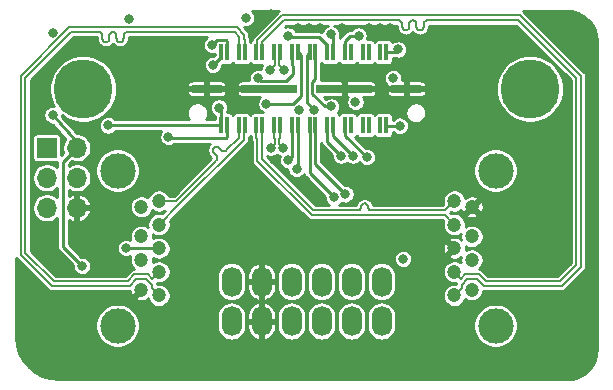
<source format=gbr>
%TF.GenerationSoftware,KiCad,Pcbnew,5.1.7-a382d34a8~88~ubuntu20.04.1*%
%TF.CreationDate,2020-12-12T08:47:46-08:00*%
%TF.ProjectId,syzygy-serdes-breakout,73797a79-6779-42d7-9365-726465732d62,rev?*%
%TF.SameCoordinates,Original*%
%TF.FileFunction,Copper,L4,Bot*%
%TF.FilePolarity,Positive*%
%FSLAX46Y46*%
G04 Gerber Fmt 4.6, Leading zero omitted, Abs format (unit mm)*
G04 Created by KiCad (PCBNEW 5.1.7-a382d34a8~88~ubuntu20.04.1) date 2020-12-12 08:47:46*
%MOMM*%
%LPD*%
G01*
G04 APERTURE LIST*
%TA.AperFunction,ComponentPad*%
%ADD10O,1.700000X1.700000*%
%TD*%
%TA.AperFunction,ComponentPad*%
%ADD11R,1.700000X1.700000*%
%TD*%
%TA.AperFunction,ComponentPad*%
%ADD12C,3.000000*%
%TD*%
%TA.AperFunction,ComponentPad*%
%ADD13C,1.200000*%
%TD*%
%TA.AperFunction,ComponentPad*%
%ADD14O,1.700000X2.540000*%
%TD*%
%TA.AperFunction,SMDPad,CuDef*%
%ADD15R,0.300000X1.450000*%
%TD*%
%TA.AperFunction,SMDPad,CuDef*%
%ADD16R,4.700000X0.640000*%
%TD*%
%TA.AperFunction,SMDPad,CuDef*%
%ADD17R,2.540000X0.640000*%
%TD*%
%TA.AperFunction,ViaPad*%
%ADD18C,5.000000*%
%TD*%
%TA.AperFunction,ViaPad*%
%ADD19C,0.800000*%
%TD*%
%TA.AperFunction,Conductor*%
%ADD20C,0.250000*%
%TD*%
%TA.AperFunction,Conductor*%
%ADD21C,0.147000*%
%TD*%
%TA.AperFunction,Conductor*%
%ADD22C,0.254000*%
%TD*%
%TA.AperFunction,Conductor*%
%ADD23C,0.100000*%
%TD*%
G04 APERTURE END LIST*
D10*
%TO.P,J5,6*%
%TO.N,GND*%
X80540000Y-110080000D03*
%TO.P,J5,5*%
%TO.N,/PMCU_RESET*%
X78000000Y-110080000D03*
%TO.P,J5,4*%
%TO.N,/PMCU_MOSI*%
X80540000Y-107540000D03*
%TO.P,J5,3*%
%TO.N,/PMCU_SCK*%
X78000000Y-107540000D03*
%TO.P,J5,2*%
%TO.N,+3V3*%
X80540000Y-105000000D03*
D11*
%TO.P,J5,1*%
%TO.N,/PMCU_MISO*%
X78000000Y-105000000D03*
%TD*%
D12*
%TO.P,J4,10*%
%TO.N,/SHIELD0*%
X84000000Y-120070000D03*
X84000000Y-106930000D03*
D13*
%TO.P,J4,9*%
%TO.N,/RX0_P*%
X87500000Y-109500000D03*
%TO.P,J4,8*%
%TO.N,/RX0_N*%
X87500000Y-111500000D03*
%TO.P,J4,7*%
%TO.N,/DRAIN*%
X87500000Y-113500000D03*
%TO.P,J4,6*%
%TO.N,/TX0_P*%
X87500000Y-115500000D03*
%TO.P,J4,5*%
%TO.N,/TX0_N*%
X87500000Y-117500000D03*
%TO.P,J4,4*%
%TO.N,GND*%
X86000000Y-117000000D03*
%TO.P,J4,3*%
%TO.N,/REFCLK_P*%
X86000000Y-114500000D03*
%TO.P,J4,2*%
%TO.N,/REFCLK_N*%
X86000000Y-112500000D03*
%TO.P,J4,1*%
%TO.N,/WAKE*%
X86000000Y-110000000D03*
%TD*%
D14*
%TO.P,J3,12*%
%TO.N,VCC*%
X93650000Y-119670000D03*
%TO.P,J3,6*%
X93650000Y-116330000D03*
%TO.P,J3,11*%
%TO.N,GND*%
X96190000Y-119670000D03*
%TO.P,J3,5*%
X96190000Y-116330000D03*
%TO.P,J3,10*%
%TO.N,/S2*%
X98730000Y-119670000D03*
%TO.P,J3,4*%
%TO.N,/S4*%
X98730000Y-116330000D03*
%TO.P,J3,9*%
%TO.N,/S3*%
X101270000Y-119670000D03*
%TO.P,J3,3*%
%TO.N,/S5*%
X101270000Y-116330000D03*
%TO.P,J3,8*%
%TO.N,/S6*%
X103810000Y-119670000D03*
%TO.P,J3,2*%
%TO.N,/S8*%
X103810000Y-116330000D03*
%TO.P,J3,7*%
%TO.N,/S7*%
X106350000Y-119670000D03*
%TO.P,J3,1*%
%TO.N,/S9*%
X106350000Y-116330000D03*
%TD*%
D12*
%TO.P,J2,10*%
%TO.N,/SHIELD1*%
X116000000Y-106930000D03*
X116000000Y-120070000D03*
D13*
%TO.P,J2,9*%
%TO.N,/TX1_P*%
X112500000Y-117500000D03*
%TO.P,J2,8*%
%TO.N,/TX1_N*%
X112500000Y-115500000D03*
%TO.P,J2,7*%
%TO.N,GND*%
X112500000Y-113500000D03*
%TO.P,J2,6*%
%TO.N,/RX1_P*%
X112500000Y-111500000D03*
%TO.P,J2,5*%
%TO.N,/RX1_N*%
X112500000Y-109500000D03*
%TO.P,J2,4*%
%TO.N,GND*%
X114000000Y-110000000D03*
%TO.P,J2,3*%
%TO.N,/S0_P*%
X114000000Y-112500000D03*
%TO.P,J2,2*%
%TO.N,/S0_N*%
X114000000Y-114500000D03*
%TO.P,J2,1*%
%TO.N,Net-(J2-Pad1)*%
X114000000Y-117000000D03*
%TD*%
D15*
%TO.P,J1,40*%
%TO.N,+3V3*%
X106750000Y-96910000D03*
%TO.P,J1,39*%
%TO.N,VCC*%
X106750000Y-103090000D03*
%TO.P,J1,38*%
%TO.N,Net-(J1-Pad38)*%
X106250000Y-96910000D03*
%TO.P,J1,37*%
%TO.N,Net-(J1-Pad37)*%
X106250000Y-103090000D03*
%TO.P,J1,36*%
%TO.N,/C2P_CLK_N*%
X105250000Y-96910000D03*
%TO.P,J1,35*%
%TO.N,/P2C_CLK_N*%
X105250000Y-103090000D03*
%TO.P,J1,34*%
%TO.N,/C2P_CLK_P*%
X104750000Y-96910000D03*
%TO.P,J1,33*%
%TO.N,/P2C_CLK_P*%
X104750000Y-103090000D03*
%TO.P,J1,32*%
%TO.N,/S17*%
X103750000Y-96910000D03*
%TO.P,J1,31*%
%TO.N,/S16*%
X103750000Y-103090000D03*
%TO.P,J1,30*%
%TO.N,/S15*%
X103250000Y-96910000D03*
%TO.P,J1,29*%
%TO.N,/S14*%
X103250000Y-103090000D03*
%TO.P,J1,28*%
%TO.N,/S13*%
X102250000Y-96910000D03*
%TO.P,J1,27*%
%TO.N,/S12*%
X102250000Y-103090000D03*
%TO.P,J1,26*%
%TO.N,/S11*%
X101750000Y-96910000D03*
%TO.P,J1,25*%
%TO.N,/S10*%
X101750000Y-103090000D03*
%TO.P,J1,24*%
%TO.N,/S9*%
X100750000Y-96910000D03*
%TO.P,J1,23*%
%TO.N,/S8*%
X100750000Y-103090000D03*
%TO.P,J1,22*%
%TO.N,/S7*%
X100250000Y-96910000D03*
%TO.P,J1,21*%
%TO.N,/S6*%
X100250000Y-103090000D03*
%TO.P,J1,20*%
%TO.N,/S5*%
X99250000Y-96910000D03*
%TO.P,J1,19*%
%TO.N,/S4*%
X99250000Y-103090000D03*
%TO.P,J1,18*%
%TO.N,/S3*%
X98750000Y-96910000D03*
%TO.P,J1,17*%
%TO.N,/S2*%
X98750000Y-103090000D03*
%TO.P,J1,16*%
%TO.N,/S0_P*%
X97750000Y-96910000D03*
%TO.P,J1,15*%
%TO.N,/REFCLK_N*%
X97750000Y-103090000D03*
%TO.P,J1,14*%
%TO.N,/S0_N*%
X97250000Y-96910000D03*
%TO.P,J1,13*%
%TO.N,/REFCLK_P*%
X97250000Y-103090000D03*
%TO.P,J1,12*%
%TO.N,/TX1_N*%
X96250000Y-96910000D03*
%TO.P,J1,11*%
%TO.N,/RX1_N*%
X96250000Y-103090000D03*
%TO.P,J1,10*%
%TO.N,/TX1_P*%
X95750000Y-96910000D03*
%TO.P,J1,09*%
%TO.N,/RX1_P*%
X95750000Y-103090000D03*
%TO.P,J1,08*%
%TO.N,/TX0_N*%
X94750000Y-96910000D03*
%TO.P,J1,07*%
%TO.N,/RX0_N*%
X94750000Y-103090000D03*
%TO.P,J1,06*%
%TO.N,/TX0_P*%
X94250000Y-96910000D03*
%TO.P,J1,05*%
%TO.N,/RX0_P*%
X94250000Y-103090000D03*
%TO.P,J1,04*%
%TO.N,/R_GA*%
X93250000Y-96910000D03*
%TO.P,J1,03*%
%TO.N,/PMCU_MOSI*%
X93250000Y-103090000D03*
%TO.P,J1,02*%
%TO.N,+5V*%
X92750000Y-96910000D03*
%TO.P,J1,01*%
%TO.N,/PMCU_SCK*%
X92750000Y-103090000D03*
D16*
%TO.P,J1,G3*%
%TO.N,GND*%
X103175000Y-100000000D03*
%TO.P,J1,G2*%
X96825000Y-100000000D03*
D17*
%TO.P,J1,G4*%
X108445000Y-100000000D03*
%TO.P,J1,G1*%
X91555000Y-100000000D03*
%TD*%
D18*
%TO.N,*%
X81090000Y-100000000D03*
X118910000Y-100000000D03*
D19*
X78500000Y-95250000D03*
%TO.N,+3V3*%
X94870000Y-94000000D03*
X85000000Y-94075020D03*
X107760000Y-96670000D03*
X81000000Y-115000000D03*
X78500000Y-102250000D03*
%TO.N,/S15*%
X104400000Y-95500000D03*
%TO.N,/S14*%
X105100000Y-105800000D03*
%TO.N,/S13*%
X102087102Y-95390199D03*
%TO.N,/S12*%
X103937340Y-105662660D03*
%TO.N,/S11*%
X98400000Y-95500000D03*
%TO.N,/S10*%
X102904087Y-105654727D03*
%TO.N,/S9*%
X102085930Y-101501250D03*
%TO.N,/S8*%
X103290000Y-108940000D03*
%TO.N,/S7*%
X100659675Y-101764996D03*
%TO.N,/S6*%
X102325716Y-109204913D03*
%TO.N,/S5*%
X96603393Y-101272340D03*
%TO.N,/S4*%
X99150000Y-106770000D03*
%TO.N,/S3*%
X95878383Y-99070010D03*
%TO.N,/S2*%
X98442899Y-106062870D03*
%TO.N,/REFCLK_N*%
X98026500Y-105000000D03*
%TO.N,/REFCLK_P*%
X96973500Y-105000000D03*
%TO.N,/R_GA*%
X92000000Y-96300000D03*
%TO.N,+5V*%
X92060000Y-97970000D03*
X107330000Y-99079998D03*
%TO.N,GND*%
X116800000Y-95000000D03*
X111250000Y-114500000D03*
X110250000Y-114500000D03*
X109500000Y-114750000D03*
X109500000Y-112250000D03*
X110500000Y-112500000D03*
X111500000Y-112250000D03*
X110250000Y-111500000D03*
X91000000Y-96000000D03*
X101100000Y-94900000D03*
X99300000Y-94900000D03*
X100200000Y-94900000D03*
X103000000Y-94900000D03*
X105300000Y-94900000D03*
X106200000Y-94900000D03*
X107100000Y-94900000D03*
X97000000Y-93660000D03*
X85000000Y-98000000D03*
X89000000Y-111750000D03*
X89750000Y-111000000D03*
X90500000Y-110250000D03*
X91250000Y-109500000D03*
X92000000Y-108750000D03*
X92750000Y-108000000D03*
X93500000Y-107250000D03*
X94250000Y-106500000D03*
X88750000Y-108500000D03*
X89500000Y-107750000D03*
X90250000Y-107000000D03*
X91000000Y-106250000D03*
X84500000Y-117500000D03*
X84500000Y-115500000D03*
X79250000Y-117500000D03*
X78250000Y-117500000D03*
X77500000Y-117000000D03*
X76750000Y-116250000D03*
X76250000Y-115500000D03*
X79250000Y-115500000D03*
X78500000Y-115000000D03*
X77750000Y-114250000D03*
X77250000Y-113500000D03*
X77000000Y-112750000D03*
X77000000Y-111750000D03*
X77250000Y-102250000D03*
X77250000Y-101250000D03*
X77250000Y-100250000D03*
X77250000Y-99250000D03*
X79250000Y-97250000D03*
X80000000Y-96500000D03*
X91000000Y-112500000D03*
X90250000Y-113250000D03*
X91750000Y-111750000D03*
X93000000Y-111750000D03*
X93750000Y-111000000D03*
X94500000Y-110250000D03*
X95250000Y-109500000D03*
X95000000Y-108250000D03*
X95750000Y-107500000D03*
X89500000Y-114000000D03*
X88750000Y-114750000D03*
X105000000Y-107500000D03*
X105000000Y-111500000D03*
X104250000Y-111500000D03*
X98400000Y-109750000D03*
X96750000Y-108250000D03*
X97250000Y-106000000D03*
X94250000Y-105750000D03*
X109500000Y-109500000D03*
X110750000Y-109500000D03*
X117200000Y-117600000D03*
X118000000Y-117600000D03*
X118800000Y-117600000D03*
X119600000Y-117600000D03*
X120400000Y-117600000D03*
X121200000Y-117600000D03*
X122000000Y-117400000D03*
X122600000Y-116800000D03*
X123200000Y-116200000D03*
X123800000Y-115600000D03*
X124000000Y-114800000D03*
X124000000Y-114000000D03*
X124000000Y-113200000D03*
X124000000Y-112400000D03*
X124000000Y-111600000D03*
X124000000Y-110800000D03*
X124000000Y-110000000D03*
X124000000Y-109200000D03*
X124000000Y-108400000D03*
X124000000Y-107600000D03*
X124000000Y-106800000D03*
X124000000Y-106000000D03*
X124000000Y-105200000D03*
X124000000Y-104400000D03*
X124000000Y-103600000D03*
X124000000Y-102800000D03*
X124000000Y-102000000D03*
X124000000Y-101200000D03*
X124000000Y-100400000D03*
X124000000Y-99600000D03*
X124000000Y-98800000D03*
X123400000Y-98000000D03*
X112400000Y-95000000D03*
X111600000Y-95000000D03*
X117200000Y-115400000D03*
X118000000Y-115400000D03*
X118800000Y-115400000D03*
X119600000Y-115400000D03*
X120400000Y-115400000D03*
X121200000Y-115400000D03*
X121800000Y-114800000D03*
X122000000Y-114000000D03*
X122000000Y-113200000D03*
X122000000Y-112400000D03*
X122000000Y-111600000D03*
X122000000Y-110800000D03*
X122000000Y-110000000D03*
X122000000Y-109200000D03*
X122000000Y-108400000D03*
X122000000Y-107600000D03*
X122000000Y-106800000D03*
X122000000Y-106000000D03*
X122000000Y-105200000D03*
X122000000Y-104400000D03*
X122000000Y-103600000D03*
X122000000Y-102800000D03*
X122000000Y-102000000D03*
X122000000Y-101200000D03*
X119000000Y-96600000D03*
%TO.N,/DRAIN*%
X84700000Y-113500000D03*
%TO.N,VCC*%
X108180000Y-114400000D03*
X107880000Y-103130000D03*
X99380000Y-101760000D03*
X104140000Y-101110000D03*
%TO.N,/PMCU_MOSI*%
X88300000Y-104100000D03*
%TO.N,/PMCU_SCK*%
X83200000Y-103100000D03*
X92600000Y-101600000D03*
%TO.N,/S0_N*%
X96900000Y-98400000D03*
%TO.N,/S0_P*%
X98100000Y-98400000D03*
%TD*%
D20*
%TO.N,+3V3*%
X106750000Y-96910000D02*
X106750000Y-96944347D01*
X107520000Y-96910000D02*
X107760000Y-96670000D01*
X106750000Y-96910000D02*
X107520000Y-96910000D01*
X79364999Y-113364999D02*
X81000000Y-115000000D01*
X79364999Y-106175001D02*
X79364999Y-113364999D01*
X80540000Y-105000000D02*
X79364999Y-106175001D01*
X80540000Y-104540000D02*
X80540000Y-105000000D01*
X78500000Y-102250000D02*
X80540000Y-104540000D01*
%TO.N,/S15*%
X103685000Y-95500000D02*
X104400000Y-95500000D01*
X103250000Y-95935000D02*
X103685000Y-95500000D01*
X103250000Y-96910000D02*
X103250000Y-95935000D01*
%TO.N,/S14*%
X103250000Y-103090000D02*
X103274999Y-103114999D01*
X103274999Y-103974999D02*
X105100000Y-105800000D01*
X103274999Y-103114999D02*
X103274999Y-103974999D01*
%TO.N,/S13*%
X102250000Y-95553097D02*
X102250000Y-96910000D01*
X102087102Y-95390199D02*
X102250000Y-95553097D01*
%TO.N,/S12*%
X102250000Y-103975320D02*
X103937340Y-105662660D01*
X102250000Y-103090000D02*
X102250000Y-103975320D01*
%TO.N,/S11*%
X98400000Y-95500000D02*
X98525001Y-95625001D01*
X98525001Y-95625001D02*
X101040001Y-95625001D01*
X101750000Y-96335000D02*
X101750000Y-96910000D01*
X101040001Y-95625001D02*
X101750000Y-96335000D01*
%TO.N,/S10*%
X101750000Y-104500640D02*
X102904087Y-105654727D01*
X101750000Y-103090000D02*
X101750000Y-104500640D01*
%TO.N,/S9*%
X101520245Y-101501250D02*
X102085930Y-101501250D01*
X100499999Y-100481004D02*
X101520245Y-101501250D01*
X100499999Y-99419999D02*
X100499999Y-100481004D01*
X100750000Y-99169998D02*
X100499999Y-99419999D01*
X100750000Y-96910000D02*
X100750000Y-99169998D01*
%TO.N,/S8*%
X100750000Y-103090000D02*
X100750000Y-106400000D01*
X100750000Y-106400000D02*
X103290000Y-108940000D01*
%TO.N,/S7*%
X100049988Y-101155309D02*
X100659675Y-101764996D01*
X100049988Y-97110012D02*
X100049988Y-101155309D01*
X100250000Y-96910000D02*
X100049988Y-97110012D01*
%TO.N,/S6*%
X100250000Y-103090000D02*
X100250000Y-107129197D01*
X100250000Y-107129197D02*
X102325716Y-109204913D01*
%TO.N,/S5*%
X99250000Y-96910000D02*
X99500001Y-97160001D01*
X98807662Y-101272340D02*
X96603393Y-101272340D01*
X99500001Y-100580001D02*
X98807662Y-101272340D01*
X99500001Y-97160001D02*
X99500001Y-100580001D01*
%TO.N,/S4*%
X99250000Y-106670000D02*
X99150000Y-106770000D01*
X99250000Y-103090000D02*
X99250000Y-106670000D01*
%TO.N,/S3*%
X98251094Y-99321908D02*
X96130281Y-99321908D01*
X98825001Y-98748001D02*
X98251094Y-99321908D01*
X98750000Y-97976998D02*
X98825001Y-98051999D01*
X96130281Y-99321908D02*
X95878383Y-99070010D01*
X98750000Y-96910000D02*
X98750000Y-97976998D01*
X98825001Y-98051999D02*
X98825001Y-98748001D01*
%TO.N,/S2*%
X98750000Y-103090000D02*
X98751501Y-103091501D01*
X98751501Y-103091501D02*
X98751501Y-105754268D01*
X98751501Y-105754268D02*
X98442899Y-106062870D01*
D21*
%TO.N,/REFCLK_N*%
X97750000Y-104177501D02*
X97700000Y-104227501D01*
X97700000Y-104673500D02*
X98026500Y-105000000D01*
X97700000Y-104227501D02*
X97700000Y-104673500D01*
X97750000Y-103090000D02*
X97750000Y-104177501D01*
%TO.N,/REFCLK_P*%
X97300000Y-104673500D02*
X96973500Y-105000000D01*
X97300000Y-104227501D02*
X97300000Y-104673500D01*
X97250000Y-104177501D02*
X97300000Y-104227501D01*
X97250000Y-103090000D02*
X97250000Y-104177501D01*
%TO.N,/TX1_N*%
X113070773Y-116070773D02*
X112500000Y-115500000D01*
X109900000Y-94500000D02*
X109907521Y-94433243D01*
X109892478Y-94813675D02*
X109900000Y-94746919D01*
X108634549Y-94933965D02*
X108670290Y-94877084D01*
X109900000Y-94746919D02*
X109900000Y-94500000D01*
X109730165Y-95017209D02*
X109787046Y-94981468D01*
X109329709Y-94877084D02*
X109365450Y-94933965D01*
X109600000Y-95046919D02*
X109666756Y-95039397D01*
X109870290Y-94877084D02*
X109892478Y-94813675D01*
X109965450Y-94312953D02*
X110012953Y-94265450D01*
X109533243Y-95039397D02*
X109600000Y-95046919D01*
X109307521Y-94813675D02*
X109329709Y-94877084D01*
X109787046Y-94981468D02*
X109834549Y-94933965D01*
X109292478Y-94433243D02*
X109300000Y-94500000D01*
X109234549Y-94312953D02*
X109270290Y-94369834D01*
X108530165Y-95017209D02*
X108587046Y-94981468D01*
X109365450Y-94933965D02*
X109412953Y-94981468D01*
X98082844Y-94200000D02*
X107800000Y-94200000D01*
X109187046Y-94265450D02*
X109234549Y-94312953D01*
X109469834Y-95017209D02*
X109533243Y-95039397D01*
X109130165Y-94229709D02*
X109187046Y-94265450D01*
X109907521Y-94433243D02*
X109929709Y-94369834D01*
X109066756Y-94207521D02*
X109130165Y-94229709D01*
X110012953Y-94265450D02*
X110069834Y-94229709D01*
X110133243Y-94207521D02*
X110200000Y-94200000D01*
X108869834Y-94229709D02*
X108933243Y-94207521D01*
X108729709Y-94369834D02*
X108765450Y-94312953D01*
X109300000Y-94746919D02*
X109307521Y-94813675D01*
X108812953Y-94265450D02*
X108869834Y-94229709D01*
X108707521Y-94433243D02*
X108729709Y-94369834D01*
X108765450Y-94312953D02*
X108812953Y-94265450D01*
X115158454Y-116300000D02*
X114584962Y-115726508D01*
X108100000Y-94500000D02*
X108100000Y-94746919D01*
X109666756Y-95039397D02*
X109730165Y-95017209D01*
X96200000Y-96285000D02*
X96200000Y-96082844D01*
X108092478Y-94433243D02*
X108100000Y-94500000D01*
X108070290Y-94369834D02*
X108092478Y-94433243D01*
X107930165Y-94229709D02*
X107987046Y-94265450D01*
X107866756Y-94207521D02*
X107930165Y-94229709D01*
X107800000Y-94200000D02*
X107866756Y-94207521D01*
X108100000Y-94746919D02*
X108107521Y-94813675D01*
X108692478Y-94813675D02*
X108700000Y-94746919D01*
X96250000Y-96910000D02*
X96250000Y-96335000D01*
X108165450Y-94933965D02*
X108212953Y-94981468D01*
X96200000Y-96082844D02*
X98082844Y-94200000D01*
X109300000Y-94500000D02*
X109300000Y-94746919D01*
X110200000Y-94200000D02*
X117917156Y-94200000D01*
X108269834Y-95017209D02*
X108333243Y-95039397D01*
X109834549Y-94933965D02*
X109870290Y-94877084D01*
X108034549Y-94312953D02*
X108070290Y-94369834D01*
X109000000Y-94200000D02*
X109066756Y-94207521D01*
X108212953Y-94981468D02*
X108269834Y-95017209D01*
X96250000Y-96335000D02*
X96200000Y-96285000D01*
X108333243Y-95039397D02*
X108400000Y-95046919D01*
X107987046Y-94265450D02*
X108034549Y-94312953D01*
X122800000Y-114917156D02*
X121417156Y-116300000D01*
X108107521Y-94813675D02*
X108129709Y-94877084D01*
X109412953Y-94981468D02*
X109469834Y-95017209D01*
X109270290Y-94369834D02*
X109292478Y-94433243D01*
X108129709Y-94877084D02*
X108165450Y-94933965D01*
X108400000Y-95046919D02*
X108466756Y-95039397D01*
X108466756Y-95039397D02*
X108530165Y-95017209D01*
X108700000Y-94500000D02*
X108707521Y-94433243D01*
X108933243Y-94207521D02*
X109000000Y-94200000D01*
X108587046Y-94981468D02*
X108634549Y-94933965D01*
X108700000Y-94746919D02*
X108700000Y-94500000D01*
X108670290Y-94877084D02*
X108692478Y-94813675D01*
X121417156Y-116300000D02*
X115158454Y-116300000D01*
X109929709Y-94369834D02*
X109965450Y-94312953D01*
X110069834Y-94229709D02*
X110133243Y-94207521D01*
X117917156Y-94200000D02*
X122800000Y-99082844D01*
X122800000Y-99082844D02*
X122800000Y-114917156D01*
X114584962Y-115726508D02*
X113415037Y-115726509D01*
X113415037Y-115726509D02*
X113070773Y-116070773D01*
%TO.N,/RX1_N*%
X111700000Y-110300000D02*
X112500000Y-109500000D01*
X105224697Y-110132747D02*
X105259895Y-110188764D01*
X105202847Y-110070302D02*
X105224697Y-110132747D01*
X105166182Y-109876374D02*
X105188032Y-109938819D01*
X105188032Y-109938819D02*
X105202847Y-110070302D01*
X105028186Y-109738378D02*
X105084203Y-109773576D01*
X104588032Y-110070302D02*
X104602847Y-109938819D01*
X104890880Y-109709120D02*
X104900000Y-109709120D01*
X105130984Y-109820357D02*
X105166182Y-109876374D01*
X104825138Y-109716528D02*
X104890880Y-109709120D01*
X104706676Y-109773576D02*
X104762693Y-109738378D01*
X104624697Y-109876374D02*
X104659895Y-109820357D01*
X105259895Y-110188764D02*
X105306676Y-110235545D01*
X104300000Y-110300000D02*
X104365741Y-110292593D01*
X104484203Y-110235545D02*
X104530984Y-110188764D01*
X96250000Y-103090000D02*
X96250000Y-104177501D01*
X104365741Y-110292593D02*
X104428186Y-110270743D01*
X104900000Y-109709120D02*
X104965741Y-109716528D01*
X96250000Y-104177501D02*
X96200000Y-104227501D01*
X105084203Y-109773576D02*
X105130984Y-109820357D01*
X105306676Y-110235545D02*
X105362693Y-110270743D01*
X96200000Y-104227501D02*
X96200000Y-105917156D01*
X104566182Y-110132747D02*
X104588032Y-110070302D01*
X104762693Y-109738378D02*
X104825138Y-109716528D01*
X104659895Y-109820357D02*
X104706676Y-109773576D01*
X96200000Y-105917156D02*
X100582844Y-110300000D01*
X100582844Y-110300000D02*
X104300000Y-110300000D01*
X104428186Y-110270743D02*
X104484203Y-110235545D01*
X104965741Y-109716528D02*
X105028186Y-109738378D01*
X104530984Y-110188764D02*
X104566182Y-110132747D01*
X104602847Y-109938819D02*
X104624697Y-109876374D01*
X105362693Y-110270743D02*
X105425138Y-110292593D01*
X105425138Y-110292593D02*
X105490880Y-110300000D01*
X105490880Y-110300000D02*
X111700000Y-110300000D01*
%TO.N,/TX1_P*%
X95800000Y-95917156D02*
X97917156Y-93800000D01*
X123200000Y-115082844D02*
X121582844Y-116700000D01*
X121582844Y-116700000D02*
X114992782Y-116700000D01*
X114992782Y-116700000D02*
X114419281Y-116126499D01*
X114419281Y-116126499D02*
X113580719Y-116126499D01*
X113580719Y-116126499D02*
X113126499Y-116580719D01*
X113126499Y-116580719D02*
X113126499Y-116873501D01*
X113126499Y-116873501D02*
X112500000Y-117500000D01*
X123200000Y-98917156D02*
X123200000Y-115082844D01*
X118082844Y-93800000D02*
X123200000Y-98917156D01*
X97917156Y-93800000D02*
X118082844Y-93800000D01*
X95750000Y-96910000D02*
X95750000Y-96335000D01*
X95750000Y-96335000D02*
X95800000Y-96285000D01*
X95800000Y-96285000D02*
X95800000Y-95917156D01*
%TO.N,/RX1_P*%
X95800000Y-104227501D02*
X95800000Y-106082844D01*
X95800000Y-106082844D02*
X100417156Y-110700000D01*
X100417156Y-110700000D02*
X111700000Y-110700000D01*
X111700000Y-110700000D02*
X112500000Y-111500000D01*
X95750000Y-103090000D02*
X95750000Y-104177501D01*
X95750000Y-104177501D02*
X95800000Y-104227501D01*
%TO.N,/TX0_N*%
X94700000Y-95772499D02*
X94700000Y-95417156D01*
X86419281Y-116126499D02*
X86873501Y-116580719D01*
X75800000Y-114082844D02*
X78417156Y-116700000D01*
X85580719Y-116126499D02*
X86419281Y-116126499D01*
X78417156Y-116700000D02*
X85007218Y-116700000D01*
X85007218Y-116700000D02*
X85580719Y-116126499D01*
X86873501Y-116580719D02*
X86873501Y-116873501D01*
X86873501Y-116873501D02*
X87500000Y-117500000D01*
X75800000Y-98917156D02*
X75800000Y-114082844D01*
X79917156Y-94800000D02*
X75800000Y-98917156D01*
X94082844Y-94800000D02*
X79917156Y-94800000D01*
X94700000Y-95417156D02*
X94082844Y-94800000D01*
X94750000Y-96910000D02*
X94750000Y-95822499D01*
X94750000Y-95822499D02*
X94700000Y-95772499D01*
%TO.N,/RX0_N*%
X94700000Y-104300000D02*
X89217158Y-109782842D01*
X94700000Y-103715000D02*
X94700000Y-104300000D01*
X94750000Y-103665000D02*
X94700000Y-103715000D01*
X89217158Y-109782842D02*
X87500000Y-111500000D01*
X94750000Y-103090000D02*
X94750000Y-103665000D01*
%TO.N,/TX0_P*%
X86929227Y-116070773D02*
X87500000Y-115500000D01*
X82729709Y-95877085D02*
X82707521Y-95813676D01*
X82933243Y-96039398D02*
X82869834Y-96017210D01*
X82812953Y-95981469D02*
X82765450Y-95933966D01*
X84387046Y-95981469D02*
X84330165Y-96017210D01*
X82700000Y-95500000D02*
X82692478Y-95433244D01*
X83000000Y-96046919D02*
X82933243Y-96039398D01*
X83730165Y-95229710D02*
X83666756Y-95207522D01*
X83066756Y-96039398D02*
X83000000Y-96046919D01*
X83234549Y-95933966D02*
X83187046Y-95981469D01*
X84500000Y-95500000D02*
X84500000Y-95746919D01*
X83292478Y-95813676D02*
X83270290Y-95877085D01*
X83600000Y-95200000D02*
X83533243Y-95207522D01*
X83900000Y-95500000D02*
X83892478Y-95433244D01*
X83300000Y-95746919D02*
X83292478Y-95813676D01*
X84669834Y-95229710D02*
X84612953Y-95265451D01*
X83300000Y-95500000D02*
X83300000Y-95746919D01*
X86584963Y-115726509D02*
X86929227Y-116070773D01*
X83329709Y-95369835D02*
X83307521Y-95433244D01*
X84507521Y-95433244D02*
X84500000Y-95500000D01*
X83365450Y-95312954D02*
X83329709Y-95369835D01*
X83533243Y-95207522D02*
X83469834Y-95229710D01*
X83787046Y-95265451D02*
X83730165Y-95229710D01*
X84529709Y-95369835D02*
X84507521Y-95433244D01*
X83834549Y-95312954D02*
X83787046Y-95265451D01*
X83270290Y-95877085D02*
X83234549Y-95933966D01*
X83870290Y-95369835D02*
X83834549Y-95312954D01*
X83892478Y-95433244D02*
X83870290Y-95369835D01*
X82869834Y-96017210D02*
X82812953Y-95981469D01*
X84841546Y-116300000D02*
X85415038Y-115726508D01*
X83130165Y-96017210D02*
X83066756Y-96039398D01*
X84266756Y-96039398D02*
X84200000Y-96046919D01*
X83469834Y-95229710D02*
X83412953Y-95265451D01*
X84492478Y-95813676D02*
X84470290Y-95877085D01*
X84733243Y-95207522D02*
X84669834Y-95229710D01*
X84133243Y-96039398D02*
X84069834Y-96017210D01*
X84069834Y-96017210D02*
X84012953Y-95981469D01*
X82765450Y-95933966D02*
X82729709Y-95877085D01*
X84800000Y-95200000D02*
X84733243Y-95207522D01*
X80082844Y-95200000D02*
X76200000Y-99082844D01*
X83412953Y-95265451D02*
X83365450Y-95312954D01*
X93917156Y-95200000D02*
X84800000Y-95200000D01*
X82707521Y-95813676D02*
X82700000Y-95746919D01*
X94300000Y-95582844D02*
X93917156Y-95200000D01*
X84330165Y-96017210D02*
X84266756Y-96039398D01*
X84470290Y-95877085D02*
X84434549Y-95933966D01*
X83907521Y-95813676D02*
X83900000Y-95746919D01*
X82700000Y-95746919D02*
X82700000Y-95500000D01*
X94300000Y-95772499D02*
X94300000Y-95582844D01*
X94250000Y-95822499D02*
X94300000Y-95772499D01*
X84565450Y-95312954D02*
X84529709Y-95369835D01*
X83929709Y-95877085D02*
X83907521Y-95813676D01*
X82587046Y-95265451D02*
X82530165Y-95229710D01*
X94250000Y-96910000D02*
X94250000Y-95822499D01*
X84500000Y-95746919D02*
X84492478Y-95813676D01*
X83307521Y-95433244D02*
X83300000Y-95500000D01*
X83965450Y-95933966D02*
X83929709Y-95877085D01*
X83187046Y-95981469D02*
X83130165Y-96017210D01*
X83666756Y-95207522D02*
X83600000Y-95200000D01*
X84434549Y-95933966D02*
X84387046Y-95981469D01*
X84200000Y-96046919D02*
X84133243Y-96039398D01*
X83900000Y-95746919D02*
X83900000Y-95500000D01*
X84612953Y-95265451D02*
X84565450Y-95312954D01*
X84012953Y-95981469D02*
X83965450Y-95933966D01*
X82692478Y-95433244D02*
X82670290Y-95369835D01*
X82670290Y-95369835D02*
X82634549Y-95312954D01*
X82634549Y-95312954D02*
X82587046Y-95265451D01*
X82530165Y-95229710D02*
X82466756Y-95207522D01*
X82466756Y-95207522D02*
X82400000Y-95200000D01*
X82400000Y-95200000D02*
X80082844Y-95200000D01*
X76200000Y-99082844D02*
X76200000Y-113917156D01*
X76200000Y-113917156D02*
X78582844Y-116300000D01*
X78582844Y-116300000D02*
X84841546Y-116300000D01*
X85415038Y-115726508D02*
X86584963Y-115726509D01*
%TO.N,/RX0_P*%
X88934314Y-109500000D02*
X87500000Y-109500000D01*
X92262564Y-106171750D02*
X88934314Y-109500000D01*
X92439660Y-105952636D02*
X92410512Y-106013161D01*
X92454608Y-105819963D02*
X92454608Y-105887141D01*
X92439660Y-105754468D02*
X92454608Y-105819963D01*
X92565029Y-104989294D02*
X92512507Y-104947409D01*
X92845415Y-105259042D02*
X92792892Y-105217157D01*
X92905941Y-105288189D02*
X92845415Y-105259042D01*
X93217157Y-105217157D02*
X93164634Y-105259042D01*
X92971435Y-105303138D02*
X92905941Y-105288189D01*
X94300000Y-104134314D02*
X93217157Y-105217157D01*
X93038614Y-105303138D02*
X92971435Y-105303138D01*
X94300000Y-103715000D02*
X94300000Y-104134314D01*
X93104108Y-105288189D02*
X93038614Y-105303138D01*
X93164634Y-105259042D02*
X93104108Y-105288189D01*
X92098879Y-105361035D02*
X92140765Y-105413558D01*
X92512507Y-104947409D02*
X92451981Y-104918261D01*
X94250000Y-103665000D02*
X94300000Y-103715000D01*
X92410512Y-105693942D02*
X92439660Y-105754468D01*
X92368628Y-106065685D02*
X92262564Y-106171750D01*
X92451981Y-104918261D02*
X92386486Y-104903313D01*
X94250000Y-103090000D02*
X94250000Y-103665000D01*
X92098879Y-105041816D02*
X92069732Y-105102342D01*
X92069732Y-105300509D02*
X92098879Y-105361035D01*
X92386486Y-104903313D02*
X92319308Y-104903313D01*
X92193288Y-104947409D02*
X92140765Y-104989294D01*
X92410512Y-106013161D02*
X92368628Y-106065685D01*
X92454608Y-105887141D02*
X92439660Y-105952636D01*
X92319308Y-104903313D02*
X92253813Y-104918261D01*
X92054783Y-105167836D02*
X92054783Y-105235015D01*
X92253813Y-104918261D02*
X92193288Y-104947409D01*
X92140765Y-104989294D02*
X92098879Y-105041816D01*
X92792892Y-105217157D02*
X92565029Y-104989294D01*
X92069732Y-105102342D02*
X92054783Y-105167836D01*
X92368627Y-105641420D02*
X92410512Y-105693942D01*
X92054783Y-105235015D02*
X92069732Y-105300509D01*
X92140765Y-105413558D02*
X92368627Y-105641420D01*
D20*
%TO.N,/R_GA*%
X92440001Y-95859999D02*
X92000000Y-96300000D01*
X93250000Y-95935000D02*
X93174999Y-95859999D01*
X93174999Y-95859999D02*
X92440001Y-95859999D01*
X93250000Y-96910000D02*
X93250000Y-95935000D01*
%TO.N,+5V*%
X92750000Y-97280000D02*
X92060000Y-97970000D01*
X92750000Y-96910000D02*
X92750000Y-97280000D01*
%TO.N,/DRAIN*%
X84700000Y-113500000D02*
X87500000Y-113500000D01*
%TO.N,VCC*%
X106790000Y-103130000D02*
X106750000Y-103090000D01*
X107880000Y-103130000D02*
X106790000Y-103130000D01*
%TO.N,/PMCU_MOSI*%
X88340001Y-104140001D02*
X88300000Y-104100000D01*
X93174999Y-104140001D02*
X88340001Y-104140001D01*
X93250000Y-104065000D02*
X93174999Y-104140001D01*
X93250000Y-103090000D02*
X93250000Y-104065000D01*
%TO.N,/PMCU_SCK*%
X92740000Y-103100000D02*
X92750000Y-103090000D01*
X83200000Y-103100000D02*
X92740000Y-103100000D01*
X92750000Y-101750000D02*
X92600000Y-101600000D01*
X92750000Y-103090000D02*
X92750000Y-101750000D01*
D21*
%TO.N,/S0_N*%
X97300000Y-97535000D02*
X97300000Y-98000000D01*
X97250000Y-96910000D02*
X97250000Y-97485000D01*
X97250000Y-97485000D02*
X97300000Y-97535000D01*
X97300000Y-98000000D02*
X96900000Y-98400000D01*
%TO.N,/S0_P*%
X97750000Y-96910000D02*
X97750000Y-97485000D01*
X97750000Y-97485000D02*
X97700000Y-97535000D01*
X97700000Y-97535000D02*
X97700000Y-98000000D01*
X97700000Y-98000000D02*
X98100000Y-98400000D01*
%TD*%
D22*
%TO.N,GND*%
X122503463Y-93457312D02*
X122987756Y-93603529D01*
X123434422Y-93841025D01*
X123826450Y-94160755D01*
X124148907Y-94550539D01*
X124389518Y-94995540D01*
X124539111Y-95478796D01*
X124594000Y-96001029D01*
X124594001Y-121980136D01*
X124542688Y-122503464D01*
X124396472Y-122987756D01*
X124158975Y-123434422D01*
X123839245Y-123826450D01*
X123449458Y-124148910D01*
X123004460Y-124389518D01*
X122521205Y-124539111D01*
X121998971Y-124594000D01*
X79019854Y-124594000D01*
X78302304Y-124523644D01*
X77631172Y-124321017D01*
X77012186Y-123991896D01*
X76468916Y-123548815D01*
X76022054Y-123008652D01*
X75688619Y-122391977D01*
X75481314Y-121722284D01*
X75406024Y-121005947D01*
X75406000Y-120999166D01*
X75406000Y-119884738D01*
X82119000Y-119884738D01*
X82119000Y-120255262D01*
X82191286Y-120618667D01*
X82333080Y-120960987D01*
X82538932Y-121269067D01*
X82800933Y-121531068D01*
X83109013Y-121736920D01*
X83451333Y-121878714D01*
X83814738Y-121951000D01*
X84185262Y-121951000D01*
X84548667Y-121878714D01*
X84890987Y-121736920D01*
X85199067Y-121531068D01*
X85461068Y-121269067D01*
X85666920Y-120960987D01*
X85808714Y-120618667D01*
X85881000Y-120255262D01*
X85881000Y-119884738D01*
X85808714Y-119521333D01*
X85671276Y-119189528D01*
X92419000Y-119189528D01*
X92419000Y-120150471D01*
X92436812Y-120331317D01*
X92507202Y-120563362D01*
X92621509Y-120777215D01*
X92775340Y-120964660D01*
X92962784Y-121118491D01*
X93176637Y-121232798D01*
X93408682Y-121303188D01*
X93650000Y-121326956D01*
X93891317Y-121303188D01*
X94123362Y-121232798D01*
X94337215Y-121118491D01*
X94524660Y-120964660D01*
X94678491Y-120777216D01*
X94792798Y-120563363D01*
X94863188Y-120331318D01*
X94881000Y-120150472D01*
X94881000Y-119797000D01*
X94959000Y-119797000D01*
X94959000Y-120217000D01*
X95007430Y-120454716D01*
X95101305Y-120678416D01*
X95237018Y-120879504D01*
X95409354Y-121050251D01*
X95611690Y-121184097D01*
X95836250Y-121275897D01*
X95873020Y-121279489D01*
X96063000Y-121218627D01*
X96063000Y-119797000D01*
X96317000Y-119797000D01*
X96317000Y-121218627D01*
X96506980Y-121279489D01*
X96543750Y-121275897D01*
X96768310Y-121184097D01*
X96970646Y-121050251D01*
X97142982Y-120879504D01*
X97278695Y-120678416D01*
X97372570Y-120454716D01*
X97421000Y-120217000D01*
X97421000Y-119797000D01*
X96317000Y-119797000D01*
X96063000Y-119797000D01*
X94959000Y-119797000D01*
X94881000Y-119797000D01*
X94881000Y-119189529D01*
X94874448Y-119123000D01*
X94959000Y-119123000D01*
X94959000Y-119543000D01*
X96063000Y-119543000D01*
X96063000Y-118121373D01*
X96317000Y-118121373D01*
X96317000Y-119543000D01*
X97421000Y-119543000D01*
X97421000Y-119189528D01*
X97499000Y-119189528D01*
X97499000Y-120150471D01*
X97516812Y-120331317D01*
X97587202Y-120563362D01*
X97701509Y-120777215D01*
X97855340Y-120964660D01*
X98042784Y-121118491D01*
X98256637Y-121232798D01*
X98488682Y-121303188D01*
X98730000Y-121326956D01*
X98971317Y-121303188D01*
X99203362Y-121232798D01*
X99417215Y-121118491D01*
X99604660Y-120964660D01*
X99758491Y-120777216D01*
X99872798Y-120563363D01*
X99943188Y-120331318D01*
X99961000Y-120150472D01*
X99961000Y-119189529D01*
X99961000Y-119189528D01*
X100039000Y-119189528D01*
X100039000Y-120150471D01*
X100056812Y-120331317D01*
X100127202Y-120563362D01*
X100241509Y-120777215D01*
X100395340Y-120964660D01*
X100582784Y-121118491D01*
X100796637Y-121232798D01*
X101028682Y-121303188D01*
X101270000Y-121326956D01*
X101511317Y-121303188D01*
X101743362Y-121232798D01*
X101957215Y-121118491D01*
X102144660Y-120964660D01*
X102298491Y-120777216D01*
X102412798Y-120563363D01*
X102483188Y-120331318D01*
X102501000Y-120150472D01*
X102501000Y-119189529D01*
X102501000Y-119189528D01*
X102579000Y-119189528D01*
X102579000Y-120150471D01*
X102596812Y-120331317D01*
X102667202Y-120563362D01*
X102781509Y-120777215D01*
X102935340Y-120964660D01*
X103122784Y-121118491D01*
X103336637Y-121232798D01*
X103568682Y-121303188D01*
X103810000Y-121326956D01*
X104051317Y-121303188D01*
X104283362Y-121232798D01*
X104497215Y-121118491D01*
X104684660Y-120964660D01*
X104838491Y-120777216D01*
X104952798Y-120563363D01*
X105023188Y-120331318D01*
X105041000Y-120150472D01*
X105041000Y-119189529D01*
X105041000Y-119189528D01*
X105119000Y-119189528D01*
X105119000Y-120150471D01*
X105136812Y-120331317D01*
X105207202Y-120563362D01*
X105321509Y-120777215D01*
X105475340Y-120964660D01*
X105662784Y-121118491D01*
X105876637Y-121232798D01*
X106108682Y-121303188D01*
X106350000Y-121326956D01*
X106591317Y-121303188D01*
X106823362Y-121232798D01*
X107037215Y-121118491D01*
X107224660Y-120964660D01*
X107378491Y-120777216D01*
X107492798Y-120563363D01*
X107563188Y-120331318D01*
X107581000Y-120150472D01*
X107581000Y-119884738D01*
X114119000Y-119884738D01*
X114119000Y-120255262D01*
X114191286Y-120618667D01*
X114333080Y-120960987D01*
X114538932Y-121269067D01*
X114800933Y-121531068D01*
X115109013Y-121736920D01*
X115451333Y-121878714D01*
X115814738Y-121951000D01*
X116185262Y-121951000D01*
X116548667Y-121878714D01*
X116890987Y-121736920D01*
X117199067Y-121531068D01*
X117461068Y-121269067D01*
X117666920Y-120960987D01*
X117808714Y-120618667D01*
X117881000Y-120255262D01*
X117881000Y-119884738D01*
X117808714Y-119521333D01*
X117666920Y-119179013D01*
X117461068Y-118870933D01*
X117199067Y-118608932D01*
X116890987Y-118403080D01*
X116548667Y-118261286D01*
X116185262Y-118189000D01*
X115814738Y-118189000D01*
X115451333Y-118261286D01*
X115109013Y-118403080D01*
X114800933Y-118608932D01*
X114538932Y-118870933D01*
X114333080Y-119179013D01*
X114191286Y-119521333D01*
X114119000Y-119884738D01*
X107581000Y-119884738D01*
X107581000Y-119189529D01*
X107563188Y-119008682D01*
X107492798Y-118776637D01*
X107378491Y-118562784D01*
X107224660Y-118375340D01*
X107037216Y-118221509D01*
X106823363Y-118107202D01*
X106591318Y-118036812D01*
X106350000Y-118013044D01*
X106108683Y-118036812D01*
X105876638Y-118107202D01*
X105662785Y-118221509D01*
X105475341Y-118375340D01*
X105321510Y-118562784D01*
X105207202Y-118776637D01*
X105136812Y-119008682D01*
X105119000Y-119189528D01*
X105041000Y-119189528D01*
X105023188Y-119008682D01*
X104952798Y-118776637D01*
X104838491Y-118562784D01*
X104684660Y-118375340D01*
X104497216Y-118221509D01*
X104283363Y-118107202D01*
X104051318Y-118036812D01*
X103810000Y-118013044D01*
X103568683Y-118036812D01*
X103336638Y-118107202D01*
X103122785Y-118221509D01*
X102935341Y-118375340D01*
X102781510Y-118562784D01*
X102667202Y-118776637D01*
X102596812Y-119008682D01*
X102579000Y-119189528D01*
X102501000Y-119189528D01*
X102483188Y-119008682D01*
X102412798Y-118776637D01*
X102298491Y-118562784D01*
X102144660Y-118375340D01*
X101957216Y-118221509D01*
X101743363Y-118107202D01*
X101511318Y-118036812D01*
X101270000Y-118013044D01*
X101028683Y-118036812D01*
X100796638Y-118107202D01*
X100582785Y-118221509D01*
X100395341Y-118375340D01*
X100241510Y-118562784D01*
X100127202Y-118776637D01*
X100056812Y-119008682D01*
X100039000Y-119189528D01*
X99961000Y-119189528D01*
X99943188Y-119008682D01*
X99872798Y-118776637D01*
X99758491Y-118562784D01*
X99604660Y-118375340D01*
X99417216Y-118221509D01*
X99203363Y-118107202D01*
X98971318Y-118036812D01*
X98730000Y-118013044D01*
X98488683Y-118036812D01*
X98256638Y-118107202D01*
X98042785Y-118221509D01*
X97855341Y-118375340D01*
X97701510Y-118562784D01*
X97587202Y-118776637D01*
X97516812Y-119008682D01*
X97499000Y-119189528D01*
X97421000Y-119189528D01*
X97421000Y-119123000D01*
X97372570Y-118885284D01*
X97278695Y-118661584D01*
X97142982Y-118460496D01*
X96970646Y-118289749D01*
X96768310Y-118155903D01*
X96543750Y-118064103D01*
X96506980Y-118060511D01*
X96317000Y-118121373D01*
X96063000Y-118121373D01*
X95873020Y-118060511D01*
X95836250Y-118064103D01*
X95611690Y-118155903D01*
X95409354Y-118289749D01*
X95237018Y-118460496D01*
X95101305Y-118661584D01*
X95007430Y-118885284D01*
X94959000Y-119123000D01*
X94874448Y-119123000D01*
X94863188Y-119008682D01*
X94792798Y-118776637D01*
X94678491Y-118562784D01*
X94524660Y-118375340D01*
X94337216Y-118221509D01*
X94123363Y-118107202D01*
X93891318Y-118036812D01*
X93650000Y-118013044D01*
X93408683Y-118036812D01*
X93176638Y-118107202D01*
X92962785Y-118221509D01*
X92775341Y-118375340D01*
X92621510Y-118562784D01*
X92507202Y-118776637D01*
X92436812Y-119008682D01*
X92419000Y-119189528D01*
X85671276Y-119189528D01*
X85666920Y-119179013D01*
X85461068Y-118870933D01*
X85199067Y-118608932D01*
X84890987Y-118403080D01*
X84548667Y-118261286D01*
X84185262Y-118189000D01*
X83814738Y-118189000D01*
X83451333Y-118261286D01*
X83109013Y-118403080D01*
X82800933Y-118608932D01*
X82538932Y-118870933D01*
X82333080Y-119179013D01*
X82191286Y-119521333D01*
X82119000Y-119884738D01*
X75406000Y-119884738D01*
X75406000Y-114309876D01*
X75420269Y-114336572D01*
X75462832Y-114388435D01*
X75477066Y-114405779D01*
X75494408Y-114420011D01*
X78079989Y-117005593D01*
X78094221Y-117022935D01*
X78111563Y-117037167D01*
X78111564Y-117037168D01*
X78163428Y-117079732D01*
X78228879Y-117114716D01*
X78242385Y-117121935D01*
X78328058Y-117147924D01*
X78394828Y-117154500D01*
X78394831Y-117154500D01*
X78417156Y-117156699D01*
X78439481Y-117154500D01*
X84984893Y-117154500D01*
X85007218Y-117156699D01*
X85029543Y-117154500D01*
X85029546Y-117154500D01*
X85030771Y-117154379D01*
X85054370Y-117278356D01*
X85126845Y-117457491D01*
X85134511Y-117471834D01*
X85286958Y-117533437D01*
X85820395Y-117000000D01*
X85806253Y-116985858D01*
X85985858Y-116806253D01*
X86000000Y-116820395D01*
X86014143Y-116806253D01*
X86193748Y-116985858D01*
X86179605Y-117000000D01*
X86193748Y-117014143D01*
X86014143Y-117193748D01*
X86000000Y-117179605D01*
X85466563Y-117713042D01*
X85528166Y-117865489D01*
X85706081Y-117940909D01*
X85895291Y-117980171D01*
X86088525Y-117981765D01*
X86278356Y-117945630D01*
X86457491Y-117873155D01*
X86471834Y-117865489D01*
X86533436Y-117713044D01*
X86544323Y-117723931D01*
X86556699Y-117786147D01*
X86630649Y-117964678D01*
X86738007Y-118125351D01*
X86874649Y-118261993D01*
X87035322Y-118369351D01*
X87213853Y-118443301D01*
X87403380Y-118481000D01*
X87596620Y-118481000D01*
X87786147Y-118443301D01*
X87964678Y-118369351D01*
X88125351Y-118261993D01*
X88261993Y-118125351D01*
X88369351Y-117964678D01*
X88443301Y-117786147D01*
X88481000Y-117596620D01*
X88481000Y-117403380D01*
X88443301Y-117213853D01*
X88369351Y-117035322D01*
X88261993Y-116874649D01*
X88125351Y-116738007D01*
X87964678Y-116630649D01*
X87786147Y-116556699D01*
X87596620Y-116519000D01*
X87403380Y-116519000D01*
X87325644Y-116534462D01*
X87321425Y-116491621D01*
X87312734Y-116462969D01*
X87403380Y-116481000D01*
X87596620Y-116481000D01*
X87786147Y-116443301D01*
X87964678Y-116369351D01*
X88125351Y-116261993D01*
X88261993Y-116125351D01*
X88369351Y-115964678D01*
X88417047Y-115849528D01*
X92419000Y-115849528D01*
X92419000Y-116810471D01*
X92436812Y-116991317D01*
X92507202Y-117223362D01*
X92621509Y-117437215D01*
X92775340Y-117624660D01*
X92962784Y-117778491D01*
X93176637Y-117892798D01*
X93408682Y-117963188D01*
X93650000Y-117986956D01*
X93891317Y-117963188D01*
X94123362Y-117892798D01*
X94337215Y-117778491D01*
X94524660Y-117624660D01*
X94678491Y-117437216D01*
X94792798Y-117223363D01*
X94863188Y-116991318D01*
X94881000Y-116810472D01*
X94881000Y-116457000D01*
X94959000Y-116457000D01*
X94959000Y-116877000D01*
X95007430Y-117114716D01*
X95101305Y-117338416D01*
X95237018Y-117539504D01*
X95409354Y-117710251D01*
X95611690Y-117844097D01*
X95836250Y-117935897D01*
X95873020Y-117939489D01*
X96063000Y-117878627D01*
X96063000Y-116457000D01*
X96317000Y-116457000D01*
X96317000Y-117878627D01*
X96506980Y-117939489D01*
X96543750Y-117935897D01*
X96768310Y-117844097D01*
X96970646Y-117710251D01*
X97142982Y-117539504D01*
X97278695Y-117338416D01*
X97372570Y-117114716D01*
X97421000Y-116877000D01*
X97421000Y-116457000D01*
X96317000Y-116457000D01*
X96063000Y-116457000D01*
X94959000Y-116457000D01*
X94881000Y-116457000D01*
X94881000Y-115849529D01*
X94874448Y-115783000D01*
X94959000Y-115783000D01*
X94959000Y-116203000D01*
X96063000Y-116203000D01*
X96063000Y-114781373D01*
X96317000Y-114781373D01*
X96317000Y-116203000D01*
X97421000Y-116203000D01*
X97421000Y-115849528D01*
X97499000Y-115849528D01*
X97499000Y-116810471D01*
X97516812Y-116991317D01*
X97587202Y-117223362D01*
X97701509Y-117437215D01*
X97855340Y-117624660D01*
X98042784Y-117778491D01*
X98256637Y-117892798D01*
X98488682Y-117963188D01*
X98730000Y-117986956D01*
X98971317Y-117963188D01*
X99203362Y-117892798D01*
X99417215Y-117778491D01*
X99604660Y-117624660D01*
X99758491Y-117437216D01*
X99872798Y-117223363D01*
X99943188Y-116991318D01*
X99961000Y-116810472D01*
X99961000Y-115849529D01*
X99961000Y-115849528D01*
X100039000Y-115849528D01*
X100039000Y-116810471D01*
X100056812Y-116991317D01*
X100127202Y-117223362D01*
X100241509Y-117437215D01*
X100395340Y-117624660D01*
X100582784Y-117778491D01*
X100796637Y-117892798D01*
X101028682Y-117963188D01*
X101270000Y-117986956D01*
X101511317Y-117963188D01*
X101743362Y-117892798D01*
X101957215Y-117778491D01*
X102144660Y-117624660D01*
X102298491Y-117437216D01*
X102412798Y-117223363D01*
X102483188Y-116991318D01*
X102501000Y-116810472D01*
X102501000Y-115849529D01*
X102501000Y-115849528D01*
X102579000Y-115849528D01*
X102579000Y-116810471D01*
X102596812Y-116991317D01*
X102667202Y-117223362D01*
X102781509Y-117437215D01*
X102935340Y-117624660D01*
X103122784Y-117778491D01*
X103336637Y-117892798D01*
X103568682Y-117963188D01*
X103810000Y-117986956D01*
X104051317Y-117963188D01*
X104283362Y-117892798D01*
X104497215Y-117778491D01*
X104684660Y-117624660D01*
X104838491Y-117437216D01*
X104952798Y-117223363D01*
X105023188Y-116991318D01*
X105041000Y-116810472D01*
X105041000Y-115849529D01*
X105041000Y-115849528D01*
X105119000Y-115849528D01*
X105119000Y-116810471D01*
X105136812Y-116991317D01*
X105207202Y-117223362D01*
X105321509Y-117437215D01*
X105475340Y-117624660D01*
X105662784Y-117778491D01*
X105876637Y-117892798D01*
X106108682Y-117963188D01*
X106350000Y-117986956D01*
X106591317Y-117963188D01*
X106823362Y-117892798D01*
X107037215Y-117778491D01*
X107224660Y-117624660D01*
X107378491Y-117437216D01*
X107492798Y-117223363D01*
X107563188Y-116991318D01*
X107581000Y-116810472D01*
X107581000Y-115849529D01*
X107563188Y-115668682D01*
X107492798Y-115436637D01*
X107378491Y-115222784D01*
X107224660Y-115035340D01*
X107037216Y-114881509D01*
X106823363Y-114767202D01*
X106591318Y-114696812D01*
X106350000Y-114673044D01*
X106108683Y-114696812D01*
X105876638Y-114767202D01*
X105662785Y-114881509D01*
X105475341Y-115035340D01*
X105321510Y-115222784D01*
X105207202Y-115436637D01*
X105136812Y-115668682D01*
X105119000Y-115849528D01*
X105041000Y-115849528D01*
X105023188Y-115668682D01*
X104952798Y-115436637D01*
X104838491Y-115222784D01*
X104684660Y-115035340D01*
X104497216Y-114881509D01*
X104283363Y-114767202D01*
X104051318Y-114696812D01*
X103810000Y-114673044D01*
X103568683Y-114696812D01*
X103336638Y-114767202D01*
X103122785Y-114881509D01*
X102935341Y-115035340D01*
X102781510Y-115222784D01*
X102667202Y-115436637D01*
X102596812Y-115668682D01*
X102579000Y-115849528D01*
X102501000Y-115849528D01*
X102483188Y-115668682D01*
X102412798Y-115436637D01*
X102298491Y-115222784D01*
X102144660Y-115035340D01*
X101957216Y-114881509D01*
X101743363Y-114767202D01*
X101511318Y-114696812D01*
X101270000Y-114673044D01*
X101028683Y-114696812D01*
X100796638Y-114767202D01*
X100582785Y-114881509D01*
X100395341Y-115035340D01*
X100241510Y-115222784D01*
X100127202Y-115436637D01*
X100056812Y-115668682D01*
X100039000Y-115849528D01*
X99961000Y-115849528D01*
X99943188Y-115668682D01*
X99872798Y-115436637D01*
X99758491Y-115222784D01*
X99604660Y-115035340D01*
X99417216Y-114881509D01*
X99203363Y-114767202D01*
X98971318Y-114696812D01*
X98730000Y-114673044D01*
X98488683Y-114696812D01*
X98256638Y-114767202D01*
X98042785Y-114881509D01*
X97855341Y-115035340D01*
X97701510Y-115222784D01*
X97587202Y-115436637D01*
X97516812Y-115668682D01*
X97499000Y-115849528D01*
X97421000Y-115849528D01*
X97421000Y-115783000D01*
X97372570Y-115545284D01*
X97278695Y-115321584D01*
X97142982Y-115120496D01*
X96970646Y-114949749D01*
X96768310Y-114815903D01*
X96543750Y-114724103D01*
X96506980Y-114720511D01*
X96317000Y-114781373D01*
X96063000Y-114781373D01*
X95873020Y-114720511D01*
X95836250Y-114724103D01*
X95611690Y-114815903D01*
X95409354Y-114949749D01*
X95237018Y-115120496D01*
X95101305Y-115321584D01*
X95007430Y-115545284D01*
X94959000Y-115783000D01*
X94874448Y-115783000D01*
X94863188Y-115668682D01*
X94792798Y-115436637D01*
X94678491Y-115222784D01*
X94524660Y-115035340D01*
X94337216Y-114881509D01*
X94123363Y-114767202D01*
X93891318Y-114696812D01*
X93650000Y-114673044D01*
X93408683Y-114696812D01*
X93176638Y-114767202D01*
X92962785Y-114881509D01*
X92775341Y-115035340D01*
X92621510Y-115222784D01*
X92507202Y-115436637D01*
X92436812Y-115668682D01*
X92419000Y-115849528D01*
X88417047Y-115849528D01*
X88443301Y-115786147D01*
X88481000Y-115596620D01*
X88481000Y-115403380D01*
X88443301Y-115213853D01*
X88369351Y-115035322D01*
X88261993Y-114874649D01*
X88125351Y-114738007D01*
X87964678Y-114630649D01*
X87786147Y-114556699D01*
X87596620Y-114519000D01*
X87403380Y-114519000D01*
X87213853Y-114556699D01*
X87035322Y-114630649D01*
X86964867Y-114677725D01*
X86981000Y-114596620D01*
X86981000Y-114403380D01*
X86964867Y-114322275D01*
X87035322Y-114369351D01*
X87213853Y-114443301D01*
X87403380Y-114481000D01*
X87596620Y-114481000D01*
X87786147Y-114443301D01*
X87964678Y-114369351D01*
X88033930Y-114323078D01*
X107399000Y-114323078D01*
X107399000Y-114476922D01*
X107429013Y-114627809D01*
X107487887Y-114769942D01*
X107573358Y-114897859D01*
X107682141Y-115006642D01*
X107810058Y-115092113D01*
X107952191Y-115150987D01*
X108103078Y-115181000D01*
X108256922Y-115181000D01*
X108407809Y-115150987D01*
X108549942Y-115092113D01*
X108677859Y-115006642D01*
X108786642Y-114897859D01*
X108872113Y-114769942D01*
X108930987Y-114627809D01*
X108961000Y-114476922D01*
X108961000Y-114323078D01*
X108930987Y-114172191D01*
X108872113Y-114030058D01*
X108786642Y-113902141D01*
X108677859Y-113793358D01*
X108549942Y-113707887D01*
X108407809Y-113649013D01*
X108256922Y-113619000D01*
X108103078Y-113619000D01*
X107952191Y-113649013D01*
X107810058Y-113707887D01*
X107682141Y-113793358D01*
X107573358Y-113902141D01*
X107487887Y-114030058D01*
X107429013Y-114172191D01*
X107399000Y-114323078D01*
X88033930Y-114323078D01*
X88125351Y-114261993D01*
X88261993Y-114125351D01*
X88369351Y-113964678D01*
X88443301Y-113786147D01*
X88481000Y-113596620D01*
X88481000Y-113588525D01*
X111518235Y-113588525D01*
X111554370Y-113778356D01*
X111626845Y-113957491D01*
X111634511Y-113971834D01*
X111786958Y-114033437D01*
X112320395Y-113500000D01*
X111786958Y-112966563D01*
X111634511Y-113028166D01*
X111559091Y-113206081D01*
X111519829Y-113395291D01*
X111518235Y-113588525D01*
X88481000Y-113588525D01*
X88481000Y-113403380D01*
X88443301Y-113213853D01*
X88369351Y-113035322D01*
X88261993Y-112874649D01*
X88125351Y-112738007D01*
X87964678Y-112630649D01*
X87786147Y-112556699D01*
X87596620Y-112519000D01*
X87403380Y-112519000D01*
X87213853Y-112556699D01*
X87035322Y-112630649D01*
X86964867Y-112677725D01*
X86981000Y-112596620D01*
X86981000Y-112403380D01*
X86964867Y-112322275D01*
X87035322Y-112369351D01*
X87213853Y-112443301D01*
X87403380Y-112481000D01*
X87596620Y-112481000D01*
X87786147Y-112443301D01*
X87964678Y-112369351D01*
X88125351Y-112261993D01*
X88261993Y-112125351D01*
X88369351Y-111964678D01*
X88443301Y-111786147D01*
X88481000Y-111596620D01*
X88481000Y-111403380D01*
X88443301Y-111213853D01*
X88439085Y-111203674D01*
X89554326Y-110088434D01*
X89554331Y-110088428D01*
X95005593Y-104637167D01*
X95022935Y-104622935D01*
X95043514Y-104597859D01*
X95079732Y-104553728D01*
X95121935Y-104474771D01*
X95127250Y-104457249D01*
X95147924Y-104389098D01*
X95154500Y-104322328D01*
X95154500Y-104322325D01*
X95156699Y-104300000D01*
X95154500Y-104277675D01*
X95154500Y-104099015D01*
X95170711Y-104085711D01*
X95218322Y-104027696D01*
X95250000Y-103968432D01*
X95281678Y-104027696D01*
X95295501Y-104044539D01*
X95295501Y-104155166D01*
X95293301Y-104177501D01*
X95298226Y-104227501D01*
X95302077Y-104266599D01*
X95320645Y-104327809D01*
X95328066Y-104352272D01*
X95345500Y-104384889D01*
X95345501Y-106060509D01*
X95343301Y-106082844D01*
X95350171Y-106152586D01*
X95352077Y-106171942D01*
X95372750Y-106240091D01*
X95378066Y-106257615D01*
X95420269Y-106336572D01*
X95457004Y-106381333D01*
X95477066Y-106405779D01*
X95494408Y-106420011D01*
X100079987Y-111005591D01*
X100094221Y-111022935D01*
X100111563Y-111037167D01*
X100111564Y-111037168D01*
X100163427Y-111079732D01*
X100242384Y-111121935D01*
X100262324Y-111127984D01*
X100328058Y-111147924D01*
X100394828Y-111154500D01*
X100394831Y-111154500D01*
X100417156Y-111156699D01*
X100439481Y-111154500D01*
X111511741Y-111154500D01*
X111560915Y-111203674D01*
X111556699Y-111213853D01*
X111519000Y-111403380D01*
X111519000Y-111596620D01*
X111556699Y-111786147D01*
X111630649Y-111964678D01*
X111738007Y-112125351D01*
X111874649Y-112261993D01*
X112035322Y-112369351D01*
X112213853Y-112443301D01*
X112403380Y-112481000D01*
X112596620Y-112481000D01*
X112786147Y-112443301D01*
X112964678Y-112369351D01*
X113035133Y-112322275D01*
X113019000Y-112403380D01*
X113019000Y-112596620D01*
X113052974Y-112767419D01*
X113033436Y-112786956D01*
X112971834Y-112634511D01*
X112793919Y-112559091D01*
X112604709Y-112519829D01*
X112411475Y-112518235D01*
X112221644Y-112554370D01*
X112042509Y-112626845D01*
X112028166Y-112634511D01*
X111966563Y-112786958D01*
X112500000Y-113320395D01*
X112514143Y-113306253D01*
X112693748Y-113485858D01*
X112679605Y-113500000D01*
X112693748Y-113514143D01*
X112514143Y-113693748D01*
X112500000Y-113679605D01*
X111966563Y-114213042D01*
X112028166Y-114365489D01*
X112206081Y-114440909D01*
X112395291Y-114480171D01*
X112588525Y-114481765D01*
X112778356Y-114445630D01*
X112957491Y-114373155D01*
X112971834Y-114365489D01*
X113033436Y-114213044D01*
X113052974Y-114232581D01*
X113019000Y-114403380D01*
X113019000Y-114596620D01*
X113035133Y-114677725D01*
X112964678Y-114630649D01*
X112786147Y-114556699D01*
X112596620Y-114519000D01*
X112403380Y-114519000D01*
X112213853Y-114556699D01*
X112035322Y-114630649D01*
X111874649Y-114738007D01*
X111738007Y-114874649D01*
X111630649Y-115035322D01*
X111556699Y-115213853D01*
X111519000Y-115403380D01*
X111519000Y-115596620D01*
X111556699Y-115786147D01*
X111630649Y-115964678D01*
X111738007Y-116125351D01*
X111874649Y-116261993D01*
X112035322Y-116369351D01*
X112213853Y-116443301D01*
X112403380Y-116481000D01*
X112596620Y-116481000D01*
X112687267Y-116462969D01*
X112678575Y-116491622D01*
X112674356Y-116534462D01*
X112596620Y-116519000D01*
X112403380Y-116519000D01*
X112213853Y-116556699D01*
X112035322Y-116630649D01*
X111874649Y-116738007D01*
X111738007Y-116874649D01*
X111630649Y-117035322D01*
X111556699Y-117213853D01*
X111519000Y-117403380D01*
X111519000Y-117596620D01*
X111556699Y-117786147D01*
X111630649Y-117964678D01*
X111738007Y-118125351D01*
X111874649Y-118261993D01*
X112035322Y-118369351D01*
X112213853Y-118443301D01*
X112403380Y-118481000D01*
X112596620Y-118481000D01*
X112786147Y-118443301D01*
X112964678Y-118369351D01*
X113125351Y-118261993D01*
X113261993Y-118125351D01*
X113369351Y-117964678D01*
X113436255Y-117803157D01*
X113535322Y-117869351D01*
X113713853Y-117943301D01*
X113903380Y-117981000D01*
X114096620Y-117981000D01*
X114286147Y-117943301D01*
X114464678Y-117869351D01*
X114625351Y-117761993D01*
X114761993Y-117625351D01*
X114869351Y-117464678D01*
X114943301Y-117286147D01*
X114969506Y-117154407D01*
X114970454Y-117154500D01*
X114970457Y-117154500D01*
X114992782Y-117156699D01*
X115015107Y-117154500D01*
X121560519Y-117154500D01*
X121582844Y-117156699D01*
X121605169Y-117154500D01*
X121605172Y-117154500D01*
X121671942Y-117147924D01*
X121757615Y-117121935D01*
X121836572Y-117079731D01*
X121905779Y-117022935D01*
X121920016Y-117005587D01*
X123505593Y-115420011D01*
X123522935Y-115405779D01*
X123549134Y-115373855D01*
X123579731Y-115336573D01*
X123608645Y-115282478D01*
X123621935Y-115257615D01*
X123647924Y-115171942D01*
X123654500Y-115105172D01*
X123654500Y-115105169D01*
X123656699Y-115082844D01*
X123654500Y-115060519D01*
X123654500Y-98939470D01*
X123656698Y-98917155D01*
X123654500Y-98894840D01*
X123654500Y-98894828D01*
X123647924Y-98828058D01*
X123621935Y-98742385D01*
X123599316Y-98700068D01*
X123579731Y-98663427D01*
X123537168Y-98611563D01*
X123537163Y-98611558D01*
X123522935Y-98594221D01*
X123505599Y-98579994D01*
X118420016Y-93494413D01*
X118405779Y-93477065D01*
X118336572Y-93420269D01*
X118309877Y-93406000D01*
X121980146Y-93406000D01*
X122503463Y-93457312D01*
%TA.AperFunction,Conductor*%
D23*
G36*
X122503463Y-93457312D02*
G01*
X122987756Y-93603529D01*
X123434422Y-93841025D01*
X123826450Y-94160755D01*
X124148907Y-94550539D01*
X124389518Y-94995540D01*
X124539111Y-95478796D01*
X124594000Y-96001029D01*
X124594001Y-121980136D01*
X124542688Y-122503464D01*
X124396472Y-122987756D01*
X124158975Y-123434422D01*
X123839245Y-123826450D01*
X123449458Y-124148910D01*
X123004460Y-124389518D01*
X122521205Y-124539111D01*
X121998971Y-124594000D01*
X79019854Y-124594000D01*
X78302304Y-124523644D01*
X77631172Y-124321017D01*
X77012186Y-123991896D01*
X76468916Y-123548815D01*
X76022054Y-123008652D01*
X75688619Y-122391977D01*
X75481314Y-121722284D01*
X75406024Y-121005947D01*
X75406000Y-120999166D01*
X75406000Y-119884738D01*
X82119000Y-119884738D01*
X82119000Y-120255262D01*
X82191286Y-120618667D01*
X82333080Y-120960987D01*
X82538932Y-121269067D01*
X82800933Y-121531068D01*
X83109013Y-121736920D01*
X83451333Y-121878714D01*
X83814738Y-121951000D01*
X84185262Y-121951000D01*
X84548667Y-121878714D01*
X84890987Y-121736920D01*
X85199067Y-121531068D01*
X85461068Y-121269067D01*
X85666920Y-120960987D01*
X85808714Y-120618667D01*
X85881000Y-120255262D01*
X85881000Y-119884738D01*
X85808714Y-119521333D01*
X85671276Y-119189528D01*
X92419000Y-119189528D01*
X92419000Y-120150471D01*
X92436812Y-120331317D01*
X92507202Y-120563362D01*
X92621509Y-120777215D01*
X92775340Y-120964660D01*
X92962784Y-121118491D01*
X93176637Y-121232798D01*
X93408682Y-121303188D01*
X93650000Y-121326956D01*
X93891317Y-121303188D01*
X94123362Y-121232798D01*
X94337215Y-121118491D01*
X94524660Y-120964660D01*
X94678491Y-120777216D01*
X94792798Y-120563363D01*
X94863188Y-120331318D01*
X94881000Y-120150472D01*
X94881000Y-119797000D01*
X94959000Y-119797000D01*
X94959000Y-120217000D01*
X95007430Y-120454716D01*
X95101305Y-120678416D01*
X95237018Y-120879504D01*
X95409354Y-121050251D01*
X95611690Y-121184097D01*
X95836250Y-121275897D01*
X95873020Y-121279489D01*
X96063000Y-121218627D01*
X96063000Y-119797000D01*
X96317000Y-119797000D01*
X96317000Y-121218627D01*
X96506980Y-121279489D01*
X96543750Y-121275897D01*
X96768310Y-121184097D01*
X96970646Y-121050251D01*
X97142982Y-120879504D01*
X97278695Y-120678416D01*
X97372570Y-120454716D01*
X97421000Y-120217000D01*
X97421000Y-119797000D01*
X96317000Y-119797000D01*
X96063000Y-119797000D01*
X94959000Y-119797000D01*
X94881000Y-119797000D01*
X94881000Y-119189529D01*
X94874448Y-119123000D01*
X94959000Y-119123000D01*
X94959000Y-119543000D01*
X96063000Y-119543000D01*
X96063000Y-118121373D01*
X96317000Y-118121373D01*
X96317000Y-119543000D01*
X97421000Y-119543000D01*
X97421000Y-119189528D01*
X97499000Y-119189528D01*
X97499000Y-120150471D01*
X97516812Y-120331317D01*
X97587202Y-120563362D01*
X97701509Y-120777215D01*
X97855340Y-120964660D01*
X98042784Y-121118491D01*
X98256637Y-121232798D01*
X98488682Y-121303188D01*
X98730000Y-121326956D01*
X98971317Y-121303188D01*
X99203362Y-121232798D01*
X99417215Y-121118491D01*
X99604660Y-120964660D01*
X99758491Y-120777216D01*
X99872798Y-120563363D01*
X99943188Y-120331318D01*
X99961000Y-120150472D01*
X99961000Y-119189529D01*
X99961000Y-119189528D01*
X100039000Y-119189528D01*
X100039000Y-120150471D01*
X100056812Y-120331317D01*
X100127202Y-120563362D01*
X100241509Y-120777215D01*
X100395340Y-120964660D01*
X100582784Y-121118491D01*
X100796637Y-121232798D01*
X101028682Y-121303188D01*
X101270000Y-121326956D01*
X101511317Y-121303188D01*
X101743362Y-121232798D01*
X101957215Y-121118491D01*
X102144660Y-120964660D01*
X102298491Y-120777216D01*
X102412798Y-120563363D01*
X102483188Y-120331318D01*
X102501000Y-120150472D01*
X102501000Y-119189529D01*
X102501000Y-119189528D01*
X102579000Y-119189528D01*
X102579000Y-120150471D01*
X102596812Y-120331317D01*
X102667202Y-120563362D01*
X102781509Y-120777215D01*
X102935340Y-120964660D01*
X103122784Y-121118491D01*
X103336637Y-121232798D01*
X103568682Y-121303188D01*
X103810000Y-121326956D01*
X104051317Y-121303188D01*
X104283362Y-121232798D01*
X104497215Y-121118491D01*
X104684660Y-120964660D01*
X104838491Y-120777216D01*
X104952798Y-120563363D01*
X105023188Y-120331318D01*
X105041000Y-120150472D01*
X105041000Y-119189529D01*
X105041000Y-119189528D01*
X105119000Y-119189528D01*
X105119000Y-120150471D01*
X105136812Y-120331317D01*
X105207202Y-120563362D01*
X105321509Y-120777215D01*
X105475340Y-120964660D01*
X105662784Y-121118491D01*
X105876637Y-121232798D01*
X106108682Y-121303188D01*
X106350000Y-121326956D01*
X106591317Y-121303188D01*
X106823362Y-121232798D01*
X107037215Y-121118491D01*
X107224660Y-120964660D01*
X107378491Y-120777216D01*
X107492798Y-120563363D01*
X107563188Y-120331318D01*
X107581000Y-120150472D01*
X107581000Y-119884738D01*
X114119000Y-119884738D01*
X114119000Y-120255262D01*
X114191286Y-120618667D01*
X114333080Y-120960987D01*
X114538932Y-121269067D01*
X114800933Y-121531068D01*
X115109013Y-121736920D01*
X115451333Y-121878714D01*
X115814738Y-121951000D01*
X116185262Y-121951000D01*
X116548667Y-121878714D01*
X116890987Y-121736920D01*
X117199067Y-121531068D01*
X117461068Y-121269067D01*
X117666920Y-120960987D01*
X117808714Y-120618667D01*
X117881000Y-120255262D01*
X117881000Y-119884738D01*
X117808714Y-119521333D01*
X117666920Y-119179013D01*
X117461068Y-118870933D01*
X117199067Y-118608932D01*
X116890987Y-118403080D01*
X116548667Y-118261286D01*
X116185262Y-118189000D01*
X115814738Y-118189000D01*
X115451333Y-118261286D01*
X115109013Y-118403080D01*
X114800933Y-118608932D01*
X114538932Y-118870933D01*
X114333080Y-119179013D01*
X114191286Y-119521333D01*
X114119000Y-119884738D01*
X107581000Y-119884738D01*
X107581000Y-119189529D01*
X107563188Y-119008682D01*
X107492798Y-118776637D01*
X107378491Y-118562784D01*
X107224660Y-118375340D01*
X107037216Y-118221509D01*
X106823363Y-118107202D01*
X106591318Y-118036812D01*
X106350000Y-118013044D01*
X106108683Y-118036812D01*
X105876638Y-118107202D01*
X105662785Y-118221509D01*
X105475341Y-118375340D01*
X105321510Y-118562784D01*
X105207202Y-118776637D01*
X105136812Y-119008682D01*
X105119000Y-119189528D01*
X105041000Y-119189528D01*
X105023188Y-119008682D01*
X104952798Y-118776637D01*
X104838491Y-118562784D01*
X104684660Y-118375340D01*
X104497216Y-118221509D01*
X104283363Y-118107202D01*
X104051318Y-118036812D01*
X103810000Y-118013044D01*
X103568683Y-118036812D01*
X103336638Y-118107202D01*
X103122785Y-118221509D01*
X102935341Y-118375340D01*
X102781510Y-118562784D01*
X102667202Y-118776637D01*
X102596812Y-119008682D01*
X102579000Y-119189528D01*
X102501000Y-119189528D01*
X102483188Y-119008682D01*
X102412798Y-118776637D01*
X102298491Y-118562784D01*
X102144660Y-118375340D01*
X101957216Y-118221509D01*
X101743363Y-118107202D01*
X101511318Y-118036812D01*
X101270000Y-118013044D01*
X101028683Y-118036812D01*
X100796638Y-118107202D01*
X100582785Y-118221509D01*
X100395341Y-118375340D01*
X100241510Y-118562784D01*
X100127202Y-118776637D01*
X100056812Y-119008682D01*
X100039000Y-119189528D01*
X99961000Y-119189528D01*
X99943188Y-119008682D01*
X99872798Y-118776637D01*
X99758491Y-118562784D01*
X99604660Y-118375340D01*
X99417216Y-118221509D01*
X99203363Y-118107202D01*
X98971318Y-118036812D01*
X98730000Y-118013044D01*
X98488683Y-118036812D01*
X98256638Y-118107202D01*
X98042785Y-118221509D01*
X97855341Y-118375340D01*
X97701510Y-118562784D01*
X97587202Y-118776637D01*
X97516812Y-119008682D01*
X97499000Y-119189528D01*
X97421000Y-119189528D01*
X97421000Y-119123000D01*
X97372570Y-118885284D01*
X97278695Y-118661584D01*
X97142982Y-118460496D01*
X96970646Y-118289749D01*
X96768310Y-118155903D01*
X96543750Y-118064103D01*
X96506980Y-118060511D01*
X96317000Y-118121373D01*
X96063000Y-118121373D01*
X95873020Y-118060511D01*
X95836250Y-118064103D01*
X95611690Y-118155903D01*
X95409354Y-118289749D01*
X95237018Y-118460496D01*
X95101305Y-118661584D01*
X95007430Y-118885284D01*
X94959000Y-119123000D01*
X94874448Y-119123000D01*
X94863188Y-119008682D01*
X94792798Y-118776637D01*
X94678491Y-118562784D01*
X94524660Y-118375340D01*
X94337216Y-118221509D01*
X94123363Y-118107202D01*
X93891318Y-118036812D01*
X93650000Y-118013044D01*
X93408683Y-118036812D01*
X93176638Y-118107202D01*
X92962785Y-118221509D01*
X92775341Y-118375340D01*
X92621510Y-118562784D01*
X92507202Y-118776637D01*
X92436812Y-119008682D01*
X92419000Y-119189528D01*
X85671276Y-119189528D01*
X85666920Y-119179013D01*
X85461068Y-118870933D01*
X85199067Y-118608932D01*
X84890987Y-118403080D01*
X84548667Y-118261286D01*
X84185262Y-118189000D01*
X83814738Y-118189000D01*
X83451333Y-118261286D01*
X83109013Y-118403080D01*
X82800933Y-118608932D01*
X82538932Y-118870933D01*
X82333080Y-119179013D01*
X82191286Y-119521333D01*
X82119000Y-119884738D01*
X75406000Y-119884738D01*
X75406000Y-114309876D01*
X75420269Y-114336572D01*
X75462832Y-114388435D01*
X75477066Y-114405779D01*
X75494408Y-114420011D01*
X78079989Y-117005593D01*
X78094221Y-117022935D01*
X78111563Y-117037167D01*
X78111564Y-117037168D01*
X78163428Y-117079732D01*
X78228879Y-117114716D01*
X78242385Y-117121935D01*
X78328058Y-117147924D01*
X78394828Y-117154500D01*
X78394831Y-117154500D01*
X78417156Y-117156699D01*
X78439481Y-117154500D01*
X84984893Y-117154500D01*
X85007218Y-117156699D01*
X85029543Y-117154500D01*
X85029546Y-117154500D01*
X85030771Y-117154379D01*
X85054370Y-117278356D01*
X85126845Y-117457491D01*
X85134511Y-117471834D01*
X85286958Y-117533437D01*
X85820395Y-117000000D01*
X85806253Y-116985858D01*
X85985858Y-116806253D01*
X86000000Y-116820395D01*
X86014143Y-116806253D01*
X86193748Y-116985858D01*
X86179605Y-117000000D01*
X86193748Y-117014143D01*
X86014143Y-117193748D01*
X86000000Y-117179605D01*
X85466563Y-117713042D01*
X85528166Y-117865489D01*
X85706081Y-117940909D01*
X85895291Y-117980171D01*
X86088525Y-117981765D01*
X86278356Y-117945630D01*
X86457491Y-117873155D01*
X86471834Y-117865489D01*
X86533436Y-117713044D01*
X86544323Y-117723931D01*
X86556699Y-117786147D01*
X86630649Y-117964678D01*
X86738007Y-118125351D01*
X86874649Y-118261993D01*
X87035322Y-118369351D01*
X87213853Y-118443301D01*
X87403380Y-118481000D01*
X87596620Y-118481000D01*
X87786147Y-118443301D01*
X87964678Y-118369351D01*
X88125351Y-118261993D01*
X88261993Y-118125351D01*
X88369351Y-117964678D01*
X88443301Y-117786147D01*
X88481000Y-117596620D01*
X88481000Y-117403380D01*
X88443301Y-117213853D01*
X88369351Y-117035322D01*
X88261993Y-116874649D01*
X88125351Y-116738007D01*
X87964678Y-116630649D01*
X87786147Y-116556699D01*
X87596620Y-116519000D01*
X87403380Y-116519000D01*
X87325644Y-116534462D01*
X87321425Y-116491621D01*
X87312734Y-116462969D01*
X87403380Y-116481000D01*
X87596620Y-116481000D01*
X87786147Y-116443301D01*
X87964678Y-116369351D01*
X88125351Y-116261993D01*
X88261993Y-116125351D01*
X88369351Y-115964678D01*
X88417047Y-115849528D01*
X92419000Y-115849528D01*
X92419000Y-116810471D01*
X92436812Y-116991317D01*
X92507202Y-117223362D01*
X92621509Y-117437215D01*
X92775340Y-117624660D01*
X92962784Y-117778491D01*
X93176637Y-117892798D01*
X93408682Y-117963188D01*
X93650000Y-117986956D01*
X93891317Y-117963188D01*
X94123362Y-117892798D01*
X94337215Y-117778491D01*
X94524660Y-117624660D01*
X94678491Y-117437216D01*
X94792798Y-117223363D01*
X94863188Y-116991318D01*
X94881000Y-116810472D01*
X94881000Y-116457000D01*
X94959000Y-116457000D01*
X94959000Y-116877000D01*
X95007430Y-117114716D01*
X95101305Y-117338416D01*
X95237018Y-117539504D01*
X95409354Y-117710251D01*
X95611690Y-117844097D01*
X95836250Y-117935897D01*
X95873020Y-117939489D01*
X96063000Y-117878627D01*
X96063000Y-116457000D01*
X96317000Y-116457000D01*
X96317000Y-117878627D01*
X96506980Y-117939489D01*
X96543750Y-117935897D01*
X96768310Y-117844097D01*
X96970646Y-117710251D01*
X97142982Y-117539504D01*
X97278695Y-117338416D01*
X97372570Y-117114716D01*
X97421000Y-116877000D01*
X97421000Y-116457000D01*
X96317000Y-116457000D01*
X96063000Y-116457000D01*
X94959000Y-116457000D01*
X94881000Y-116457000D01*
X94881000Y-115849529D01*
X94874448Y-115783000D01*
X94959000Y-115783000D01*
X94959000Y-116203000D01*
X96063000Y-116203000D01*
X96063000Y-114781373D01*
X96317000Y-114781373D01*
X96317000Y-116203000D01*
X97421000Y-116203000D01*
X97421000Y-115849528D01*
X97499000Y-115849528D01*
X97499000Y-116810471D01*
X97516812Y-116991317D01*
X97587202Y-117223362D01*
X97701509Y-117437215D01*
X97855340Y-117624660D01*
X98042784Y-117778491D01*
X98256637Y-117892798D01*
X98488682Y-117963188D01*
X98730000Y-117986956D01*
X98971317Y-117963188D01*
X99203362Y-117892798D01*
X99417215Y-117778491D01*
X99604660Y-117624660D01*
X99758491Y-117437216D01*
X99872798Y-117223363D01*
X99943188Y-116991318D01*
X99961000Y-116810472D01*
X99961000Y-115849529D01*
X99961000Y-115849528D01*
X100039000Y-115849528D01*
X100039000Y-116810471D01*
X100056812Y-116991317D01*
X100127202Y-117223362D01*
X100241509Y-117437215D01*
X100395340Y-117624660D01*
X100582784Y-117778491D01*
X100796637Y-117892798D01*
X101028682Y-117963188D01*
X101270000Y-117986956D01*
X101511317Y-117963188D01*
X101743362Y-117892798D01*
X101957215Y-117778491D01*
X102144660Y-117624660D01*
X102298491Y-117437216D01*
X102412798Y-117223363D01*
X102483188Y-116991318D01*
X102501000Y-116810472D01*
X102501000Y-115849529D01*
X102501000Y-115849528D01*
X102579000Y-115849528D01*
X102579000Y-116810471D01*
X102596812Y-116991317D01*
X102667202Y-117223362D01*
X102781509Y-117437215D01*
X102935340Y-117624660D01*
X103122784Y-117778491D01*
X103336637Y-117892798D01*
X103568682Y-117963188D01*
X103810000Y-117986956D01*
X104051317Y-117963188D01*
X104283362Y-117892798D01*
X104497215Y-117778491D01*
X104684660Y-117624660D01*
X104838491Y-117437216D01*
X104952798Y-117223363D01*
X105023188Y-116991318D01*
X105041000Y-116810472D01*
X105041000Y-115849529D01*
X105041000Y-115849528D01*
X105119000Y-115849528D01*
X105119000Y-116810471D01*
X105136812Y-116991317D01*
X105207202Y-117223362D01*
X105321509Y-117437215D01*
X105475340Y-117624660D01*
X105662784Y-117778491D01*
X105876637Y-117892798D01*
X106108682Y-117963188D01*
X106350000Y-117986956D01*
X106591317Y-117963188D01*
X106823362Y-117892798D01*
X107037215Y-117778491D01*
X107224660Y-117624660D01*
X107378491Y-117437216D01*
X107492798Y-117223363D01*
X107563188Y-116991318D01*
X107581000Y-116810472D01*
X107581000Y-115849529D01*
X107563188Y-115668682D01*
X107492798Y-115436637D01*
X107378491Y-115222784D01*
X107224660Y-115035340D01*
X107037216Y-114881509D01*
X106823363Y-114767202D01*
X106591318Y-114696812D01*
X106350000Y-114673044D01*
X106108683Y-114696812D01*
X105876638Y-114767202D01*
X105662785Y-114881509D01*
X105475341Y-115035340D01*
X105321510Y-115222784D01*
X105207202Y-115436637D01*
X105136812Y-115668682D01*
X105119000Y-115849528D01*
X105041000Y-115849528D01*
X105023188Y-115668682D01*
X104952798Y-115436637D01*
X104838491Y-115222784D01*
X104684660Y-115035340D01*
X104497216Y-114881509D01*
X104283363Y-114767202D01*
X104051318Y-114696812D01*
X103810000Y-114673044D01*
X103568683Y-114696812D01*
X103336638Y-114767202D01*
X103122785Y-114881509D01*
X102935341Y-115035340D01*
X102781510Y-115222784D01*
X102667202Y-115436637D01*
X102596812Y-115668682D01*
X102579000Y-115849528D01*
X102501000Y-115849528D01*
X102483188Y-115668682D01*
X102412798Y-115436637D01*
X102298491Y-115222784D01*
X102144660Y-115035340D01*
X101957216Y-114881509D01*
X101743363Y-114767202D01*
X101511318Y-114696812D01*
X101270000Y-114673044D01*
X101028683Y-114696812D01*
X100796638Y-114767202D01*
X100582785Y-114881509D01*
X100395341Y-115035340D01*
X100241510Y-115222784D01*
X100127202Y-115436637D01*
X100056812Y-115668682D01*
X100039000Y-115849528D01*
X99961000Y-115849528D01*
X99943188Y-115668682D01*
X99872798Y-115436637D01*
X99758491Y-115222784D01*
X99604660Y-115035340D01*
X99417216Y-114881509D01*
X99203363Y-114767202D01*
X98971318Y-114696812D01*
X98730000Y-114673044D01*
X98488683Y-114696812D01*
X98256638Y-114767202D01*
X98042785Y-114881509D01*
X97855341Y-115035340D01*
X97701510Y-115222784D01*
X97587202Y-115436637D01*
X97516812Y-115668682D01*
X97499000Y-115849528D01*
X97421000Y-115849528D01*
X97421000Y-115783000D01*
X97372570Y-115545284D01*
X97278695Y-115321584D01*
X97142982Y-115120496D01*
X96970646Y-114949749D01*
X96768310Y-114815903D01*
X96543750Y-114724103D01*
X96506980Y-114720511D01*
X96317000Y-114781373D01*
X96063000Y-114781373D01*
X95873020Y-114720511D01*
X95836250Y-114724103D01*
X95611690Y-114815903D01*
X95409354Y-114949749D01*
X95237018Y-115120496D01*
X95101305Y-115321584D01*
X95007430Y-115545284D01*
X94959000Y-115783000D01*
X94874448Y-115783000D01*
X94863188Y-115668682D01*
X94792798Y-115436637D01*
X94678491Y-115222784D01*
X94524660Y-115035340D01*
X94337216Y-114881509D01*
X94123363Y-114767202D01*
X93891318Y-114696812D01*
X93650000Y-114673044D01*
X93408683Y-114696812D01*
X93176638Y-114767202D01*
X92962785Y-114881509D01*
X92775341Y-115035340D01*
X92621510Y-115222784D01*
X92507202Y-115436637D01*
X92436812Y-115668682D01*
X92419000Y-115849528D01*
X88417047Y-115849528D01*
X88443301Y-115786147D01*
X88481000Y-115596620D01*
X88481000Y-115403380D01*
X88443301Y-115213853D01*
X88369351Y-115035322D01*
X88261993Y-114874649D01*
X88125351Y-114738007D01*
X87964678Y-114630649D01*
X87786147Y-114556699D01*
X87596620Y-114519000D01*
X87403380Y-114519000D01*
X87213853Y-114556699D01*
X87035322Y-114630649D01*
X86964867Y-114677725D01*
X86981000Y-114596620D01*
X86981000Y-114403380D01*
X86964867Y-114322275D01*
X87035322Y-114369351D01*
X87213853Y-114443301D01*
X87403380Y-114481000D01*
X87596620Y-114481000D01*
X87786147Y-114443301D01*
X87964678Y-114369351D01*
X88033930Y-114323078D01*
X107399000Y-114323078D01*
X107399000Y-114476922D01*
X107429013Y-114627809D01*
X107487887Y-114769942D01*
X107573358Y-114897859D01*
X107682141Y-115006642D01*
X107810058Y-115092113D01*
X107952191Y-115150987D01*
X108103078Y-115181000D01*
X108256922Y-115181000D01*
X108407809Y-115150987D01*
X108549942Y-115092113D01*
X108677859Y-115006642D01*
X108786642Y-114897859D01*
X108872113Y-114769942D01*
X108930987Y-114627809D01*
X108961000Y-114476922D01*
X108961000Y-114323078D01*
X108930987Y-114172191D01*
X108872113Y-114030058D01*
X108786642Y-113902141D01*
X108677859Y-113793358D01*
X108549942Y-113707887D01*
X108407809Y-113649013D01*
X108256922Y-113619000D01*
X108103078Y-113619000D01*
X107952191Y-113649013D01*
X107810058Y-113707887D01*
X107682141Y-113793358D01*
X107573358Y-113902141D01*
X107487887Y-114030058D01*
X107429013Y-114172191D01*
X107399000Y-114323078D01*
X88033930Y-114323078D01*
X88125351Y-114261993D01*
X88261993Y-114125351D01*
X88369351Y-113964678D01*
X88443301Y-113786147D01*
X88481000Y-113596620D01*
X88481000Y-113588525D01*
X111518235Y-113588525D01*
X111554370Y-113778356D01*
X111626845Y-113957491D01*
X111634511Y-113971834D01*
X111786958Y-114033437D01*
X112320395Y-113500000D01*
X111786958Y-112966563D01*
X111634511Y-113028166D01*
X111559091Y-113206081D01*
X111519829Y-113395291D01*
X111518235Y-113588525D01*
X88481000Y-113588525D01*
X88481000Y-113403380D01*
X88443301Y-113213853D01*
X88369351Y-113035322D01*
X88261993Y-112874649D01*
X88125351Y-112738007D01*
X87964678Y-112630649D01*
X87786147Y-112556699D01*
X87596620Y-112519000D01*
X87403380Y-112519000D01*
X87213853Y-112556699D01*
X87035322Y-112630649D01*
X86964867Y-112677725D01*
X86981000Y-112596620D01*
X86981000Y-112403380D01*
X86964867Y-112322275D01*
X87035322Y-112369351D01*
X87213853Y-112443301D01*
X87403380Y-112481000D01*
X87596620Y-112481000D01*
X87786147Y-112443301D01*
X87964678Y-112369351D01*
X88125351Y-112261993D01*
X88261993Y-112125351D01*
X88369351Y-111964678D01*
X88443301Y-111786147D01*
X88481000Y-111596620D01*
X88481000Y-111403380D01*
X88443301Y-111213853D01*
X88439085Y-111203674D01*
X89554326Y-110088434D01*
X89554331Y-110088428D01*
X95005593Y-104637167D01*
X95022935Y-104622935D01*
X95043514Y-104597859D01*
X95079732Y-104553728D01*
X95121935Y-104474771D01*
X95127250Y-104457249D01*
X95147924Y-104389098D01*
X95154500Y-104322328D01*
X95154500Y-104322325D01*
X95156699Y-104300000D01*
X95154500Y-104277675D01*
X95154500Y-104099015D01*
X95170711Y-104085711D01*
X95218322Y-104027696D01*
X95250000Y-103968432D01*
X95281678Y-104027696D01*
X95295501Y-104044539D01*
X95295501Y-104155166D01*
X95293301Y-104177501D01*
X95298226Y-104227501D01*
X95302077Y-104266599D01*
X95320645Y-104327809D01*
X95328066Y-104352272D01*
X95345500Y-104384889D01*
X95345501Y-106060509D01*
X95343301Y-106082844D01*
X95350171Y-106152586D01*
X95352077Y-106171942D01*
X95372750Y-106240091D01*
X95378066Y-106257615D01*
X95420269Y-106336572D01*
X95457004Y-106381333D01*
X95477066Y-106405779D01*
X95494408Y-106420011D01*
X100079987Y-111005591D01*
X100094221Y-111022935D01*
X100111563Y-111037167D01*
X100111564Y-111037168D01*
X100163427Y-111079732D01*
X100242384Y-111121935D01*
X100262324Y-111127984D01*
X100328058Y-111147924D01*
X100394828Y-111154500D01*
X100394831Y-111154500D01*
X100417156Y-111156699D01*
X100439481Y-111154500D01*
X111511741Y-111154500D01*
X111560915Y-111203674D01*
X111556699Y-111213853D01*
X111519000Y-111403380D01*
X111519000Y-111596620D01*
X111556699Y-111786147D01*
X111630649Y-111964678D01*
X111738007Y-112125351D01*
X111874649Y-112261993D01*
X112035322Y-112369351D01*
X112213853Y-112443301D01*
X112403380Y-112481000D01*
X112596620Y-112481000D01*
X112786147Y-112443301D01*
X112964678Y-112369351D01*
X113035133Y-112322275D01*
X113019000Y-112403380D01*
X113019000Y-112596620D01*
X113052974Y-112767419D01*
X113033436Y-112786956D01*
X112971834Y-112634511D01*
X112793919Y-112559091D01*
X112604709Y-112519829D01*
X112411475Y-112518235D01*
X112221644Y-112554370D01*
X112042509Y-112626845D01*
X112028166Y-112634511D01*
X111966563Y-112786958D01*
X112500000Y-113320395D01*
X112514143Y-113306253D01*
X112693748Y-113485858D01*
X112679605Y-113500000D01*
X112693748Y-113514143D01*
X112514143Y-113693748D01*
X112500000Y-113679605D01*
X111966563Y-114213042D01*
X112028166Y-114365489D01*
X112206081Y-114440909D01*
X112395291Y-114480171D01*
X112588525Y-114481765D01*
X112778356Y-114445630D01*
X112957491Y-114373155D01*
X112971834Y-114365489D01*
X113033436Y-114213044D01*
X113052974Y-114232581D01*
X113019000Y-114403380D01*
X113019000Y-114596620D01*
X113035133Y-114677725D01*
X112964678Y-114630649D01*
X112786147Y-114556699D01*
X112596620Y-114519000D01*
X112403380Y-114519000D01*
X112213853Y-114556699D01*
X112035322Y-114630649D01*
X111874649Y-114738007D01*
X111738007Y-114874649D01*
X111630649Y-115035322D01*
X111556699Y-115213853D01*
X111519000Y-115403380D01*
X111519000Y-115596620D01*
X111556699Y-115786147D01*
X111630649Y-115964678D01*
X111738007Y-116125351D01*
X111874649Y-116261993D01*
X112035322Y-116369351D01*
X112213853Y-116443301D01*
X112403380Y-116481000D01*
X112596620Y-116481000D01*
X112687267Y-116462969D01*
X112678575Y-116491622D01*
X112674356Y-116534462D01*
X112596620Y-116519000D01*
X112403380Y-116519000D01*
X112213853Y-116556699D01*
X112035322Y-116630649D01*
X111874649Y-116738007D01*
X111738007Y-116874649D01*
X111630649Y-117035322D01*
X111556699Y-117213853D01*
X111519000Y-117403380D01*
X111519000Y-117596620D01*
X111556699Y-117786147D01*
X111630649Y-117964678D01*
X111738007Y-118125351D01*
X111874649Y-118261993D01*
X112035322Y-118369351D01*
X112213853Y-118443301D01*
X112403380Y-118481000D01*
X112596620Y-118481000D01*
X112786147Y-118443301D01*
X112964678Y-118369351D01*
X113125351Y-118261993D01*
X113261993Y-118125351D01*
X113369351Y-117964678D01*
X113436255Y-117803157D01*
X113535322Y-117869351D01*
X113713853Y-117943301D01*
X113903380Y-117981000D01*
X114096620Y-117981000D01*
X114286147Y-117943301D01*
X114464678Y-117869351D01*
X114625351Y-117761993D01*
X114761993Y-117625351D01*
X114869351Y-117464678D01*
X114943301Y-117286147D01*
X114969506Y-117154407D01*
X114970454Y-117154500D01*
X114970457Y-117154500D01*
X114992782Y-117156699D01*
X115015107Y-117154500D01*
X121560519Y-117154500D01*
X121582844Y-117156699D01*
X121605169Y-117154500D01*
X121605172Y-117154500D01*
X121671942Y-117147924D01*
X121757615Y-117121935D01*
X121836572Y-117079731D01*
X121905779Y-117022935D01*
X121920016Y-117005587D01*
X123505593Y-115420011D01*
X123522935Y-115405779D01*
X123549134Y-115373855D01*
X123579731Y-115336573D01*
X123608645Y-115282478D01*
X123621935Y-115257615D01*
X123647924Y-115171942D01*
X123654500Y-115105172D01*
X123654500Y-115105169D01*
X123656699Y-115082844D01*
X123654500Y-115060519D01*
X123654500Y-98939470D01*
X123656698Y-98917155D01*
X123654500Y-98894840D01*
X123654500Y-98894828D01*
X123647924Y-98828058D01*
X123621935Y-98742385D01*
X123599316Y-98700068D01*
X123579731Y-98663427D01*
X123537168Y-98611563D01*
X123537163Y-98611558D01*
X123522935Y-98594221D01*
X123505599Y-98579994D01*
X118420016Y-93494413D01*
X118405779Y-93477065D01*
X118336572Y-93420269D01*
X118309877Y-93406000D01*
X121980146Y-93406000D01*
X122503463Y-93457312D01*
G37*
%TD.AperFunction*%
D22*
X82245500Y-95705373D02*
X82244918Y-95708529D01*
X82245500Y-95750065D01*
X82245500Y-95769246D01*
X82245813Y-95772428D01*
X82245858Y-95775614D01*
X82247998Y-95794608D01*
X82252076Y-95836016D01*
X82253009Y-95839090D01*
X82254095Y-95848726D01*
X82255307Y-95877519D01*
X82264371Y-95914812D01*
X82272388Y-95952360D01*
X82283792Y-95978836D01*
X82295448Y-96012144D01*
X82303039Y-96039955D01*
X82320180Y-96074307D01*
X82336349Y-96109124D01*
X82353361Y-96132401D01*
X82372131Y-96162273D01*
X82385719Y-96187694D01*
X82410081Y-96217380D01*
X82433587Y-96247718D01*
X82455341Y-96266616D01*
X82480305Y-96291580D01*
X82499201Y-96313332D01*
X82529529Y-96336830D01*
X82559225Y-96361200D01*
X82584646Y-96374788D01*
X82614518Y-96393558D01*
X82637795Y-96410570D01*
X82672612Y-96426739D01*
X82706964Y-96443880D01*
X82734775Y-96451471D01*
X82768083Y-96463127D01*
X82794559Y-96474531D01*
X82832093Y-96482545D01*
X82869400Y-96491613D01*
X82898202Y-96492825D01*
X82933268Y-96496776D01*
X82961610Y-96502002D01*
X83000015Y-96501463D01*
X83038390Y-96502001D01*
X83066727Y-96496776D01*
X83101799Y-96492825D01*
X83130599Y-96491612D01*
X83167919Y-96482542D01*
X83205441Y-96474530D01*
X83231907Y-96463130D01*
X83265224Y-96451471D01*
X83293035Y-96443880D01*
X83327387Y-96426739D01*
X83362204Y-96410570D01*
X83385481Y-96393558D01*
X83415353Y-96374788D01*
X83440774Y-96361200D01*
X83470460Y-96336838D01*
X83500798Y-96313332D01*
X83519696Y-96291578D01*
X83544660Y-96266614D01*
X83566412Y-96247718D01*
X83589910Y-96217390D01*
X83600000Y-96205095D01*
X83610081Y-96217380D01*
X83633587Y-96247718D01*
X83655341Y-96266616D01*
X83680305Y-96291580D01*
X83699201Y-96313332D01*
X83729529Y-96336830D01*
X83759225Y-96361200D01*
X83784646Y-96374788D01*
X83814518Y-96393558D01*
X83837795Y-96410570D01*
X83872612Y-96426739D01*
X83906964Y-96443880D01*
X83934775Y-96451471D01*
X83968083Y-96463127D01*
X83994559Y-96474531D01*
X84032093Y-96482545D01*
X84069400Y-96491613D01*
X84098202Y-96492825D01*
X84133268Y-96496776D01*
X84161610Y-96502002D01*
X84200015Y-96501463D01*
X84238390Y-96502001D01*
X84266727Y-96496776D01*
X84301799Y-96492825D01*
X84330599Y-96491612D01*
X84367919Y-96482542D01*
X84405441Y-96474530D01*
X84431907Y-96463130D01*
X84465224Y-96451471D01*
X84493035Y-96443880D01*
X84527387Y-96426739D01*
X84562204Y-96410570D01*
X84585481Y-96393558D01*
X84615353Y-96374788D01*
X84640774Y-96361200D01*
X84670460Y-96336838D01*
X84700798Y-96313332D01*
X84719696Y-96291578D01*
X84744660Y-96266614D01*
X84766412Y-96247718D01*
X84789910Y-96217390D01*
X84814280Y-96187694D01*
X84827868Y-96162273D01*
X84846638Y-96132401D01*
X84863650Y-96109124D01*
X84879819Y-96074307D01*
X84896960Y-96039955D01*
X84904551Y-96012144D01*
X84916206Y-95978839D01*
X84927609Y-95952367D01*
X84935621Y-95914844D01*
X84944693Y-95877519D01*
X84945906Y-95848710D01*
X84946988Y-95839102D01*
X84947924Y-95836017D01*
X84952006Y-95794568D01*
X84954141Y-95775622D01*
X84954186Y-95772438D01*
X84954500Y-95769247D01*
X84954500Y-95750055D01*
X84955083Y-95708536D01*
X84954500Y-95705374D01*
X84954500Y-95654500D01*
X91560296Y-95654500D01*
X91502141Y-95693358D01*
X91393358Y-95802141D01*
X91307887Y-95930058D01*
X91249013Y-96072191D01*
X91219000Y-96223078D01*
X91219000Y-96376922D01*
X91249013Y-96527809D01*
X91307887Y-96669942D01*
X91393358Y-96797859D01*
X91502141Y-96906642D01*
X91630058Y-96992113D01*
X91772191Y-97050987D01*
X91923078Y-97081000D01*
X92076922Y-97081000D01*
X92217157Y-97053106D01*
X92217157Y-97097251D01*
X92125408Y-97189000D01*
X91983078Y-97189000D01*
X91832191Y-97219013D01*
X91690058Y-97277887D01*
X91562141Y-97363358D01*
X91453358Y-97472141D01*
X91367887Y-97600058D01*
X91309013Y-97742191D01*
X91279000Y-97893078D01*
X91279000Y-98046922D01*
X91309013Y-98197809D01*
X91367887Y-98339942D01*
X91453358Y-98467859D01*
X91562141Y-98576642D01*
X91690058Y-98662113D01*
X91832191Y-98720987D01*
X91983078Y-98751000D01*
X92136922Y-98751000D01*
X92287809Y-98720987D01*
X92429942Y-98662113D01*
X92557859Y-98576642D01*
X92666642Y-98467859D01*
X92752113Y-98339942D01*
X92810987Y-98197809D01*
X92841000Y-98046922D01*
X92841000Y-98017843D01*
X92900000Y-98017843D01*
X92974689Y-98010487D01*
X93000000Y-98002809D01*
X93025311Y-98010487D01*
X93100000Y-98017843D01*
X93400000Y-98017843D01*
X93474689Y-98010487D01*
X93546508Y-97988701D01*
X93612696Y-97953322D01*
X93670711Y-97905711D01*
X93718322Y-97847696D01*
X93750000Y-97788432D01*
X93781678Y-97847696D01*
X93829289Y-97905711D01*
X93887304Y-97953322D01*
X93953492Y-97988701D01*
X94025311Y-98010487D01*
X94100000Y-98017843D01*
X94400000Y-98017843D01*
X94474689Y-98010487D01*
X94500000Y-98002809D01*
X94525311Y-98010487D01*
X94600000Y-98017843D01*
X94900000Y-98017843D01*
X94974689Y-98010487D01*
X95046508Y-97988701D01*
X95112696Y-97953322D01*
X95170711Y-97905711D01*
X95218322Y-97847696D01*
X95250000Y-97788432D01*
X95281678Y-97847696D01*
X95329289Y-97905711D01*
X95387304Y-97953322D01*
X95453492Y-97988701D01*
X95525311Y-98010487D01*
X95600000Y-98017843D01*
X95900000Y-98017843D01*
X95974689Y-98010487D01*
X96000000Y-98002809D01*
X96025311Y-98010487D01*
X96100000Y-98017843D01*
X96216049Y-98017843D01*
X96207887Y-98030058D01*
X96149013Y-98172191D01*
X96119000Y-98323078D01*
X96119000Y-98324328D01*
X96106192Y-98319023D01*
X95955305Y-98289010D01*
X95801461Y-98289010D01*
X95650574Y-98319023D01*
X95508441Y-98377897D01*
X95380524Y-98463368D01*
X95271741Y-98572151D01*
X95186270Y-98700068D01*
X95127396Y-98842201D01*
X95097383Y-98993088D01*
X95097383Y-99146932D01*
X95127377Y-99297722D01*
X94475000Y-99297157D01*
X94400311Y-99304513D01*
X94328492Y-99326299D01*
X94262304Y-99361678D01*
X94204289Y-99409289D01*
X94156678Y-99467304D01*
X94121299Y-99533492D01*
X94099513Y-99605311D01*
X94092157Y-99680000D01*
X94094000Y-99777750D01*
X94189250Y-99873000D01*
X96698000Y-99873000D01*
X96698000Y-99853000D01*
X96952000Y-99853000D01*
X96952000Y-99873000D01*
X96972000Y-99873000D01*
X96972000Y-100127000D01*
X96952000Y-100127000D01*
X96952000Y-100147000D01*
X96698000Y-100147000D01*
X96698000Y-100127000D01*
X94189250Y-100127000D01*
X94094000Y-100222250D01*
X94092157Y-100320000D01*
X94099513Y-100394689D01*
X94121299Y-100466508D01*
X94156678Y-100532696D01*
X94204289Y-100590711D01*
X94262304Y-100638322D01*
X94328492Y-100673701D01*
X94400311Y-100695487D01*
X94475000Y-100702843D01*
X96069770Y-100701462D01*
X95996751Y-100774481D01*
X95911280Y-100902398D01*
X95852406Y-101044531D01*
X95822393Y-101195418D01*
X95822393Y-101349262D01*
X95852406Y-101500149D01*
X95911280Y-101642282D01*
X95996751Y-101770199D01*
X96105534Y-101878982D01*
X96233451Y-101964453D01*
X96276192Y-101982157D01*
X96100000Y-101982157D01*
X96025311Y-101989513D01*
X96000000Y-101997191D01*
X95974689Y-101989513D01*
X95900000Y-101982157D01*
X95600000Y-101982157D01*
X95525311Y-101989513D01*
X95453492Y-102011299D01*
X95387304Y-102046678D01*
X95329289Y-102094289D01*
X95281678Y-102152304D01*
X95250000Y-102211568D01*
X95218322Y-102152304D01*
X95170711Y-102094289D01*
X95112696Y-102046678D01*
X95046508Y-102011299D01*
X94974689Y-101989513D01*
X94900000Y-101982157D01*
X94600000Y-101982157D01*
X94525311Y-101989513D01*
X94500000Y-101997191D01*
X94474689Y-101989513D01*
X94400000Y-101982157D01*
X94100000Y-101982157D01*
X94025311Y-101989513D01*
X93953492Y-102011299D01*
X93887304Y-102046678D01*
X93829289Y-102094289D01*
X93781678Y-102152304D01*
X93750000Y-102211568D01*
X93718322Y-102152304D01*
X93670711Y-102094289D01*
X93612696Y-102046678D01*
X93546508Y-102011299D01*
X93474689Y-101989513D01*
X93400000Y-101982157D01*
X93283951Y-101982157D01*
X93292113Y-101969942D01*
X93350987Y-101827809D01*
X93381000Y-101676922D01*
X93381000Y-101523078D01*
X93350987Y-101372191D01*
X93292113Y-101230058D01*
X93206642Y-101102141D01*
X93097859Y-100993358D01*
X92969942Y-100907887D01*
X92827809Y-100849013D01*
X92676922Y-100819000D01*
X92523078Y-100819000D01*
X92372191Y-100849013D01*
X92230058Y-100907887D01*
X92102141Y-100993358D01*
X91993358Y-101102141D01*
X91907887Y-101230058D01*
X91849013Y-101372191D01*
X91819000Y-101523078D01*
X91819000Y-101676922D01*
X91849013Y-101827809D01*
X91907887Y-101969942D01*
X91993358Y-102097859D01*
X92102141Y-102206642D01*
X92224993Y-102288729D01*
X92224513Y-102290311D01*
X92217157Y-102365000D01*
X92217157Y-102594000D01*
X91454744Y-102594000D01*
X91549594Y-102452047D01*
X91616759Y-102289895D01*
X91651000Y-102117756D01*
X91651000Y-101942244D01*
X91616759Y-101770105D01*
X91549594Y-101607953D01*
X91452085Y-101462021D01*
X91327979Y-101337915D01*
X91182047Y-101240406D01*
X91019895Y-101173241D01*
X90847756Y-101139000D01*
X90672244Y-101139000D01*
X90500105Y-101173241D01*
X90337953Y-101240406D01*
X90192021Y-101337915D01*
X90067915Y-101462021D01*
X89970406Y-101607953D01*
X89903241Y-101770105D01*
X89869000Y-101942244D01*
X89869000Y-102117756D01*
X89903241Y-102289895D01*
X89970406Y-102452047D01*
X90065256Y-102594000D01*
X83798501Y-102594000D01*
X83697859Y-102493358D01*
X83569942Y-102407887D01*
X83427809Y-102349013D01*
X83276922Y-102319000D01*
X83123078Y-102319000D01*
X82972191Y-102349013D01*
X82830058Y-102407887D01*
X82702141Y-102493358D01*
X82593358Y-102602141D01*
X82507887Y-102730058D01*
X82449013Y-102872191D01*
X82419000Y-103023078D01*
X82419000Y-103176922D01*
X82449013Y-103327809D01*
X82507887Y-103469942D01*
X82593358Y-103597859D01*
X82702141Y-103706642D01*
X82830058Y-103792113D01*
X82972191Y-103850987D01*
X83123078Y-103881000D01*
X83276922Y-103881000D01*
X83427809Y-103850987D01*
X83569942Y-103792113D01*
X83697859Y-103706642D01*
X83798501Y-103606000D01*
X87690780Y-103606000D01*
X87607887Y-103730058D01*
X87549013Y-103872191D01*
X87519000Y-104023078D01*
X87519000Y-104176922D01*
X87549013Y-104327809D01*
X87607887Y-104469942D01*
X87693358Y-104597859D01*
X87802141Y-104706642D01*
X87930058Y-104792113D01*
X88072191Y-104850987D01*
X88223078Y-104881000D01*
X88376922Y-104881000D01*
X88527809Y-104850987D01*
X88669942Y-104792113D01*
X88797859Y-104706642D01*
X88858500Y-104646001D01*
X91840631Y-104646001D01*
X91819362Y-104667874D01*
X91791832Y-104694642D01*
X91775486Y-104718379D01*
X91753475Y-104745978D01*
X91733969Y-104767199D01*
X91714007Y-104799981D01*
X91693129Y-104832195D01*
X91682470Y-104858985D01*
X91667161Y-104890775D01*
X91652866Y-104915804D01*
X91640689Y-104952234D01*
X91627508Y-104988275D01*
X91623081Y-105016748D01*
X91615229Y-105051147D01*
X91606859Y-105078739D01*
X91603094Y-105116964D01*
X91598264Y-105155025D01*
X91600283Y-105183769D01*
X91600283Y-105219082D01*
X91598264Y-105247826D01*
X91603094Y-105285884D01*
X91606859Y-105324113D01*
X91615230Y-105351708D01*
X91623081Y-105386103D01*
X91627508Y-105414576D01*
X91640689Y-105450617D01*
X91652866Y-105487047D01*
X91667161Y-105512076D01*
X91682469Y-105543865D01*
X91693127Y-105570652D01*
X91713998Y-105602855D01*
X91733969Y-105635652D01*
X91753480Y-105656878D01*
X91759518Y-105664449D01*
X91761034Y-105667286D01*
X91787420Y-105699437D01*
X91799346Y-105714392D01*
X91801571Y-105716680D01*
X91803597Y-105719149D01*
X91817127Y-105732679D01*
X91846118Y-105762495D01*
X91848768Y-105764320D01*
X91938001Y-105853553D01*
X88746055Y-109045500D01*
X88373567Y-109045500D01*
X88369351Y-109035322D01*
X88261993Y-108874649D01*
X88125351Y-108738007D01*
X87964678Y-108630649D01*
X87786147Y-108556699D01*
X87596620Y-108519000D01*
X87403380Y-108519000D01*
X87213853Y-108556699D01*
X87035322Y-108630649D01*
X86874649Y-108738007D01*
X86738007Y-108874649D01*
X86630649Y-109035322D01*
X86563745Y-109196843D01*
X86464678Y-109130649D01*
X86286147Y-109056699D01*
X86096620Y-109019000D01*
X85903380Y-109019000D01*
X85713853Y-109056699D01*
X85535322Y-109130649D01*
X85374649Y-109238007D01*
X85238007Y-109374649D01*
X85130649Y-109535322D01*
X85056699Y-109713853D01*
X85019000Y-109903380D01*
X85019000Y-110096620D01*
X85056699Y-110286147D01*
X85130649Y-110464678D01*
X85238007Y-110625351D01*
X85374649Y-110761993D01*
X85535322Y-110869351D01*
X85713853Y-110943301D01*
X85903380Y-110981000D01*
X86096620Y-110981000D01*
X86286147Y-110943301D01*
X86464678Y-110869351D01*
X86625351Y-110761993D01*
X86761993Y-110625351D01*
X86869351Y-110464678D01*
X86936255Y-110303157D01*
X87035322Y-110369351D01*
X87213853Y-110443301D01*
X87403380Y-110481000D01*
X87596620Y-110481000D01*
X87786147Y-110443301D01*
X87964678Y-110369351D01*
X88034629Y-110322611D01*
X87796326Y-110560915D01*
X87786147Y-110556699D01*
X87596620Y-110519000D01*
X87403380Y-110519000D01*
X87213853Y-110556699D01*
X87035322Y-110630649D01*
X86874649Y-110738007D01*
X86738007Y-110874649D01*
X86630649Y-111035322D01*
X86556699Y-111213853D01*
X86519000Y-111403380D01*
X86519000Y-111596620D01*
X86535133Y-111677725D01*
X86464678Y-111630649D01*
X86286147Y-111556699D01*
X86096620Y-111519000D01*
X85903380Y-111519000D01*
X85713853Y-111556699D01*
X85535322Y-111630649D01*
X85374649Y-111738007D01*
X85238007Y-111874649D01*
X85130649Y-112035322D01*
X85056699Y-112213853D01*
X85019000Y-112403380D01*
X85019000Y-112596620D01*
X85056699Y-112786147D01*
X85064826Y-112805768D01*
X84927809Y-112749013D01*
X84776922Y-112719000D01*
X84623078Y-112719000D01*
X84472191Y-112749013D01*
X84330058Y-112807887D01*
X84202141Y-112893358D01*
X84093358Y-113002141D01*
X84007887Y-113130058D01*
X83949013Y-113272191D01*
X83919000Y-113423078D01*
X83919000Y-113576922D01*
X83949013Y-113727809D01*
X84007887Y-113869942D01*
X84093358Y-113997859D01*
X84202141Y-114106642D01*
X84330058Y-114192113D01*
X84472191Y-114250987D01*
X84623078Y-114281000D01*
X84776922Y-114281000D01*
X84927809Y-114250987D01*
X85064826Y-114194232D01*
X85056699Y-114213853D01*
X85019000Y-114403380D01*
X85019000Y-114596620D01*
X85056699Y-114786147D01*
X85130649Y-114964678D01*
X85238007Y-115125351D01*
X85374649Y-115261993D01*
X85390032Y-115272272D01*
X85325941Y-115278584D01*
X85240268Y-115304573D01*
X85240266Y-115304574D01*
X85161309Y-115346777D01*
X85109446Y-115389340D01*
X85109441Y-115389345D01*
X85092104Y-115403573D01*
X85077876Y-115420910D01*
X84653287Y-115845500D01*
X78771104Y-115845500D01*
X76654500Y-113728897D01*
X76654500Y-104150000D01*
X76767157Y-104150000D01*
X76767157Y-105850000D01*
X76774513Y-105924689D01*
X76796299Y-105996508D01*
X76831678Y-106062696D01*
X76879289Y-106120711D01*
X76937304Y-106168322D01*
X77003492Y-106203701D01*
X77075311Y-106225487D01*
X77150000Y-106232843D01*
X78850000Y-106232843D01*
X78858999Y-106231957D01*
X78858999Y-106658102D01*
X78784717Y-106583820D01*
X78583097Y-106449102D01*
X78359069Y-106356307D01*
X78121243Y-106309000D01*
X77878757Y-106309000D01*
X77640931Y-106356307D01*
X77416903Y-106449102D01*
X77215283Y-106583820D01*
X77043820Y-106755283D01*
X76909102Y-106956903D01*
X76816307Y-107180931D01*
X76769000Y-107418757D01*
X76769000Y-107661243D01*
X76816307Y-107899069D01*
X76909102Y-108123097D01*
X77043820Y-108324717D01*
X77215283Y-108496180D01*
X77416903Y-108630898D01*
X77640931Y-108723693D01*
X77878757Y-108771000D01*
X78121243Y-108771000D01*
X78359069Y-108723693D01*
X78583097Y-108630898D01*
X78784717Y-108496180D01*
X78858999Y-108421898D01*
X78858999Y-109198102D01*
X78784717Y-109123820D01*
X78583097Y-108989102D01*
X78359069Y-108896307D01*
X78121243Y-108849000D01*
X77878757Y-108849000D01*
X77640931Y-108896307D01*
X77416903Y-108989102D01*
X77215283Y-109123820D01*
X77043820Y-109295283D01*
X76909102Y-109496903D01*
X76816307Y-109720931D01*
X76769000Y-109958757D01*
X76769000Y-110201243D01*
X76816307Y-110439069D01*
X76909102Y-110663097D01*
X77043820Y-110864717D01*
X77215283Y-111036180D01*
X77416903Y-111170898D01*
X77640931Y-111263693D01*
X77878757Y-111311000D01*
X78121243Y-111311000D01*
X78359069Y-111263693D01*
X78583097Y-111170898D01*
X78784717Y-111036180D01*
X78859000Y-110961897D01*
X78859000Y-113340143D01*
X78856552Y-113364999D01*
X78866321Y-113464191D01*
X78895254Y-113559573D01*
X78910730Y-113588525D01*
X78942241Y-113647478D01*
X79005473Y-113724526D01*
X79024779Y-113740371D01*
X80219000Y-114934592D01*
X80219000Y-115076922D01*
X80249013Y-115227809D01*
X80307887Y-115369942D01*
X80393358Y-115497859D01*
X80502141Y-115606642D01*
X80630058Y-115692113D01*
X80772191Y-115750987D01*
X80923078Y-115781000D01*
X81076922Y-115781000D01*
X81227809Y-115750987D01*
X81369942Y-115692113D01*
X81497859Y-115606642D01*
X81606642Y-115497859D01*
X81692113Y-115369942D01*
X81750987Y-115227809D01*
X81781000Y-115076922D01*
X81781000Y-114923078D01*
X81750987Y-114772191D01*
X81692113Y-114630058D01*
X81606642Y-114502141D01*
X81497859Y-114393358D01*
X81369942Y-114307887D01*
X81227809Y-114249013D01*
X81076922Y-114219000D01*
X80934592Y-114219000D01*
X79870999Y-113155408D01*
X79870999Y-111106654D01*
X79997051Y-111184799D01*
X80223019Y-111269495D01*
X80413000Y-111209187D01*
X80413000Y-110207000D01*
X80667000Y-110207000D01*
X80667000Y-111209187D01*
X80856981Y-111269495D01*
X81082949Y-111184799D01*
X81288052Y-111057647D01*
X81464408Y-110892924D01*
X81605239Y-110696961D01*
X81705134Y-110477288D01*
X81729489Y-110396980D01*
X81668627Y-110207000D01*
X80667000Y-110207000D01*
X80413000Y-110207000D01*
X80393000Y-110207000D01*
X80393000Y-109953000D01*
X80413000Y-109953000D01*
X80413000Y-108950813D01*
X80667000Y-108950813D01*
X80667000Y-109953000D01*
X81668627Y-109953000D01*
X81729489Y-109763020D01*
X81705134Y-109682712D01*
X81605239Y-109463039D01*
X81464408Y-109267076D01*
X81288052Y-109102353D01*
X81082949Y-108975201D01*
X80856981Y-108890505D01*
X80667000Y-108950813D01*
X80413000Y-108950813D01*
X80223019Y-108890505D01*
X79997051Y-108975201D01*
X79870999Y-109053346D01*
X79870999Y-108573499D01*
X79956903Y-108630898D01*
X80180931Y-108723693D01*
X80418757Y-108771000D01*
X80661243Y-108771000D01*
X80899069Y-108723693D01*
X81123097Y-108630898D01*
X81324717Y-108496180D01*
X81496180Y-108324717D01*
X81630898Y-108123097D01*
X81723693Y-107899069D01*
X81771000Y-107661243D01*
X81771000Y-107418757D01*
X81723693Y-107180931D01*
X81630898Y-106956903D01*
X81496180Y-106755283D01*
X81485635Y-106744738D01*
X82119000Y-106744738D01*
X82119000Y-107115262D01*
X82191286Y-107478667D01*
X82333080Y-107820987D01*
X82538932Y-108129067D01*
X82800933Y-108391068D01*
X83109013Y-108596920D01*
X83451333Y-108738714D01*
X83814738Y-108811000D01*
X84185262Y-108811000D01*
X84548667Y-108738714D01*
X84890987Y-108596920D01*
X85199067Y-108391068D01*
X85461068Y-108129067D01*
X85666920Y-107820987D01*
X85808714Y-107478667D01*
X85881000Y-107115262D01*
X85881000Y-106744738D01*
X85808714Y-106381333D01*
X85666920Y-106039013D01*
X85461068Y-105730933D01*
X85199067Y-105468932D01*
X84890987Y-105263080D01*
X84548667Y-105121286D01*
X84185262Y-105049000D01*
X83814738Y-105049000D01*
X83451333Y-105121286D01*
X83109013Y-105263080D01*
X82800933Y-105468932D01*
X82538932Y-105730933D01*
X82333080Y-106039013D01*
X82191286Y-106381333D01*
X82119000Y-106744738D01*
X81485635Y-106744738D01*
X81324717Y-106583820D01*
X81123097Y-106449102D01*
X80899069Y-106356307D01*
X80661243Y-106309000D01*
X80418757Y-106309000D01*
X80180931Y-106356307D01*
X79956903Y-106449102D01*
X79870999Y-106506501D01*
X79870999Y-106384592D01*
X80103833Y-106151758D01*
X80180931Y-106183693D01*
X80418757Y-106231000D01*
X80661243Y-106231000D01*
X80899069Y-106183693D01*
X81123097Y-106090898D01*
X81324717Y-105956180D01*
X81496180Y-105784717D01*
X81630898Y-105583097D01*
X81723693Y-105359069D01*
X81771000Y-105121243D01*
X81771000Y-104878757D01*
X81723693Y-104640931D01*
X81630898Y-104416903D01*
X81496180Y-104215283D01*
X81324717Y-104043820D01*
X81123097Y-103909102D01*
X80899069Y-103816307D01*
X80661243Y-103769000D01*
X80530828Y-103769000D01*
X79274645Y-102358873D01*
X79281000Y-102326922D01*
X79281000Y-102256214D01*
X79725335Y-102553109D01*
X80249643Y-102770285D01*
X80806246Y-102881000D01*
X81373754Y-102881000D01*
X81930357Y-102770285D01*
X82454665Y-102553109D01*
X82926530Y-102237819D01*
X83327819Y-101836530D01*
X83643109Y-101364665D01*
X83860285Y-100840357D01*
X83963790Y-100320000D01*
X89902157Y-100320000D01*
X89909513Y-100394689D01*
X89931299Y-100466508D01*
X89966678Y-100532696D01*
X90014289Y-100590711D01*
X90072304Y-100638322D01*
X90138492Y-100673701D01*
X90210311Y-100695487D01*
X90285000Y-100702843D01*
X91332750Y-100701000D01*
X91428000Y-100605750D01*
X91428000Y-100127000D01*
X91682000Y-100127000D01*
X91682000Y-100605750D01*
X91777250Y-100701000D01*
X92825000Y-100702843D01*
X92899689Y-100695487D01*
X92971508Y-100673701D01*
X93037696Y-100638322D01*
X93095711Y-100590711D01*
X93143322Y-100532696D01*
X93178701Y-100466508D01*
X93200487Y-100394689D01*
X93207843Y-100320000D01*
X93206000Y-100222250D01*
X93110750Y-100127000D01*
X91682000Y-100127000D01*
X91428000Y-100127000D01*
X89999250Y-100127000D01*
X89904000Y-100222250D01*
X89902157Y-100320000D01*
X83963790Y-100320000D01*
X83971000Y-100283754D01*
X83971000Y-99716246D01*
X83963791Y-99680000D01*
X89902157Y-99680000D01*
X89904000Y-99777750D01*
X89999250Y-99873000D01*
X91428000Y-99873000D01*
X91428000Y-99394250D01*
X91682000Y-99394250D01*
X91682000Y-99873000D01*
X93110750Y-99873000D01*
X93206000Y-99777750D01*
X93207843Y-99680000D01*
X93200487Y-99605311D01*
X93178701Y-99533492D01*
X93143322Y-99467304D01*
X93095711Y-99409289D01*
X93037696Y-99361678D01*
X92971508Y-99326299D01*
X92899689Y-99304513D01*
X92825000Y-99297157D01*
X91777250Y-99299000D01*
X91682000Y-99394250D01*
X91428000Y-99394250D01*
X91332750Y-99299000D01*
X90285000Y-99297157D01*
X90210311Y-99304513D01*
X90138492Y-99326299D01*
X90072304Y-99361678D01*
X90014289Y-99409289D01*
X89966678Y-99467304D01*
X89931299Y-99533492D01*
X89909513Y-99605311D01*
X89902157Y-99680000D01*
X83963791Y-99680000D01*
X83860285Y-99159643D01*
X83643109Y-98635335D01*
X83327819Y-98163470D01*
X82926530Y-97762181D01*
X82454665Y-97446891D01*
X81930357Y-97229715D01*
X81373754Y-97119000D01*
X80806246Y-97119000D01*
X80249643Y-97229715D01*
X79725335Y-97446891D01*
X79253470Y-97762181D01*
X78852181Y-98163470D01*
X78536891Y-98635335D01*
X78319715Y-99159643D01*
X78209000Y-99716246D01*
X78209000Y-100283754D01*
X78319715Y-100840357D01*
X78536891Y-101364665D01*
X78611155Y-101475809D01*
X78576922Y-101469000D01*
X78423078Y-101469000D01*
X78272191Y-101499013D01*
X78130058Y-101557887D01*
X78002141Y-101643358D01*
X77893358Y-101752141D01*
X77807887Y-101880058D01*
X77749013Y-102022191D01*
X77719000Y-102173078D01*
X77719000Y-102326922D01*
X77749013Y-102477809D01*
X77807887Y-102619942D01*
X77893358Y-102747859D01*
X78002141Y-102856642D01*
X78130058Y-102942113D01*
X78272191Y-103000987D01*
X78423078Y-103031000D01*
X78518081Y-103031000D01*
X79579215Y-104222175D01*
X79449102Y-104416903D01*
X79356307Y-104640931D01*
X79309000Y-104878757D01*
X79309000Y-105121243D01*
X79356307Y-105359069D01*
X79388242Y-105436167D01*
X79232843Y-105591566D01*
X79232843Y-104150000D01*
X79225487Y-104075311D01*
X79203701Y-104003492D01*
X79168322Y-103937304D01*
X79120711Y-103879289D01*
X79062696Y-103831678D01*
X78996508Y-103796299D01*
X78924689Y-103774513D01*
X78850000Y-103767157D01*
X77150000Y-103767157D01*
X77075311Y-103774513D01*
X77003492Y-103796299D01*
X76937304Y-103831678D01*
X76879289Y-103879289D01*
X76831678Y-103937304D01*
X76796299Y-104003492D01*
X76774513Y-104075311D01*
X76767157Y-104150000D01*
X76654500Y-104150000D01*
X76654500Y-99271103D01*
X80271104Y-95654500D01*
X82245500Y-95654500D01*
X82245500Y-95705373D01*
%TA.AperFunction,Conductor*%
D23*
G36*
X82245500Y-95705373D02*
G01*
X82244918Y-95708529D01*
X82245500Y-95750065D01*
X82245500Y-95769246D01*
X82245813Y-95772428D01*
X82245858Y-95775614D01*
X82247998Y-95794608D01*
X82252076Y-95836016D01*
X82253009Y-95839090D01*
X82254095Y-95848726D01*
X82255307Y-95877519D01*
X82264371Y-95914812D01*
X82272388Y-95952360D01*
X82283792Y-95978836D01*
X82295448Y-96012144D01*
X82303039Y-96039955D01*
X82320180Y-96074307D01*
X82336349Y-96109124D01*
X82353361Y-96132401D01*
X82372131Y-96162273D01*
X82385719Y-96187694D01*
X82410081Y-96217380D01*
X82433587Y-96247718D01*
X82455341Y-96266616D01*
X82480305Y-96291580D01*
X82499201Y-96313332D01*
X82529529Y-96336830D01*
X82559225Y-96361200D01*
X82584646Y-96374788D01*
X82614518Y-96393558D01*
X82637795Y-96410570D01*
X82672612Y-96426739D01*
X82706964Y-96443880D01*
X82734775Y-96451471D01*
X82768083Y-96463127D01*
X82794559Y-96474531D01*
X82832093Y-96482545D01*
X82869400Y-96491613D01*
X82898202Y-96492825D01*
X82933268Y-96496776D01*
X82961610Y-96502002D01*
X83000015Y-96501463D01*
X83038390Y-96502001D01*
X83066727Y-96496776D01*
X83101799Y-96492825D01*
X83130599Y-96491612D01*
X83167919Y-96482542D01*
X83205441Y-96474530D01*
X83231907Y-96463130D01*
X83265224Y-96451471D01*
X83293035Y-96443880D01*
X83327387Y-96426739D01*
X83362204Y-96410570D01*
X83385481Y-96393558D01*
X83415353Y-96374788D01*
X83440774Y-96361200D01*
X83470460Y-96336838D01*
X83500798Y-96313332D01*
X83519696Y-96291578D01*
X83544660Y-96266614D01*
X83566412Y-96247718D01*
X83589910Y-96217390D01*
X83600000Y-96205095D01*
X83610081Y-96217380D01*
X83633587Y-96247718D01*
X83655341Y-96266616D01*
X83680305Y-96291580D01*
X83699201Y-96313332D01*
X83729529Y-96336830D01*
X83759225Y-96361200D01*
X83784646Y-96374788D01*
X83814518Y-96393558D01*
X83837795Y-96410570D01*
X83872612Y-96426739D01*
X83906964Y-96443880D01*
X83934775Y-96451471D01*
X83968083Y-96463127D01*
X83994559Y-96474531D01*
X84032093Y-96482545D01*
X84069400Y-96491613D01*
X84098202Y-96492825D01*
X84133268Y-96496776D01*
X84161610Y-96502002D01*
X84200015Y-96501463D01*
X84238390Y-96502001D01*
X84266727Y-96496776D01*
X84301799Y-96492825D01*
X84330599Y-96491612D01*
X84367919Y-96482542D01*
X84405441Y-96474530D01*
X84431907Y-96463130D01*
X84465224Y-96451471D01*
X84493035Y-96443880D01*
X84527387Y-96426739D01*
X84562204Y-96410570D01*
X84585481Y-96393558D01*
X84615353Y-96374788D01*
X84640774Y-96361200D01*
X84670460Y-96336838D01*
X84700798Y-96313332D01*
X84719696Y-96291578D01*
X84744660Y-96266614D01*
X84766412Y-96247718D01*
X84789910Y-96217390D01*
X84814280Y-96187694D01*
X84827868Y-96162273D01*
X84846638Y-96132401D01*
X84863650Y-96109124D01*
X84879819Y-96074307D01*
X84896960Y-96039955D01*
X84904551Y-96012144D01*
X84916206Y-95978839D01*
X84927609Y-95952367D01*
X84935621Y-95914844D01*
X84944693Y-95877519D01*
X84945906Y-95848710D01*
X84946988Y-95839102D01*
X84947924Y-95836017D01*
X84952006Y-95794568D01*
X84954141Y-95775622D01*
X84954186Y-95772438D01*
X84954500Y-95769247D01*
X84954500Y-95750055D01*
X84955083Y-95708536D01*
X84954500Y-95705374D01*
X84954500Y-95654500D01*
X91560296Y-95654500D01*
X91502141Y-95693358D01*
X91393358Y-95802141D01*
X91307887Y-95930058D01*
X91249013Y-96072191D01*
X91219000Y-96223078D01*
X91219000Y-96376922D01*
X91249013Y-96527809D01*
X91307887Y-96669942D01*
X91393358Y-96797859D01*
X91502141Y-96906642D01*
X91630058Y-96992113D01*
X91772191Y-97050987D01*
X91923078Y-97081000D01*
X92076922Y-97081000D01*
X92217157Y-97053106D01*
X92217157Y-97097251D01*
X92125408Y-97189000D01*
X91983078Y-97189000D01*
X91832191Y-97219013D01*
X91690058Y-97277887D01*
X91562141Y-97363358D01*
X91453358Y-97472141D01*
X91367887Y-97600058D01*
X91309013Y-97742191D01*
X91279000Y-97893078D01*
X91279000Y-98046922D01*
X91309013Y-98197809D01*
X91367887Y-98339942D01*
X91453358Y-98467859D01*
X91562141Y-98576642D01*
X91690058Y-98662113D01*
X91832191Y-98720987D01*
X91983078Y-98751000D01*
X92136922Y-98751000D01*
X92287809Y-98720987D01*
X92429942Y-98662113D01*
X92557859Y-98576642D01*
X92666642Y-98467859D01*
X92752113Y-98339942D01*
X92810987Y-98197809D01*
X92841000Y-98046922D01*
X92841000Y-98017843D01*
X92900000Y-98017843D01*
X92974689Y-98010487D01*
X93000000Y-98002809D01*
X93025311Y-98010487D01*
X93100000Y-98017843D01*
X93400000Y-98017843D01*
X93474689Y-98010487D01*
X93546508Y-97988701D01*
X93612696Y-97953322D01*
X93670711Y-97905711D01*
X93718322Y-97847696D01*
X93750000Y-97788432D01*
X93781678Y-97847696D01*
X93829289Y-97905711D01*
X93887304Y-97953322D01*
X93953492Y-97988701D01*
X94025311Y-98010487D01*
X94100000Y-98017843D01*
X94400000Y-98017843D01*
X94474689Y-98010487D01*
X94500000Y-98002809D01*
X94525311Y-98010487D01*
X94600000Y-98017843D01*
X94900000Y-98017843D01*
X94974689Y-98010487D01*
X95046508Y-97988701D01*
X95112696Y-97953322D01*
X95170711Y-97905711D01*
X95218322Y-97847696D01*
X95250000Y-97788432D01*
X95281678Y-97847696D01*
X95329289Y-97905711D01*
X95387304Y-97953322D01*
X95453492Y-97988701D01*
X95525311Y-98010487D01*
X95600000Y-98017843D01*
X95900000Y-98017843D01*
X95974689Y-98010487D01*
X96000000Y-98002809D01*
X96025311Y-98010487D01*
X96100000Y-98017843D01*
X96216049Y-98017843D01*
X96207887Y-98030058D01*
X96149013Y-98172191D01*
X96119000Y-98323078D01*
X96119000Y-98324328D01*
X96106192Y-98319023D01*
X95955305Y-98289010D01*
X95801461Y-98289010D01*
X95650574Y-98319023D01*
X95508441Y-98377897D01*
X95380524Y-98463368D01*
X95271741Y-98572151D01*
X95186270Y-98700068D01*
X95127396Y-98842201D01*
X95097383Y-98993088D01*
X95097383Y-99146932D01*
X95127377Y-99297722D01*
X94475000Y-99297157D01*
X94400311Y-99304513D01*
X94328492Y-99326299D01*
X94262304Y-99361678D01*
X94204289Y-99409289D01*
X94156678Y-99467304D01*
X94121299Y-99533492D01*
X94099513Y-99605311D01*
X94092157Y-99680000D01*
X94094000Y-99777750D01*
X94189250Y-99873000D01*
X96698000Y-99873000D01*
X96698000Y-99853000D01*
X96952000Y-99853000D01*
X96952000Y-99873000D01*
X96972000Y-99873000D01*
X96972000Y-100127000D01*
X96952000Y-100127000D01*
X96952000Y-100147000D01*
X96698000Y-100147000D01*
X96698000Y-100127000D01*
X94189250Y-100127000D01*
X94094000Y-100222250D01*
X94092157Y-100320000D01*
X94099513Y-100394689D01*
X94121299Y-100466508D01*
X94156678Y-100532696D01*
X94204289Y-100590711D01*
X94262304Y-100638322D01*
X94328492Y-100673701D01*
X94400311Y-100695487D01*
X94475000Y-100702843D01*
X96069770Y-100701462D01*
X95996751Y-100774481D01*
X95911280Y-100902398D01*
X95852406Y-101044531D01*
X95822393Y-101195418D01*
X95822393Y-101349262D01*
X95852406Y-101500149D01*
X95911280Y-101642282D01*
X95996751Y-101770199D01*
X96105534Y-101878982D01*
X96233451Y-101964453D01*
X96276192Y-101982157D01*
X96100000Y-101982157D01*
X96025311Y-101989513D01*
X96000000Y-101997191D01*
X95974689Y-101989513D01*
X95900000Y-101982157D01*
X95600000Y-101982157D01*
X95525311Y-101989513D01*
X95453492Y-102011299D01*
X95387304Y-102046678D01*
X95329289Y-102094289D01*
X95281678Y-102152304D01*
X95250000Y-102211568D01*
X95218322Y-102152304D01*
X95170711Y-102094289D01*
X95112696Y-102046678D01*
X95046508Y-102011299D01*
X94974689Y-101989513D01*
X94900000Y-101982157D01*
X94600000Y-101982157D01*
X94525311Y-101989513D01*
X94500000Y-101997191D01*
X94474689Y-101989513D01*
X94400000Y-101982157D01*
X94100000Y-101982157D01*
X94025311Y-101989513D01*
X93953492Y-102011299D01*
X93887304Y-102046678D01*
X93829289Y-102094289D01*
X93781678Y-102152304D01*
X93750000Y-102211568D01*
X93718322Y-102152304D01*
X93670711Y-102094289D01*
X93612696Y-102046678D01*
X93546508Y-102011299D01*
X93474689Y-101989513D01*
X93400000Y-101982157D01*
X93283951Y-101982157D01*
X93292113Y-101969942D01*
X93350987Y-101827809D01*
X93381000Y-101676922D01*
X93381000Y-101523078D01*
X93350987Y-101372191D01*
X93292113Y-101230058D01*
X93206642Y-101102141D01*
X93097859Y-100993358D01*
X92969942Y-100907887D01*
X92827809Y-100849013D01*
X92676922Y-100819000D01*
X92523078Y-100819000D01*
X92372191Y-100849013D01*
X92230058Y-100907887D01*
X92102141Y-100993358D01*
X91993358Y-101102141D01*
X91907887Y-101230058D01*
X91849013Y-101372191D01*
X91819000Y-101523078D01*
X91819000Y-101676922D01*
X91849013Y-101827809D01*
X91907887Y-101969942D01*
X91993358Y-102097859D01*
X92102141Y-102206642D01*
X92224993Y-102288729D01*
X92224513Y-102290311D01*
X92217157Y-102365000D01*
X92217157Y-102594000D01*
X91454744Y-102594000D01*
X91549594Y-102452047D01*
X91616759Y-102289895D01*
X91651000Y-102117756D01*
X91651000Y-101942244D01*
X91616759Y-101770105D01*
X91549594Y-101607953D01*
X91452085Y-101462021D01*
X91327979Y-101337915D01*
X91182047Y-101240406D01*
X91019895Y-101173241D01*
X90847756Y-101139000D01*
X90672244Y-101139000D01*
X90500105Y-101173241D01*
X90337953Y-101240406D01*
X90192021Y-101337915D01*
X90067915Y-101462021D01*
X89970406Y-101607953D01*
X89903241Y-101770105D01*
X89869000Y-101942244D01*
X89869000Y-102117756D01*
X89903241Y-102289895D01*
X89970406Y-102452047D01*
X90065256Y-102594000D01*
X83798501Y-102594000D01*
X83697859Y-102493358D01*
X83569942Y-102407887D01*
X83427809Y-102349013D01*
X83276922Y-102319000D01*
X83123078Y-102319000D01*
X82972191Y-102349013D01*
X82830058Y-102407887D01*
X82702141Y-102493358D01*
X82593358Y-102602141D01*
X82507887Y-102730058D01*
X82449013Y-102872191D01*
X82419000Y-103023078D01*
X82419000Y-103176922D01*
X82449013Y-103327809D01*
X82507887Y-103469942D01*
X82593358Y-103597859D01*
X82702141Y-103706642D01*
X82830058Y-103792113D01*
X82972191Y-103850987D01*
X83123078Y-103881000D01*
X83276922Y-103881000D01*
X83427809Y-103850987D01*
X83569942Y-103792113D01*
X83697859Y-103706642D01*
X83798501Y-103606000D01*
X87690780Y-103606000D01*
X87607887Y-103730058D01*
X87549013Y-103872191D01*
X87519000Y-104023078D01*
X87519000Y-104176922D01*
X87549013Y-104327809D01*
X87607887Y-104469942D01*
X87693358Y-104597859D01*
X87802141Y-104706642D01*
X87930058Y-104792113D01*
X88072191Y-104850987D01*
X88223078Y-104881000D01*
X88376922Y-104881000D01*
X88527809Y-104850987D01*
X88669942Y-104792113D01*
X88797859Y-104706642D01*
X88858500Y-104646001D01*
X91840631Y-104646001D01*
X91819362Y-104667874D01*
X91791832Y-104694642D01*
X91775486Y-104718379D01*
X91753475Y-104745978D01*
X91733969Y-104767199D01*
X91714007Y-104799981D01*
X91693129Y-104832195D01*
X91682470Y-104858985D01*
X91667161Y-104890775D01*
X91652866Y-104915804D01*
X91640689Y-104952234D01*
X91627508Y-104988275D01*
X91623081Y-105016748D01*
X91615229Y-105051147D01*
X91606859Y-105078739D01*
X91603094Y-105116964D01*
X91598264Y-105155025D01*
X91600283Y-105183769D01*
X91600283Y-105219082D01*
X91598264Y-105247826D01*
X91603094Y-105285884D01*
X91606859Y-105324113D01*
X91615230Y-105351708D01*
X91623081Y-105386103D01*
X91627508Y-105414576D01*
X91640689Y-105450617D01*
X91652866Y-105487047D01*
X91667161Y-105512076D01*
X91682469Y-105543865D01*
X91693127Y-105570652D01*
X91713998Y-105602855D01*
X91733969Y-105635652D01*
X91753480Y-105656878D01*
X91759518Y-105664449D01*
X91761034Y-105667286D01*
X91787420Y-105699437D01*
X91799346Y-105714392D01*
X91801571Y-105716680D01*
X91803597Y-105719149D01*
X91817127Y-105732679D01*
X91846118Y-105762495D01*
X91848768Y-105764320D01*
X91938001Y-105853553D01*
X88746055Y-109045500D01*
X88373567Y-109045500D01*
X88369351Y-109035322D01*
X88261993Y-108874649D01*
X88125351Y-108738007D01*
X87964678Y-108630649D01*
X87786147Y-108556699D01*
X87596620Y-108519000D01*
X87403380Y-108519000D01*
X87213853Y-108556699D01*
X87035322Y-108630649D01*
X86874649Y-108738007D01*
X86738007Y-108874649D01*
X86630649Y-109035322D01*
X86563745Y-109196843D01*
X86464678Y-109130649D01*
X86286147Y-109056699D01*
X86096620Y-109019000D01*
X85903380Y-109019000D01*
X85713853Y-109056699D01*
X85535322Y-109130649D01*
X85374649Y-109238007D01*
X85238007Y-109374649D01*
X85130649Y-109535322D01*
X85056699Y-109713853D01*
X85019000Y-109903380D01*
X85019000Y-110096620D01*
X85056699Y-110286147D01*
X85130649Y-110464678D01*
X85238007Y-110625351D01*
X85374649Y-110761993D01*
X85535322Y-110869351D01*
X85713853Y-110943301D01*
X85903380Y-110981000D01*
X86096620Y-110981000D01*
X86286147Y-110943301D01*
X86464678Y-110869351D01*
X86625351Y-110761993D01*
X86761993Y-110625351D01*
X86869351Y-110464678D01*
X86936255Y-110303157D01*
X87035322Y-110369351D01*
X87213853Y-110443301D01*
X87403380Y-110481000D01*
X87596620Y-110481000D01*
X87786147Y-110443301D01*
X87964678Y-110369351D01*
X88034629Y-110322611D01*
X87796326Y-110560915D01*
X87786147Y-110556699D01*
X87596620Y-110519000D01*
X87403380Y-110519000D01*
X87213853Y-110556699D01*
X87035322Y-110630649D01*
X86874649Y-110738007D01*
X86738007Y-110874649D01*
X86630649Y-111035322D01*
X86556699Y-111213853D01*
X86519000Y-111403380D01*
X86519000Y-111596620D01*
X86535133Y-111677725D01*
X86464678Y-111630649D01*
X86286147Y-111556699D01*
X86096620Y-111519000D01*
X85903380Y-111519000D01*
X85713853Y-111556699D01*
X85535322Y-111630649D01*
X85374649Y-111738007D01*
X85238007Y-111874649D01*
X85130649Y-112035322D01*
X85056699Y-112213853D01*
X85019000Y-112403380D01*
X85019000Y-112596620D01*
X85056699Y-112786147D01*
X85064826Y-112805768D01*
X84927809Y-112749013D01*
X84776922Y-112719000D01*
X84623078Y-112719000D01*
X84472191Y-112749013D01*
X84330058Y-112807887D01*
X84202141Y-112893358D01*
X84093358Y-113002141D01*
X84007887Y-113130058D01*
X83949013Y-113272191D01*
X83919000Y-113423078D01*
X83919000Y-113576922D01*
X83949013Y-113727809D01*
X84007887Y-113869942D01*
X84093358Y-113997859D01*
X84202141Y-114106642D01*
X84330058Y-114192113D01*
X84472191Y-114250987D01*
X84623078Y-114281000D01*
X84776922Y-114281000D01*
X84927809Y-114250987D01*
X85064826Y-114194232D01*
X85056699Y-114213853D01*
X85019000Y-114403380D01*
X85019000Y-114596620D01*
X85056699Y-114786147D01*
X85130649Y-114964678D01*
X85238007Y-115125351D01*
X85374649Y-115261993D01*
X85390032Y-115272272D01*
X85325941Y-115278584D01*
X85240268Y-115304573D01*
X85240266Y-115304574D01*
X85161309Y-115346777D01*
X85109446Y-115389340D01*
X85109441Y-115389345D01*
X85092104Y-115403573D01*
X85077876Y-115420910D01*
X84653287Y-115845500D01*
X78771104Y-115845500D01*
X76654500Y-113728897D01*
X76654500Y-104150000D01*
X76767157Y-104150000D01*
X76767157Y-105850000D01*
X76774513Y-105924689D01*
X76796299Y-105996508D01*
X76831678Y-106062696D01*
X76879289Y-106120711D01*
X76937304Y-106168322D01*
X77003492Y-106203701D01*
X77075311Y-106225487D01*
X77150000Y-106232843D01*
X78850000Y-106232843D01*
X78858999Y-106231957D01*
X78858999Y-106658102D01*
X78784717Y-106583820D01*
X78583097Y-106449102D01*
X78359069Y-106356307D01*
X78121243Y-106309000D01*
X77878757Y-106309000D01*
X77640931Y-106356307D01*
X77416903Y-106449102D01*
X77215283Y-106583820D01*
X77043820Y-106755283D01*
X76909102Y-106956903D01*
X76816307Y-107180931D01*
X76769000Y-107418757D01*
X76769000Y-107661243D01*
X76816307Y-107899069D01*
X76909102Y-108123097D01*
X77043820Y-108324717D01*
X77215283Y-108496180D01*
X77416903Y-108630898D01*
X77640931Y-108723693D01*
X77878757Y-108771000D01*
X78121243Y-108771000D01*
X78359069Y-108723693D01*
X78583097Y-108630898D01*
X78784717Y-108496180D01*
X78858999Y-108421898D01*
X78858999Y-109198102D01*
X78784717Y-109123820D01*
X78583097Y-108989102D01*
X78359069Y-108896307D01*
X78121243Y-108849000D01*
X77878757Y-108849000D01*
X77640931Y-108896307D01*
X77416903Y-108989102D01*
X77215283Y-109123820D01*
X77043820Y-109295283D01*
X76909102Y-109496903D01*
X76816307Y-109720931D01*
X76769000Y-109958757D01*
X76769000Y-110201243D01*
X76816307Y-110439069D01*
X76909102Y-110663097D01*
X77043820Y-110864717D01*
X77215283Y-111036180D01*
X77416903Y-111170898D01*
X77640931Y-111263693D01*
X77878757Y-111311000D01*
X78121243Y-111311000D01*
X78359069Y-111263693D01*
X78583097Y-111170898D01*
X78784717Y-111036180D01*
X78859000Y-110961897D01*
X78859000Y-113340143D01*
X78856552Y-113364999D01*
X78866321Y-113464191D01*
X78895254Y-113559573D01*
X78910730Y-113588525D01*
X78942241Y-113647478D01*
X79005473Y-113724526D01*
X79024779Y-113740371D01*
X80219000Y-114934592D01*
X80219000Y-115076922D01*
X80249013Y-115227809D01*
X80307887Y-115369942D01*
X80393358Y-115497859D01*
X80502141Y-115606642D01*
X80630058Y-115692113D01*
X80772191Y-115750987D01*
X80923078Y-115781000D01*
X81076922Y-115781000D01*
X81227809Y-115750987D01*
X81369942Y-115692113D01*
X81497859Y-115606642D01*
X81606642Y-115497859D01*
X81692113Y-115369942D01*
X81750987Y-115227809D01*
X81781000Y-115076922D01*
X81781000Y-114923078D01*
X81750987Y-114772191D01*
X81692113Y-114630058D01*
X81606642Y-114502141D01*
X81497859Y-114393358D01*
X81369942Y-114307887D01*
X81227809Y-114249013D01*
X81076922Y-114219000D01*
X80934592Y-114219000D01*
X79870999Y-113155408D01*
X79870999Y-111106654D01*
X79997051Y-111184799D01*
X80223019Y-111269495D01*
X80413000Y-111209187D01*
X80413000Y-110207000D01*
X80667000Y-110207000D01*
X80667000Y-111209187D01*
X80856981Y-111269495D01*
X81082949Y-111184799D01*
X81288052Y-111057647D01*
X81464408Y-110892924D01*
X81605239Y-110696961D01*
X81705134Y-110477288D01*
X81729489Y-110396980D01*
X81668627Y-110207000D01*
X80667000Y-110207000D01*
X80413000Y-110207000D01*
X80393000Y-110207000D01*
X80393000Y-109953000D01*
X80413000Y-109953000D01*
X80413000Y-108950813D01*
X80667000Y-108950813D01*
X80667000Y-109953000D01*
X81668627Y-109953000D01*
X81729489Y-109763020D01*
X81705134Y-109682712D01*
X81605239Y-109463039D01*
X81464408Y-109267076D01*
X81288052Y-109102353D01*
X81082949Y-108975201D01*
X80856981Y-108890505D01*
X80667000Y-108950813D01*
X80413000Y-108950813D01*
X80223019Y-108890505D01*
X79997051Y-108975201D01*
X79870999Y-109053346D01*
X79870999Y-108573499D01*
X79956903Y-108630898D01*
X80180931Y-108723693D01*
X80418757Y-108771000D01*
X80661243Y-108771000D01*
X80899069Y-108723693D01*
X81123097Y-108630898D01*
X81324717Y-108496180D01*
X81496180Y-108324717D01*
X81630898Y-108123097D01*
X81723693Y-107899069D01*
X81771000Y-107661243D01*
X81771000Y-107418757D01*
X81723693Y-107180931D01*
X81630898Y-106956903D01*
X81496180Y-106755283D01*
X81485635Y-106744738D01*
X82119000Y-106744738D01*
X82119000Y-107115262D01*
X82191286Y-107478667D01*
X82333080Y-107820987D01*
X82538932Y-108129067D01*
X82800933Y-108391068D01*
X83109013Y-108596920D01*
X83451333Y-108738714D01*
X83814738Y-108811000D01*
X84185262Y-108811000D01*
X84548667Y-108738714D01*
X84890987Y-108596920D01*
X85199067Y-108391068D01*
X85461068Y-108129067D01*
X85666920Y-107820987D01*
X85808714Y-107478667D01*
X85881000Y-107115262D01*
X85881000Y-106744738D01*
X85808714Y-106381333D01*
X85666920Y-106039013D01*
X85461068Y-105730933D01*
X85199067Y-105468932D01*
X84890987Y-105263080D01*
X84548667Y-105121286D01*
X84185262Y-105049000D01*
X83814738Y-105049000D01*
X83451333Y-105121286D01*
X83109013Y-105263080D01*
X82800933Y-105468932D01*
X82538932Y-105730933D01*
X82333080Y-106039013D01*
X82191286Y-106381333D01*
X82119000Y-106744738D01*
X81485635Y-106744738D01*
X81324717Y-106583820D01*
X81123097Y-106449102D01*
X80899069Y-106356307D01*
X80661243Y-106309000D01*
X80418757Y-106309000D01*
X80180931Y-106356307D01*
X79956903Y-106449102D01*
X79870999Y-106506501D01*
X79870999Y-106384592D01*
X80103833Y-106151758D01*
X80180931Y-106183693D01*
X80418757Y-106231000D01*
X80661243Y-106231000D01*
X80899069Y-106183693D01*
X81123097Y-106090898D01*
X81324717Y-105956180D01*
X81496180Y-105784717D01*
X81630898Y-105583097D01*
X81723693Y-105359069D01*
X81771000Y-105121243D01*
X81771000Y-104878757D01*
X81723693Y-104640931D01*
X81630898Y-104416903D01*
X81496180Y-104215283D01*
X81324717Y-104043820D01*
X81123097Y-103909102D01*
X80899069Y-103816307D01*
X80661243Y-103769000D01*
X80530828Y-103769000D01*
X79274645Y-102358873D01*
X79281000Y-102326922D01*
X79281000Y-102256214D01*
X79725335Y-102553109D01*
X80249643Y-102770285D01*
X80806246Y-102881000D01*
X81373754Y-102881000D01*
X81930357Y-102770285D01*
X82454665Y-102553109D01*
X82926530Y-102237819D01*
X83327819Y-101836530D01*
X83643109Y-101364665D01*
X83860285Y-100840357D01*
X83963790Y-100320000D01*
X89902157Y-100320000D01*
X89909513Y-100394689D01*
X89931299Y-100466508D01*
X89966678Y-100532696D01*
X90014289Y-100590711D01*
X90072304Y-100638322D01*
X90138492Y-100673701D01*
X90210311Y-100695487D01*
X90285000Y-100702843D01*
X91332750Y-100701000D01*
X91428000Y-100605750D01*
X91428000Y-100127000D01*
X91682000Y-100127000D01*
X91682000Y-100605750D01*
X91777250Y-100701000D01*
X92825000Y-100702843D01*
X92899689Y-100695487D01*
X92971508Y-100673701D01*
X93037696Y-100638322D01*
X93095711Y-100590711D01*
X93143322Y-100532696D01*
X93178701Y-100466508D01*
X93200487Y-100394689D01*
X93207843Y-100320000D01*
X93206000Y-100222250D01*
X93110750Y-100127000D01*
X91682000Y-100127000D01*
X91428000Y-100127000D01*
X89999250Y-100127000D01*
X89904000Y-100222250D01*
X89902157Y-100320000D01*
X83963790Y-100320000D01*
X83971000Y-100283754D01*
X83971000Y-99716246D01*
X83963791Y-99680000D01*
X89902157Y-99680000D01*
X89904000Y-99777750D01*
X89999250Y-99873000D01*
X91428000Y-99873000D01*
X91428000Y-99394250D01*
X91682000Y-99394250D01*
X91682000Y-99873000D01*
X93110750Y-99873000D01*
X93206000Y-99777750D01*
X93207843Y-99680000D01*
X93200487Y-99605311D01*
X93178701Y-99533492D01*
X93143322Y-99467304D01*
X93095711Y-99409289D01*
X93037696Y-99361678D01*
X92971508Y-99326299D01*
X92899689Y-99304513D01*
X92825000Y-99297157D01*
X91777250Y-99299000D01*
X91682000Y-99394250D01*
X91428000Y-99394250D01*
X91332750Y-99299000D01*
X90285000Y-99297157D01*
X90210311Y-99304513D01*
X90138492Y-99326299D01*
X90072304Y-99361678D01*
X90014289Y-99409289D01*
X89966678Y-99467304D01*
X89931299Y-99533492D01*
X89909513Y-99605311D01*
X89902157Y-99680000D01*
X83963791Y-99680000D01*
X83860285Y-99159643D01*
X83643109Y-98635335D01*
X83327819Y-98163470D01*
X82926530Y-97762181D01*
X82454665Y-97446891D01*
X81930357Y-97229715D01*
X81373754Y-97119000D01*
X80806246Y-97119000D01*
X80249643Y-97229715D01*
X79725335Y-97446891D01*
X79253470Y-97762181D01*
X78852181Y-98163470D01*
X78536891Y-98635335D01*
X78319715Y-99159643D01*
X78209000Y-99716246D01*
X78209000Y-100283754D01*
X78319715Y-100840357D01*
X78536891Y-101364665D01*
X78611155Y-101475809D01*
X78576922Y-101469000D01*
X78423078Y-101469000D01*
X78272191Y-101499013D01*
X78130058Y-101557887D01*
X78002141Y-101643358D01*
X77893358Y-101752141D01*
X77807887Y-101880058D01*
X77749013Y-102022191D01*
X77719000Y-102173078D01*
X77719000Y-102326922D01*
X77749013Y-102477809D01*
X77807887Y-102619942D01*
X77893358Y-102747859D01*
X78002141Y-102856642D01*
X78130058Y-102942113D01*
X78272191Y-103000987D01*
X78423078Y-103031000D01*
X78518081Y-103031000D01*
X79579215Y-104222175D01*
X79449102Y-104416903D01*
X79356307Y-104640931D01*
X79309000Y-104878757D01*
X79309000Y-105121243D01*
X79356307Y-105359069D01*
X79388242Y-105436167D01*
X79232843Y-105591566D01*
X79232843Y-104150000D01*
X79225487Y-104075311D01*
X79203701Y-104003492D01*
X79168322Y-103937304D01*
X79120711Y-103879289D01*
X79062696Y-103831678D01*
X78996508Y-103796299D01*
X78924689Y-103774513D01*
X78850000Y-103767157D01*
X77150000Y-103767157D01*
X77075311Y-103774513D01*
X77003492Y-103796299D01*
X76937304Y-103831678D01*
X76879289Y-103879289D01*
X76831678Y-103937304D01*
X76796299Y-104003492D01*
X76774513Y-104075311D01*
X76767157Y-104150000D01*
X76654500Y-104150000D01*
X76654500Y-99271103D01*
X80271104Y-95654500D01*
X82245500Y-95654500D01*
X82245500Y-95705373D01*
G37*
%TD.AperFunction*%
D22*
X107645500Y-94705367D02*
X107644917Y-94708529D01*
X107645500Y-94750092D01*
X107645500Y-94769247D01*
X107645813Y-94772428D01*
X107645858Y-94775615D01*
X107647996Y-94794595D01*
X107652076Y-94836017D01*
X107653011Y-94839098D01*
X107654094Y-94848718D01*
X107655307Y-94877518D01*
X107664377Y-94914838D01*
X107672389Y-94952360D01*
X107683789Y-94978826D01*
X107695448Y-95012143D01*
X107703039Y-95039954D01*
X107720180Y-95074306D01*
X107736349Y-95109123D01*
X107753361Y-95132400D01*
X107772131Y-95162272D01*
X107785719Y-95187693D01*
X107810081Y-95217379D01*
X107833587Y-95247717D01*
X107855341Y-95266615D01*
X107880305Y-95291579D01*
X107899201Y-95313331D01*
X107929529Y-95336829D01*
X107959225Y-95361199D01*
X107984646Y-95374787D01*
X108014518Y-95393557D01*
X108037795Y-95410569D01*
X108072612Y-95426738D01*
X108106964Y-95443879D01*
X108134775Y-95451470D01*
X108168080Y-95463125D01*
X108194552Y-95474528D01*
X108232075Y-95482540D01*
X108269400Y-95491612D01*
X108298209Y-95492825D01*
X108333265Y-95496775D01*
X108361617Y-95502002D01*
X108400000Y-95501463D01*
X108438383Y-95502002D01*
X108466737Y-95496774D01*
X108501799Y-95492824D01*
X108530599Y-95491611D01*
X108567924Y-95482540D01*
X108605447Y-95474527D01*
X108631911Y-95463128D01*
X108665224Y-95451470D01*
X108693035Y-95443879D01*
X108727387Y-95426738D01*
X108762204Y-95410569D01*
X108785481Y-95393557D01*
X108815353Y-95374787D01*
X108840774Y-95361199D01*
X108870460Y-95336837D01*
X108900798Y-95313331D01*
X108919696Y-95291577D01*
X108944660Y-95266613D01*
X108966412Y-95247717D01*
X108989910Y-95217389D01*
X109000000Y-95205094D01*
X109010081Y-95217379D01*
X109033587Y-95247717D01*
X109055341Y-95266615D01*
X109080305Y-95291579D01*
X109099201Y-95313331D01*
X109129529Y-95336829D01*
X109159225Y-95361199D01*
X109184646Y-95374787D01*
X109214518Y-95393557D01*
X109237795Y-95410569D01*
X109272612Y-95426738D01*
X109306964Y-95443879D01*
X109334775Y-95451470D01*
X109368080Y-95463125D01*
X109394552Y-95474528D01*
X109432075Y-95482540D01*
X109469400Y-95491612D01*
X109498209Y-95492825D01*
X109533265Y-95496775D01*
X109561617Y-95502002D01*
X109600000Y-95501463D01*
X109638383Y-95502002D01*
X109666737Y-95496774D01*
X109701799Y-95492824D01*
X109730599Y-95491611D01*
X109767924Y-95482540D01*
X109805447Y-95474527D01*
X109831911Y-95463128D01*
X109865224Y-95451470D01*
X109893035Y-95443879D01*
X109927387Y-95426738D01*
X109962204Y-95410569D01*
X109985481Y-95393557D01*
X110015353Y-95374787D01*
X110040774Y-95361199D01*
X110070460Y-95336837D01*
X110100798Y-95313331D01*
X110119696Y-95291577D01*
X110144660Y-95266613D01*
X110166412Y-95247717D01*
X110189910Y-95217389D01*
X110214280Y-95187693D01*
X110227868Y-95162272D01*
X110246638Y-95132400D01*
X110263650Y-95109123D01*
X110279819Y-95074306D01*
X110296960Y-95039954D01*
X110304551Y-95012143D01*
X110316208Y-94978831D01*
X110327608Y-94952366D01*
X110335619Y-94914853D01*
X110344693Y-94877518D01*
X110345906Y-94848711D01*
X110346988Y-94839101D01*
X110347924Y-94836017D01*
X110352006Y-94794575D01*
X110354141Y-94775623D01*
X110354186Y-94772438D01*
X110354500Y-94769247D01*
X110354500Y-94750056D01*
X110355083Y-94708536D01*
X110354500Y-94705374D01*
X110354500Y-94654500D01*
X117728897Y-94654500D01*
X122345500Y-99271104D01*
X122345501Y-114728895D01*
X121228897Y-115845500D01*
X115346714Y-115845500D01*
X114922128Y-115420915D01*
X114907896Y-115403573D01*
X114889451Y-115388436D01*
X114838690Y-115346777D01*
X114791557Y-115321584D01*
X114759732Y-115304573D01*
X114674059Y-115278584D01*
X114609968Y-115272272D01*
X114625351Y-115261993D01*
X114761993Y-115125351D01*
X114869351Y-114964678D01*
X114943301Y-114786147D01*
X114981000Y-114596620D01*
X114981000Y-114403380D01*
X114943301Y-114213853D01*
X114869351Y-114035322D01*
X114761993Y-113874649D01*
X114625351Y-113738007D01*
X114464678Y-113630649D01*
X114286147Y-113556699D01*
X114096620Y-113519000D01*
X113903380Y-113519000D01*
X113713853Y-113556699D01*
X113535322Y-113630649D01*
X113465044Y-113677607D01*
X113480171Y-113604709D01*
X113481765Y-113411475D01*
X113464773Y-113322212D01*
X113535322Y-113369351D01*
X113713853Y-113443301D01*
X113903380Y-113481000D01*
X114096620Y-113481000D01*
X114286147Y-113443301D01*
X114464678Y-113369351D01*
X114625351Y-113261993D01*
X114761993Y-113125351D01*
X114869351Y-112964678D01*
X114943301Y-112786147D01*
X114981000Y-112596620D01*
X114981000Y-112403380D01*
X114943301Y-112213853D01*
X114869351Y-112035322D01*
X114761993Y-111874649D01*
X114625351Y-111738007D01*
X114464678Y-111630649D01*
X114286147Y-111556699D01*
X114096620Y-111519000D01*
X113903380Y-111519000D01*
X113713853Y-111556699D01*
X113535322Y-111630649D01*
X113464867Y-111677725D01*
X113481000Y-111596620D01*
X113481000Y-111403380D01*
X113443301Y-111213853D01*
X113369351Y-111035322D01*
X113261993Y-110874649D01*
X113125351Y-110738007D01*
X113087989Y-110713042D01*
X113466563Y-110713042D01*
X113528166Y-110865489D01*
X113706081Y-110940909D01*
X113895291Y-110980171D01*
X114088525Y-110981765D01*
X114278356Y-110945630D01*
X114457491Y-110873155D01*
X114471834Y-110865489D01*
X114533437Y-110713042D01*
X114000000Y-110179605D01*
X113466563Y-110713042D01*
X113087989Y-110713042D01*
X112964678Y-110630649D01*
X112786147Y-110556699D01*
X112596620Y-110519000D01*
X112403380Y-110519000D01*
X112213853Y-110556699D01*
X112203674Y-110560915D01*
X112142759Y-110500000D01*
X112203674Y-110439085D01*
X112213853Y-110443301D01*
X112403380Y-110481000D01*
X112596620Y-110481000D01*
X112786147Y-110443301D01*
X112964678Y-110369351D01*
X113064264Y-110302810D01*
X113126845Y-110457491D01*
X113134511Y-110471834D01*
X113286958Y-110533437D01*
X113820395Y-110000000D01*
X114179605Y-110000000D01*
X114713042Y-110533437D01*
X114865489Y-110471834D01*
X114940909Y-110293919D01*
X114980171Y-110104709D01*
X114981765Y-109911475D01*
X114945630Y-109721644D01*
X114873155Y-109542509D01*
X114865489Y-109528166D01*
X114713042Y-109466563D01*
X114179605Y-110000000D01*
X113820395Y-110000000D01*
X113806253Y-109985858D01*
X113985858Y-109806253D01*
X114000000Y-109820395D01*
X114533437Y-109286958D01*
X114471834Y-109134511D01*
X114293919Y-109059091D01*
X114104709Y-109019829D01*
X113911475Y-109018235D01*
X113721644Y-109054370D01*
X113542509Y-109126845D01*
X113528166Y-109134511D01*
X113466564Y-109286956D01*
X113455677Y-109276069D01*
X113443301Y-109213853D01*
X113369351Y-109035322D01*
X113261993Y-108874649D01*
X113125351Y-108738007D01*
X112964678Y-108630649D01*
X112786147Y-108556699D01*
X112596620Y-108519000D01*
X112403380Y-108519000D01*
X112213853Y-108556699D01*
X112035322Y-108630649D01*
X111874649Y-108738007D01*
X111738007Y-108874649D01*
X111630649Y-109035322D01*
X111556699Y-109213853D01*
X111519000Y-109403380D01*
X111519000Y-109596620D01*
X111556699Y-109786147D01*
X111560915Y-109796326D01*
X111511741Y-109845500D01*
X105633082Y-109845500D01*
X105631181Y-109837677D01*
X105623163Y-109800129D01*
X105611761Y-109773658D01*
X105600441Y-109741308D01*
X105592852Y-109713505D01*
X105575716Y-109679162D01*
X105559544Y-109644339D01*
X105542535Y-109621065D01*
X105524299Y-109592044D01*
X105510715Y-109566629D01*
X105486370Y-109536965D01*
X105462848Y-109506605D01*
X105441086Y-109487700D01*
X105416857Y-109463471D01*
X105397954Y-109441712D01*
X105367612Y-109418203D01*
X105337931Y-109393845D01*
X105312510Y-109380257D01*
X105283501Y-109362030D01*
X105260221Y-109345016D01*
X105225397Y-109328844D01*
X105191055Y-109311708D01*
X105163245Y-109304117D01*
X105130907Y-109292801D01*
X105104435Y-109281398D01*
X105066884Y-109273380D01*
X105029579Y-109264313D01*
X105000784Y-109263101D01*
X104992183Y-109262132D01*
X104989098Y-109261196D01*
X104947661Y-109257115D01*
X104943277Y-109256621D01*
X104929261Y-109254037D01*
X104895440Y-109254512D01*
X104861620Y-109254037D01*
X104847606Y-109256621D01*
X104843219Y-109257115D01*
X104801782Y-109261196D01*
X104798697Y-109262132D01*
X104790097Y-109263101D01*
X104761299Y-109264313D01*
X104723984Y-109273382D01*
X104686445Y-109281398D01*
X104659979Y-109292799D01*
X104627627Y-109304119D01*
X104599824Y-109311708D01*
X104565481Y-109328844D01*
X104530658Y-109345016D01*
X104507384Y-109362025D01*
X104478363Y-109380261D01*
X104452948Y-109393845D01*
X104423284Y-109418190D01*
X104392924Y-109441712D01*
X104374019Y-109463474D01*
X104349790Y-109487703D01*
X104328031Y-109506606D01*
X104304522Y-109536948D01*
X104280164Y-109566629D01*
X104266576Y-109592050D01*
X104248349Y-109621059D01*
X104231335Y-109644339D01*
X104215163Y-109679163D01*
X104198027Y-109713505D01*
X104190436Y-109741315D01*
X104179119Y-109773656D01*
X104167716Y-109800129D01*
X104159697Y-109837681D01*
X104157797Y-109845500D01*
X102772772Y-109845500D01*
X102823575Y-109811555D01*
X102932358Y-109702772D01*
X102966670Y-109651420D01*
X103062191Y-109690987D01*
X103213078Y-109721000D01*
X103366922Y-109721000D01*
X103517809Y-109690987D01*
X103659942Y-109632113D01*
X103787859Y-109546642D01*
X103896642Y-109437859D01*
X103982113Y-109309942D01*
X104040987Y-109167809D01*
X104071000Y-109016922D01*
X104071000Y-108863078D01*
X104040987Y-108712191D01*
X103982113Y-108570058D01*
X103896642Y-108442141D01*
X103787859Y-108333358D01*
X103659942Y-108247887D01*
X103517809Y-108189013D01*
X103366922Y-108159000D01*
X103224592Y-108159000D01*
X101810330Y-106744738D01*
X114119000Y-106744738D01*
X114119000Y-107115262D01*
X114191286Y-107478667D01*
X114333080Y-107820987D01*
X114538932Y-108129067D01*
X114800933Y-108391068D01*
X115109013Y-108596920D01*
X115451333Y-108738714D01*
X115814738Y-108811000D01*
X116185262Y-108811000D01*
X116548667Y-108738714D01*
X116890987Y-108596920D01*
X117199067Y-108391068D01*
X117461068Y-108129067D01*
X117666920Y-107820987D01*
X117808714Y-107478667D01*
X117881000Y-107115262D01*
X117881000Y-106744738D01*
X117808714Y-106381333D01*
X117666920Y-106039013D01*
X117461068Y-105730933D01*
X117199067Y-105468932D01*
X116890987Y-105263080D01*
X116548667Y-105121286D01*
X116185262Y-105049000D01*
X115814738Y-105049000D01*
X115451333Y-105121286D01*
X115109013Y-105263080D01*
X114800933Y-105468932D01*
X114538932Y-105730933D01*
X114333080Y-106039013D01*
X114191286Y-106381333D01*
X114119000Y-106744738D01*
X101810330Y-106744738D01*
X101256000Y-106190409D01*
X101256000Y-104615254D01*
X101280255Y-104695214D01*
X101294538Y-104721935D01*
X101327242Y-104783119D01*
X101390474Y-104860167D01*
X101409780Y-104876011D01*
X102123087Y-105589319D01*
X102123087Y-105731649D01*
X102153100Y-105882536D01*
X102211974Y-106024669D01*
X102297445Y-106152586D01*
X102406228Y-106261369D01*
X102534145Y-106346840D01*
X102676278Y-106405714D01*
X102827165Y-106435727D01*
X102981009Y-106435727D01*
X103131896Y-106405714D01*
X103274029Y-106346840D01*
X103401946Y-106261369D01*
X103416747Y-106246568D01*
X103439481Y-106269302D01*
X103567398Y-106354773D01*
X103709531Y-106413647D01*
X103860418Y-106443660D01*
X104014262Y-106443660D01*
X104165149Y-106413647D01*
X104307282Y-106354773D01*
X104435199Y-106269302D01*
X104458625Y-106245876D01*
X104493358Y-106297859D01*
X104602141Y-106406642D01*
X104730058Y-106492113D01*
X104872191Y-106550987D01*
X105023078Y-106581000D01*
X105176922Y-106581000D01*
X105327809Y-106550987D01*
X105469942Y-106492113D01*
X105597859Y-106406642D01*
X105706642Y-106297859D01*
X105792113Y-106169942D01*
X105850987Y-106027809D01*
X105881000Y-105876922D01*
X105881000Y-105723078D01*
X105850987Y-105572191D01*
X105792113Y-105430058D01*
X105706642Y-105302141D01*
X105597859Y-105193358D01*
X105469942Y-105107887D01*
X105327809Y-105049013D01*
X105176922Y-105019000D01*
X105034592Y-105019000D01*
X104132588Y-104116997D01*
X104170711Y-104085711D01*
X104218322Y-104027696D01*
X104250000Y-103968432D01*
X104281678Y-104027696D01*
X104329289Y-104085711D01*
X104387304Y-104133322D01*
X104453492Y-104168701D01*
X104525311Y-104190487D01*
X104600000Y-104197843D01*
X104900000Y-104197843D01*
X104974689Y-104190487D01*
X105000000Y-104182809D01*
X105025311Y-104190487D01*
X105100000Y-104197843D01*
X105400000Y-104197843D01*
X105474689Y-104190487D01*
X105546508Y-104168701D01*
X105612696Y-104133322D01*
X105670711Y-104085711D01*
X105718322Y-104027696D01*
X105750000Y-103968432D01*
X105781678Y-104027696D01*
X105829289Y-104085711D01*
X105887304Y-104133322D01*
X105953492Y-104168701D01*
X106025311Y-104190487D01*
X106100000Y-104197843D01*
X106400000Y-104197843D01*
X106474689Y-104190487D01*
X106500000Y-104182809D01*
X106525311Y-104190487D01*
X106600000Y-104197843D01*
X106900000Y-104197843D01*
X106974689Y-104190487D01*
X107046508Y-104168701D01*
X107112696Y-104133322D01*
X107170711Y-104085711D01*
X107218322Y-104027696D01*
X107253701Y-103961508D01*
X107275487Y-103889689D01*
X107282843Y-103815000D01*
X107282843Y-103637344D01*
X107382141Y-103736642D01*
X107510058Y-103822113D01*
X107652191Y-103880987D01*
X107803078Y-103911000D01*
X107956922Y-103911000D01*
X108107809Y-103880987D01*
X108249942Y-103822113D01*
X108377859Y-103736642D01*
X108486642Y-103627859D01*
X108572113Y-103499942D01*
X108630987Y-103357809D01*
X108661000Y-103206922D01*
X108661000Y-103053078D01*
X108630987Y-102902191D01*
X108572113Y-102760058D01*
X108486642Y-102632141D01*
X108377859Y-102523358D01*
X108249942Y-102437887D01*
X108107809Y-102379013D01*
X107956922Y-102349000D01*
X107803078Y-102349000D01*
X107652191Y-102379013D01*
X107510058Y-102437887D01*
X107382141Y-102523358D01*
X107282843Y-102622656D01*
X107282843Y-102365000D01*
X107275487Y-102290311D01*
X107253701Y-102218492D01*
X107218322Y-102152304D01*
X107170711Y-102094289D01*
X107112696Y-102046678D01*
X107046508Y-102011299D01*
X106974689Y-101989513D01*
X106900000Y-101982157D01*
X106600000Y-101982157D01*
X106525311Y-101989513D01*
X106500000Y-101997191D01*
X106474689Y-101989513D01*
X106400000Y-101982157D01*
X106100000Y-101982157D01*
X106025311Y-101989513D01*
X105953492Y-102011299D01*
X105887304Y-102046678D01*
X105829289Y-102094289D01*
X105781678Y-102152304D01*
X105750000Y-102211568D01*
X105718322Y-102152304D01*
X105670711Y-102094289D01*
X105612696Y-102046678D01*
X105546508Y-102011299D01*
X105474689Y-101989513D01*
X105400000Y-101982157D01*
X105100000Y-101982157D01*
X105025311Y-101989513D01*
X105000000Y-101997191D01*
X104974689Y-101989513D01*
X104900000Y-101982157D01*
X104600000Y-101982157D01*
X104525311Y-101989513D01*
X104453492Y-102011299D01*
X104387304Y-102046678D01*
X104329289Y-102094289D01*
X104281678Y-102152304D01*
X104250000Y-102211568D01*
X104218322Y-102152304D01*
X104170711Y-102094289D01*
X104112696Y-102046678D01*
X104046508Y-102011299D01*
X103974689Y-101989513D01*
X103900000Y-101982157D01*
X103600000Y-101982157D01*
X103525311Y-101989513D01*
X103500000Y-101997191D01*
X103474689Y-101989513D01*
X103400000Y-101982157D01*
X103100000Y-101982157D01*
X103025311Y-101989513D01*
X102953492Y-102011299D01*
X102887304Y-102046678D01*
X102829289Y-102094289D01*
X102781678Y-102152304D01*
X102750000Y-102211568D01*
X102718322Y-102152304D01*
X102670711Y-102094289D01*
X102630441Y-102061240D01*
X102692572Y-101999109D01*
X102730567Y-101942244D01*
X108349000Y-101942244D01*
X108349000Y-102117756D01*
X108383241Y-102289895D01*
X108450406Y-102452047D01*
X108547915Y-102597979D01*
X108672021Y-102722085D01*
X108817953Y-102819594D01*
X108980105Y-102886759D01*
X109152244Y-102921000D01*
X109327756Y-102921000D01*
X109499895Y-102886759D01*
X109662047Y-102819594D01*
X109807979Y-102722085D01*
X109932085Y-102597979D01*
X110029594Y-102452047D01*
X110096759Y-102289895D01*
X110131000Y-102117756D01*
X110131000Y-101942244D01*
X110096759Y-101770105D01*
X110029594Y-101607953D01*
X109932085Y-101462021D01*
X109807979Y-101337915D01*
X109662047Y-101240406D01*
X109499895Y-101173241D01*
X109327756Y-101139000D01*
X109152244Y-101139000D01*
X108980105Y-101173241D01*
X108817953Y-101240406D01*
X108672021Y-101337915D01*
X108547915Y-101462021D01*
X108450406Y-101607953D01*
X108383241Y-101770105D01*
X108349000Y-101942244D01*
X102730567Y-101942244D01*
X102778043Y-101871192D01*
X102836917Y-101729059D01*
X102866930Y-101578172D01*
X102866930Y-101424328D01*
X102836917Y-101273441D01*
X102778043Y-101131308D01*
X102692572Y-101003391D01*
X102583789Y-100894608D01*
X102455872Y-100809137D01*
X102313739Y-100750263D01*
X102162852Y-100720250D01*
X102009008Y-100720250D01*
X101858121Y-100750263D01*
X101715988Y-100809137D01*
X101612723Y-100878136D01*
X101436900Y-100702313D01*
X102952750Y-100701000D01*
X103048000Y-100605750D01*
X103048000Y-100127000D01*
X103302000Y-100127000D01*
X103302000Y-100605750D01*
X103397250Y-100701000D01*
X103473940Y-100701066D01*
X103447887Y-100740058D01*
X103389013Y-100882191D01*
X103359000Y-101033078D01*
X103359000Y-101186922D01*
X103389013Y-101337809D01*
X103447887Y-101479942D01*
X103533358Y-101607859D01*
X103642141Y-101716642D01*
X103770058Y-101802113D01*
X103912191Y-101860987D01*
X104063078Y-101891000D01*
X104216922Y-101891000D01*
X104367809Y-101860987D01*
X104509942Y-101802113D01*
X104637859Y-101716642D01*
X104746642Y-101607859D01*
X104832113Y-101479942D01*
X104890987Y-101337809D01*
X104921000Y-101186922D01*
X104921000Y-101033078D01*
X104890987Y-100882191D01*
X104832113Y-100740058D01*
X104806831Y-100702221D01*
X105525000Y-100702843D01*
X105599689Y-100695487D01*
X105671508Y-100673701D01*
X105737696Y-100638322D01*
X105795711Y-100590711D01*
X105843322Y-100532696D01*
X105878701Y-100466508D01*
X105900487Y-100394689D01*
X105907843Y-100320000D01*
X106792157Y-100320000D01*
X106799513Y-100394689D01*
X106821299Y-100466508D01*
X106856678Y-100532696D01*
X106904289Y-100590711D01*
X106962304Y-100638322D01*
X107028492Y-100673701D01*
X107100311Y-100695487D01*
X107175000Y-100702843D01*
X108222750Y-100701000D01*
X108318000Y-100605750D01*
X108318000Y-100127000D01*
X108572000Y-100127000D01*
X108572000Y-100605750D01*
X108667250Y-100701000D01*
X109715000Y-100702843D01*
X109789689Y-100695487D01*
X109861508Y-100673701D01*
X109927696Y-100638322D01*
X109985711Y-100590711D01*
X110033322Y-100532696D01*
X110068701Y-100466508D01*
X110090487Y-100394689D01*
X110097843Y-100320000D01*
X110096000Y-100222250D01*
X110000750Y-100127000D01*
X108572000Y-100127000D01*
X108318000Y-100127000D01*
X106889250Y-100127000D01*
X106794000Y-100222250D01*
X106792157Y-100320000D01*
X105907843Y-100320000D01*
X105906000Y-100222250D01*
X105810750Y-100127000D01*
X103302000Y-100127000D01*
X103048000Y-100127000D01*
X103028000Y-100127000D01*
X103028000Y-99873000D01*
X103048000Y-99873000D01*
X103048000Y-99394250D01*
X103302000Y-99394250D01*
X103302000Y-99873000D01*
X105810750Y-99873000D01*
X105906000Y-99777750D01*
X105907843Y-99680000D01*
X105900487Y-99605311D01*
X105878701Y-99533492D01*
X105843322Y-99467304D01*
X105795711Y-99409289D01*
X105737696Y-99361678D01*
X105671508Y-99326299D01*
X105599689Y-99304513D01*
X105525000Y-99297157D01*
X103397250Y-99299000D01*
X103302000Y-99394250D01*
X103048000Y-99394250D01*
X102952750Y-99299000D01*
X101240086Y-99297517D01*
X101248678Y-99269191D01*
X101256000Y-99194852D01*
X101258448Y-99169998D01*
X101256000Y-99145144D01*
X101256000Y-99003076D01*
X106549000Y-99003076D01*
X106549000Y-99156920D01*
X106579013Y-99307807D01*
X106637887Y-99449940D01*
X106723358Y-99577857D01*
X106795147Y-99649646D01*
X106792157Y-99680000D01*
X106794000Y-99777750D01*
X106889250Y-99873000D01*
X108318000Y-99873000D01*
X108318000Y-99394250D01*
X108572000Y-99394250D01*
X108572000Y-99873000D01*
X110000750Y-99873000D01*
X110096000Y-99777750D01*
X110097159Y-99716246D01*
X116029000Y-99716246D01*
X116029000Y-100283754D01*
X116139715Y-100840357D01*
X116356891Y-101364665D01*
X116672181Y-101836530D01*
X117073470Y-102237819D01*
X117545335Y-102553109D01*
X118069643Y-102770285D01*
X118626246Y-102881000D01*
X119193754Y-102881000D01*
X119750357Y-102770285D01*
X120274665Y-102553109D01*
X120746530Y-102237819D01*
X121147819Y-101836530D01*
X121463109Y-101364665D01*
X121680285Y-100840357D01*
X121791000Y-100283754D01*
X121791000Y-99716246D01*
X121680285Y-99159643D01*
X121463109Y-98635335D01*
X121147819Y-98163470D01*
X120746530Y-97762181D01*
X120274665Y-97446891D01*
X119750357Y-97229715D01*
X119193754Y-97119000D01*
X118626246Y-97119000D01*
X118069643Y-97229715D01*
X117545335Y-97446891D01*
X117073470Y-97762181D01*
X116672181Y-98163470D01*
X116356891Y-98635335D01*
X116139715Y-99159643D01*
X116029000Y-99716246D01*
X110097159Y-99716246D01*
X110097843Y-99680000D01*
X110090487Y-99605311D01*
X110068701Y-99533492D01*
X110033322Y-99467304D01*
X109985711Y-99409289D01*
X109927696Y-99361678D01*
X109861508Y-99326299D01*
X109789689Y-99304513D01*
X109715000Y-99297157D01*
X108667250Y-99299000D01*
X108572000Y-99394250D01*
X108318000Y-99394250D01*
X108222750Y-99299000D01*
X108082788Y-99298754D01*
X108111000Y-99156920D01*
X108111000Y-99003076D01*
X108080987Y-98852189D01*
X108022113Y-98710056D01*
X107936642Y-98582139D01*
X107827859Y-98473356D01*
X107699942Y-98387885D01*
X107557809Y-98329011D01*
X107406922Y-98298998D01*
X107253078Y-98298998D01*
X107102191Y-98329011D01*
X106960058Y-98387885D01*
X106832141Y-98473356D01*
X106723358Y-98582139D01*
X106637887Y-98710056D01*
X106579013Y-98852189D01*
X106549000Y-99003076D01*
X101256000Y-99003076D01*
X101256000Y-97799657D01*
X101281678Y-97847696D01*
X101329289Y-97905711D01*
X101387304Y-97953322D01*
X101453492Y-97988701D01*
X101525311Y-98010487D01*
X101600000Y-98017843D01*
X101900000Y-98017843D01*
X101974689Y-98010487D01*
X102000000Y-98002809D01*
X102025311Y-98010487D01*
X102100000Y-98017843D01*
X102400000Y-98017843D01*
X102474689Y-98010487D01*
X102546508Y-97988701D01*
X102612696Y-97953322D01*
X102670711Y-97905711D01*
X102718322Y-97847696D01*
X102750000Y-97788432D01*
X102781678Y-97847696D01*
X102829289Y-97905711D01*
X102887304Y-97953322D01*
X102953492Y-97988701D01*
X103025311Y-98010487D01*
X103100000Y-98017843D01*
X103400000Y-98017843D01*
X103474689Y-98010487D01*
X103500000Y-98002809D01*
X103525311Y-98010487D01*
X103600000Y-98017843D01*
X103900000Y-98017843D01*
X103974689Y-98010487D01*
X104046508Y-97988701D01*
X104112696Y-97953322D01*
X104170711Y-97905711D01*
X104218322Y-97847696D01*
X104250000Y-97788432D01*
X104281678Y-97847696D01*
X104329289Y-97905711D01*
X104387304Y-97953322D01*
X104453492Y-97988701D01*
X104525311Y-98010487D01*
X104600000Y-98017843D01*
X104900000Y-98017843D01*
X104974689Y-98010487D01*
X105000000Y-98002809D01*
X105025311Y-98010487D01*
X105100000Y-98017843D01*
X105400000Y-98017843D01*
X105474689Y-98010487D01*
X105546508Y-97988701D01*
X105612696Y-97953322D01*
X105670711Y-97905711D01*
X105718322Y-97847696D01*
X105750000Y-97788432D01*
X105781678Y-97847696D01*
X105829289Y-97905711D01*
X105887304Y-97953322D01*
X105953492Y-97988701D01*
X106025311Y-98010487D01*
X106100000Y-98017843D01*
X106400000Y-98017843D01*
X106474689Y-98010487D01*
X106500000Y-98002809D01*
X106525311Y-98010487D01*
X106600000Y-98017843D01*
X106900000Y-98017843D01*
X106974689Y-98010487D01*
X107046508Y-97988701D01*
X107112696Y-97953322D01*
X107170711Y-97905711D01*
X107218322Y-97847696D01*
X107253701Y-97781508D01*
X107275487Y-97709689D01*
X107282843Y-97635000D01*
X107282843Y-97416000D01*
X107495154Y-97416000D01*
X107520000Y-97418447D01*
X107524895Y-97417965D01*
X107532191Y-97420987D01*
X107683078Y-97451000D01*
X107836922Y-97451000D01*
X107987809Y-97420987D01*
X108129942Y-97362113D01*
X108257859Y-97276642D01*
X108366642Y-97167859D01*
X108452113Y-97039942D01*
X108510987Y-96897809D01*
X108541000Y-96746922D01*
X108541000Y-96593078D01*
X108510987Y-96442191D01*
X108452113Y-96300058D01*
X108366642Y-96172141D01*
X108257859Y-96063358D01*
X108129942Y-95977887D01*
X107987809Y-95919013D01*
X107836922Y-95889000D01*
X107683078Y-95889000D01*
X107532191Y-95919013D01*
X107390058Y-95977887D01*
X107262141Y-96063358D01*
X107261453Y-96064046D01*
X107253701Y-96038492D01*
X107218322Y-95972304D01*
X107170711Y-95914289D01*
X107112696Y-95866678D01*
X107046508Y-95831299D01*
X106974689Y-95809513D01*
X106900000Y-95802157D01*
X106600000Y-95802157D01*
X106525311Y-95809513D01*
X106500000Y-95817191D01*
X106474689Y-95809513D01*
X106400000Y-95802157D01*
X106100000Y-95802157D01*
X106025311Y-95809513D01*
X105953492Y-95831299D01*
X105887304Y-95866678D01*
X105829289Y-95914289D01*
X105781678Y-95972304D01*
X105750000Y-96031568D01*
X105718322Y-95972304D01*
X105670711Y-95914289D01*
X105612696Y-95866678D01*
X105546508Y-95831299D01*
X105474689Y-95809513D01*
X105400000Y-95802157D01*
X105120191Y-95802157D01*
X105150987Y-95727809D01*
X105181000Y-95576922D01*
X105181000Y-95423078D01*
X105150987Y-95272191D01*
X105092113Y-95130058D01*
X105006642Y-95002141D01*
X104897859Y-94893358D01*
X104769942Y-94807887D01*
X104627809Y-94749013D01*
X104476922Y-94719000D01*
X104323078Y-94719000D01*
X104172191Y-94749013D01*
X104030058Y-94807887D01*
X103902141Y-94893358D01*
X103801499Y-94994000D01*
X103709854Y-94994000D01*
X103685000Y-94991552D01*
X103660146Y-94994000D01*
X103585807Y-95001322D01*
X103490425Y-95030255D01*
X103402521Y-95077241D01*
X103325473Y-95140473D01*
X103309628Y-95159780D01*
X102909780Y-95559629D01*
X102890474Y-95575473D01*
X102827242Y-95652521D01*
X102813480Y-95678268D01*
X102811917Y-95681193D01*
X102838089Y-95618008D01*
X102868102Y-95467121D01*
X102868102Y-95313277D01*
X102838089Y-95162390D01*
X102779215Y-95020257D01*
X102693744Y-94892340D01*
X102584961Y-94783557D01*
X102457044Y-94698086D01*
X102351819Y-94654500D01*
X107645500Y-94654500D01*
X107645500Y-94705367D01*
%TA.AperFunction,Conductor*%
D23*
G36*
X107645500Y-94705367D02*
G01*
X107644917Y-94708529D01*
X107645500Y-94750092D01*
X107645500Y-94769247D01*
X107645813Y-94772428D01*
X107645858Y-94775615D01*
X107647996Y-94794595D01*
X107652076Y-94836017D01*
X107653011Y-94839098D01*
X107654094Y-94848718D01*
X107655307Y-94877518D01*
X107664377Y-94914838D01*
X107672389Y-94952360D01*
X107683789Y-94978826D01*
X107695448Y-95012143D01*
X107703039Y-95039954D01*
X107720180Y-95074306D01*
X107736349Y-95109123D01*
X107753361Y-95132400D01*
X107772131Y-95162272D01*
X107785719Y-95187693D01*
X107810081Y-95217379D01*
X107833587Y-95247717D01*
X107855341Y-95266615D01*
X107880305Y-95291579D01*
X107899201Y-95313331D01*
X107929529Y-95336829D01*
X107959225Y-95361199D01*
X107984646Y-95374787D01*
X108014518Y-95393557D01*
X108037795Y-95410569D01*
X108072612Y-95426738D01*
X108106964Y-95443879D01*
X108134775Y-95451470D01*
X108168080Y-95463125D01*
X108194552Y-95474528D01*
X108232075Y-95482540D01*
X108269400Y-95491612D01*
X108298209Y-95492825D01*
X108333265Y-95496775D01*
X108361617Y-95502002D01*
X108400000Y-95501463D01*
X108438383Y-95502002D01*
X108466737Y-95496774D01*
X108501799Y-95492824D01*
X108530599Y-95491611D01*
X108567924Y-95482540D01*
X108605447Y-95474527D01*
X108631911Y-95463128D01*
X108665224Y-95451470D01*
X108693035Y-95443879D01*
X108727387Y-95426738D01*
X108762204Y-95410569D01*
X108785481Y-95393557D01*
X108815353Y-95374787D01*
X108840774Y-95361199D01*
X108870460Y-95336837D01*
X108900798Y-95313331D01*
X108919696Y-95291577D01*
X108944660Y-95266613D01*
X108966412Y-95247717D01*
X108989910Y-95217389D01*
X109000000Y-95205094D01*
X109010081Y-95217379D01*
X109033587Y-95247717D01*
X109055341Y-95266615D01*
X109080305Y-95291579D01*
X109099201Y-95313331D01*
X109129529Y-95336829D01*
X109159225Y-95361199D01*
X109184646Y-95374787D01*
X109214518Y-95393557D01*
X109237795Y-95410569D01*
X109272612Y-95426738D01*
X109306964Y-95443879D01*
X109334775Y-95451470D01*
X109368080Y-95463125D01*
X109394552Y-95474528D01*
X109432075Y-95482540D01*
X109469400Y-95491612D01*
X109498209Y-95492825D01*
X109533265Y-95496775D01*
X109561617Y-95502002D01*
X109600000Y-95501463D01*
X109638383Y-95502002D01*
X109666737Y-95496774D01*
X109701799Y-95492824D01*
X109730599Y-95491611D01*
X109767924Y-95482540D01*
X109805447Y-95474527D01*
X109831911Y-95463128D01*
X109865224Y-95451470D01*
X109893035Y-95443879D01*
X109927387Y-95426738D01*
X109962204Y-95410569D01*
X109985481Y-95393557D01*
X110015353Y-95374787D01*
X110040774Y-95361199D01*
X110070460Y-95336837D01*
X110100798Y-95313331D01*
X110119696Y-95291577D01*
X110144660Y-95266613D01*
X110166412Y-95247717D01*
X110189910Y-95217389D01*
X110214280Y-95187693D01*
X110227868Y-95162272D01*
X110246638Y-95132400D01*
X110263650Y-95109123D01*
X110279819Y-95074306D01*
X110296960Y-95039954D01*
X110304551Y-95012143D01*
X110316208Y-94978831D01*
X110327608Y-94952366D01*
X110335619Y-94914853D01*
X110344693Y-94877518D01*
X110345906Y-94848711D01*
X110346988Y-94839101D01*
X110347924Y-94836017D01*
X110352006Y-94794575D01*
X110354141Y-94775623D01*
X110354186Y-94772438D01*
X110354500Y-94769247D01*
X110354500Y-94750056D01*
X110355083Y-94708536D01*
X110354500Y-94705374D01*
X110354500Y-94654500D01*
X117728897Y-94654500D01*
X122345500Y-99271104D01*
X122345501Y-114728895D01*
X121228897Y-115845500D01*
X115346714Y-115845500D01*
X114922128Y-115420915D01*
X114907896Y-115403573D01*
X114889451Y-115388436D01*
X114838690Y-115346777D01*
X114791557Y-115321584D01*
X114759732Y-115304573D01*
X114674059Y-115278584D01*
X114609968Y-115272272D01*
X114625351Y-115261993D01*
X114761993Y-115125351D01*
X114869351Y-114964678D01*
X114943301Y-114786147D01*
X114981000Y-114596620D01*
X114981000Y-114403380D01*
X114943301Y-114213853D01*
X114869351Y-114035322D01*
X114761993Y-113874649D01*
X114625351Y-113738007D01*
X114464678Y-113630649D01*
X114286147Y-113556699D01*
X114096620Y-113519000D01*
X113903380Y-113519000D01*
X113713853Y-113556699D01*
X113535322Y-113630649D01*
X113465044Y-113677607D01*
X113480171Y-113604709D01*
X113481765Y-113411475D01*
X113464773Y-113322212D01*
X113535322Y-113369351D01*
X113713853Y-113443301D01*
X113903380Y-113481000D01*
X114096620Y-113481000D01*
X114286147Y-113443301D01*
X114464678Y-113369351D01*
X114625351Y-113261993D01*
X114761993Y-113125351D01*
X114869351Y-112964678D01*
X114943301Y-112786147D01*
X114981000Y-112596620D01*
X114981000Y-112403380D01*
X114943301Y-112213853D01*
X114869351Y-112035322D01*
X114761993Y-111874649D01*
X114625351Y-111738007D01*
X114464678Y-111630649D01*
X114286147Y-111556699D01*
X114096620Y-111519000D01*
X113903380Y-111519000D01*
X113713853Y-111556699D01*
X113535322Y-111630649D01*
X113464867Y-111677725D01*
X113481000Y-111596620D01*
X113481000Y-111403380D01*
X113443301Y-111213853D01*
X113369351Y-111035322D01*
X113261993Y-110874649D01*
X113125351Y-110738007D01*
X113087989Y-110713042D01*
X113466563Y-110713042D01*
X113528166Y-110865489D01*
X113706081Y-110940909D01*
X113895291Y-110980171D01*
X114088525Y-110981765D01*
X114278356Y-110945630D01*
X114457491Y-110873155D01*
X114471834Y-110865489D01*
X114533437Y-110713042D01*
X114000000Y-110179605D01*
X113466563Y-110713042D01*
X113087989Y-110713042D01*
X112964678Y-110630649D01*
X112786147Y-110556699D01*
X112596620Y-110519000D01*
X112403380Y-110519000D01*
X112213853Y-110556699D01*
X112203674Y-110560915D01*
X112142759Y-110500000D01*
X112203674Y-110439085D01*
X112213853Y-110443301D01*
X112403380Y-110481000D01*
X112596620Y-110481000D01*
X112786147Y-110443301D01*
X112964678Y-110369351D01*
X113064264Y-110302810D01*
X113126845Y-110457491D01*
X113134511Y-110471834D01*
X113286958Y-110533437D01*
X113820395Y-110000000D01*
X114179605Y-110000000D01*
X114713042Y-110533437D01*
X114865489Y-110471834D01*
X114940909Y-110293919D01*
X114980171Y-110104709D01*
X114981765Y-109911475D01*
X114945630Y-109721644D01*
X114873155Y-109542509D01*
X114865489Y-109528166D01*
X114713042Y-109466563D01*
X114179605Y-110000000D01*
X113820395Y-110000000D01*
X113806253Y-109985858D01*
X113985858Y-109806253D01*
X114000000Y-109820395D01*
X114533437Y-109286958D01*
X114471834Y-109134511D01*
X114293919Y-109059091D01*
X114104709Y-109019829D01*
X113911475Y-109018235D01*
X113721644Y-109054370D01*
X113542509Y-109126845D01*
X113528166Y-109134511D01*
X113466564Y-109286956D01*
X113455677Y-109276069D01*
X113443301Y-109213853D01*
X113369351Y-109035322D01*
X113261993Y-108874649D01*
X113125351Y-108738007D01*
X112964678Y-108630649D01*
X112786147Y-108556699D01*
X112596620Y-108519000D01*
X112403380Y-108519000D01*
X112213853Y-108556699D01*
X112035322Y-108630649D01*
X111874649Y-108738007D01*
X111738007Y-108874649D01*
X111630649Y-109035322D01*
X111556699Y-109213853D01*
X111519000Y-109403380D01*
X111519000Y-109596620D01*
X111556699Y-109786147D01*
X111560915Y-109796326D01*
X111511741Y-109845500D01*
X105633082Y-109845500D01*
X105631181Y-109837677D01*
X105623163Y-109800129D01*
X105611761Y-109773658D01*
X105600441Y-109741308D01*
X105592852Y-109713505D01*
X105575716Y-109679162D01*
X105559544Y-109644339D01*
X105542535Y-109621065D01*
X105524299Y-109592044D01*
X105510715Y-109566629D01*
X105486370Y-109536965D01*
X105462848Y-109506605D01*
X105441086Y-109487700D01*
X105416857Y-109463471D01*
X105397954Y-109441712D01*
X105367612Y-109418203D01*
X105337931Y-109393845D01*
X105312510Y-109380257D01*
X105283501Y-109362030D01*
X105260221Y-109345016D01*
X105225397Y-109328844D01*
X105191055Y-109311708D01*
X105163245Y-109304117D01*
X105130907Y-109292801D01*
X105104435Y-109281398D01*
X105066884Y-109273380D01*
X105029579Y-109264313D01*
X105000784Y-109263101D01*
X104992183Y-109262132D01*
X104989098Y-109261196D01*
X104947661Y-109257115D01*
X104943277Y-109256621D01*
X104929261Y-109254037D01*
X104895440Y-109254512D01*
X104861620Y-109254037D01*
X104847606Y-109256621D01*
X104843219Y-109257115D01*
X104801782Y-109261196D01*
X104798697Y-109262132D01*
X104790097Y-109263101D01*
X104761299Y-109264313D01*
X104723984Y-109273382D01*
X104686445Y-109281398D01*
X104659979Y-109292799D01*
X104627627Y-109304119D01*
X104599824Y-109311708D01*
X104565481Y-109328844D01*
X104530658Y-109345016D01*
X104507384Y-109362025D01*
X104478363Y-109380261D01*
X104452948Y-109393845D01*
X104423284Y-109418190D01*
X104392924Y-109441712D01*
X104374019Y-109463474D01*
X104349790Y-109487703D01*
X104328031Y-109506606D01*
X104304522Y-109536948D01*
X104280164Y-109566629D01*
X104266576Y-109592050D01*
X104248349Y-109621059D01*
X104231335Y-109644339D01*
X104215163Y-109679163D01*
X104198027Y-109713505D01*
X104190436Y-109741315D01*
X104179119Y-109773656D01*
X104167716Y-109800129D01*
X104159697Y-109837681D01*
X104157797Y-109845500D01*
X102772772Y-109845500D01*
X102823575Y-109811555D01*
X102932358Y-109702772D01*
X102966670Y-109651420D01*
X103062191Y-109690987D01*
X103213078Y-109721000D01*
X103366922Y-109721000D01*
X103517809Y-109690987D01*
X103659942Y-109632113D01*
X103787859Y-109546642D01*
X103896642Y-109437859D01*
X103982113Y-109309942D01*
X104040987Y-109167809D01*
X104071000Y-109016922D01*
X104071000Y-108863078D01*
X104040987Y-108712191D01*
X103982113Y-108570058D01*
X103896642Y-108442141D01*
X103787859Y-108333358D01*
X103659942Y-108247887D01*
X103517809Y-108189013D01*
X103366922Y-108159000D01*
X103224592Y-108159000D01*
X101810330Y-106744738D01*
X114119000Y-106744738D01*
X114119000Y-107115262D01*
X114191286Y-107478667D01*
X114333080Y-107820987D01*
X114538932Y-108129067D01*
X114800933Y-108391068D01*
X115109013Y-108596920D01*
X115451333Y-108738714D01*
X115814738Y-108811000D01*
X116185262Y-108811000D01*
X116548667Y-108738714D01*
X116890987Y-108596920D01*
X117199067Y-108391068D01*
X117461068Y-108129067D01*
X117666920Y-107820987D01*
X117808714Y-107478667D01*
X117881000Y-107115262D01*
X117881000Y-106744738D01*
X117808714Y-106381333D01*
X117666920Y-106039013D01*
X117461068Y-105730933D01*
X117199067Y-105468932D01*
X116890987Y-105263080D01*
X116548667Y-105121286D01*
X116185262Y-105049000D01*
X115814738Y-105049000D01*
X115451333Y-105121286D01*
X115109013Y-105263080D01*
X114800933Y-105468932D01*
X114538932Y-105730933D01*
X114333080Y-106039013D01*
X114191286Y-106381333D01*
X114119000Y-106744738D01*
X101810330Y-106744738D01*
X101256000Y-106190409D01*
X101256000Y-104615254D01*
X101280255Y-104695214D01*
X101294538Y-104721935D01*
X101327242Y-104783119D01*
X101390474Y-104860167D01*
X101409780Y-104876011D01*
X102123087Y-105589319D01*
X102123087Y-105731649D01*
X102153100Y-105882536D01*
X102211974Y-106024669D01*
X102297445Y-106152586D01*
X102406228Y-106261369D01*
X102534145Y-106346840D01*
X102676278Y-106405714D01*
X102827165Y-106435727D01*
X102981009Y-106435727D01*
X103131896Y-106405714D01*
X103274029Y-106346840D01*
X103401946Y-106261369D01*
X103416747Y-106246568D01*
X103439481Y-106269302D01*
X103567398Y-106354773D01*
X103709531Y-106413647D01*
X103860418Y-106443660D01*
X104014262Y-106443660D01*
X104165149Y-106413647D01*
X104307282Y-106354773D01*
X104435199Y-106269302D01*
X104458625Y-106245876D01*
X104493358Y-106297859D01*
X104602141Y-106406642D01*
X104730058Y-106492113D01*
X104872191Y-106550987D01*
X105023078Y-106581000D01*
X105176922Y-106581000D01*
X105327809Y-106550987D01*
X105469942Y-106492113D01*
X105597859Y-106406642D01*
X105706642Y-106297859D01*
X105792113Y-106169942D01*
X105850987Y-106027809D01*
X105881000Y-105876922D01*
X105881000Y-105723078D01*
X105850987Y-105572191D01*
X105792113Y-105430058D01*
X105706642Y-105302141D01*
X105597859Y-105193358D01*
X105469942Y-105107887D01*
X105327809Y-105049013D01*
X105176922Y-105019000D01*
X105034592Y-105019000D01*
X104132588Y-104116997D01*
X104170711Y-104085711D01*
X104218322Y-104027696D01*
X104250000Y-103968432D01*
X104281678Y-104027696D01*
X104329289Y-104085711D01*
X104387304Y-104133322D01*
X104453492Y-104168701D01*
X104525311Y-104190487D01*
X104600000Y-104197843D01*
X104900000Y-104197843D01*
X104974689Y-104190487D01*
X105000000Y-104182809D01*
X105025311Y-104190487D01*
X105100000Y-104197843D01*
X105400000Y-104197843D01*
X105474689Y-104190487D01*
X105546508Y-104168701D01*
X105612696Y-104133322D01*
X105670711Y-104085711D01*
X105718322Y-104027696D01*
X105750000Y-103968432D01*
X105781678Y-104027696D01*
X105829289Y-104085711D01*
X105887304Y-104133322D01*
X105953492Y-104168701D01*
X106025311Y-104190487D01*
X106100000Y-104197843D01*
X106400000Y-104197843D01*
X106474689Y-104190487D01*
X106500000Y-104182809D01*
X106525311Y-104190487D01*
X106600000Y-104197843D01*
X106900000Y-104197843D01*
X106974689Y-104190487D01*
X107046508Y-104168701D01*
X107112696Y-104133322D01*
X107170711Y-104085711D01*
X107218322Y-104027696D01*
X107253701Y-103961508D01*
X107275487Y-103889689D01*
X107282843Y-103815000D01*
X107282843Y-103637344D01*
X107382141Y-103736642D01*
X107510058Y-103822113D01*
X107652191Y-103880987D01*
X107803078Y-103911000D01*
X107956922Y-103911000D01*
X108107809Y-103880987D01*
X108249942Y-103822113D01*
X108377859Y-103736642D01*
X108486642Y-103627859D01*
X108572113Y-103499942D01*
X108630987Y-103357809D01*
X108661000Y-103206922D01*
X108661000Y-103053078D01*
X108630987Y-102902191D01*
X108572113Y-102760058D01*
X108486642Y-102632141D01*
X108377859Y-102523358D01*
X108249942Y-102437887D01*
X108107809Y-102379013D01*
X107956922Y-102349000D01*
X107803078Y-102349000D01*
X107652191Y-102379013D01*
X107510058Y-102437887D01*
X107382141Y-102523358D01*
X107282843Y-102622656D01*
X107282843Y-102365000D01*
X107275487Y-102290311D01*
X107253701Y-102218492D01*
X107218322Y-102152304D01*
X107170711Y-102094289D01*
X107112696Y-102046678D01*
X107046508Y-102011299D01*
X106974689Y-101989513D01*
X106900000Y-101982157D01*
X106600000Y-101982157D01*
X106525311Y-101989513D01*
X106500000Y-101997191D01*
X106474689Y-101989513D01*
X106400000Y-101982157D01*
X106100000Y-101982157D01*
X106025311Y-101989513D01*
X105953492Y-102011299D01*
X105887304Y-102046678D01*
X105829289Y-102094289D01*
X105781678Y-102152304D01*
X105750000Y-102211568D01*
X105718322Y-102152304D01*
X105670711Y-102094289D01*
X105612696Y-102046678D01*
X105546508Y-102011299D01*
X105474689Y-101989513D01*
X105400000Y-101982157D01*
X105100000Y-101982157D01*
X105025311Y-101989513D01*
X105000000Y-101997191D01*
X104974689Y-101989513D01*
X104900000Y-101982157D01*
X104600000Y-101982157D01*
X104525311Y-101989513D01*
X104453492Y-102011299D01*
X104387304Y-102046678D01*
X104329289Y-102094289D01*
X104281678Y-102152304D01*
X104250000Y-102211568D01*
X104218322Y-102152304D01*
X104170711Y-102094289D01*
X104112696Y-102046678D01*
X104046508Y-102011299D01*
X103974689Y-101989513D01*
X103900000Y-101982157D01*
X103600000Y-101982157D01*
X103525311Y-101989513D01*
X103500000Y-101997191D01*
X103474689Y-101989513D01*
X103400000Y-101982157D01*
X103100000Y-101982157D01*
X103025311Y-101989513D01*
X102953492Y-102011299D01*
X102887304Y-102046678D01*
X102829289Y-102094289D01*
X102781678Y-102152304D01*
X102750000Y-102211568D01*
X102718322Y-102152304D01*
X102670711Y-102094289D01*
X102630441Y-102061240D01*
X102692572Y-101999109D01*
X102730567Y-101942244D01*
X108349000Y-101942244D01*
X108349000Y-102117756D01*
X108383241Y-102289895D01*
X108450406Y-102452047D01*
X108547915Y-102597979D01*
X108672021Y-102722085D01*
X108817953Y-102819594D01*
X108980105Y-102886759D01*
X109152244Y-102921000D01*
X109327756Y-102921000D01*
X109499895Y-102886759D01*
X109662047Y-102819594D01*
X109807979Y-102722085D01*
X109932085Y-102597979D01*
X110029594Y-102452047D01*
X110096759Y-102289895D01*
X110131000Y-102117756D01*
X110131000Y-101942244D01*
X110096759Y-101770105D01*
X110029594Y-101607953D01*
X109932085Y-101462021D01*
X109807979Y-101337915D01*
X109662047Y-101240406D01*
X109499895Y-101173241D01*
X109327756Y-101139000D01*
X109152244Y-101139000D01*
X108980105Y-101173241D01*
X108817953Y-101240406D01*
X108672021Y-101337915D01*
X108547915Y-101462021D01*
X108450406Y-101607953D01*
X108383241Y-101770105D01*
X108349000Y-101942244D01*
X102730567Y-101942244D01*
X102778043Y-101871192D01*
X102836917Y-101729059D01*
X102866930Y-101578172D01*
X102866930Y-101424328D01*
X102836917Y-101273441D01*
X102778043Y-101131308D01*
X102692572Y-101003391D01*
X102583789Y-100894608D01*
X102455872Y-100809137D01*
X102313739Y-100750263D01*
X102162852Y-100720250D01*
X102009008Y-100720250D01*
X101858121Y-100750263D01*
X101715988Y-100809137D01*
X101612723Y-100878136D01*
X101436900Y-100702313D01*
X102952750Y-100701000D01*
X103048000Y-100605750D01*
X103048000Y-100127000D01*
X103302000Y-100127000D01*
X103302000Y-100605750D01*
X103397250Y-100701000D01*
X103473940Y-100701066D01*
X103447887Y-100740058D01*
X103389013Y-100882191D01*
X103359000Y-101033078D01*
X103359000Y-101186922D01*
X103389013Y-101337809D01*
X103447887Y-101479942D01*
X103533358Y-101607859D01*
X103642141Y-101716642D01*
X103770058Y-101802113D01*
X103912191Y-101860987D01*
X104063078Y-101891000D01*
X104216922Y-101891000D01*
X104367809Y-101860987D01*
X104509942Y-101802113D01*
X104637859Y-101716642D01*
X104746642Y-101607859D01*
X104832113Y-101479942D01*
X104890987Y-101337809D01*
X104921000Y-101186922D01*
X104921000Y-101033078D01*
X104890987Y-100882191D01*
X104832113Y-100740058D01*
X104806831Y-100702221D01*
X105525000Y-100702843D01*
X105599689Y-100695487D01*
X105671508Y-100673701D01*
X105737696Y-100638322D01*
X105795711Y-100590711D01*
X105843322Y-100532696D01*
X105878701Y-100466508D01*
X105900487Y-100394689D01*
X105907843Y-100320000D01*
X106792157Y-100320000D01*
X106799513Y-100394689D01*
X106821299Y-100466508D01*
X106856678Y-100532696D01*
X106904289Y-100590711D01*
X106962304Y-100638322D01*
X107028492Y-100673701D01*
X107100311Y-100695487D01*
X107175000Y-100702843D01*
X108222750Y-100701000D01*
X108318000Y-100605750D01*
X108318000Y-100127000D01*
X108572000Y-100127000D01*
X108572000Y-100605750D01*
X108667250Y-100701000D01*
X109715000Y-100702843D01*
X109789689Y-100695487D01*
X109861508Y-100673701D01*
X109927696Y-100638322D01*
X109985711Y-100590711D01*
X110033322Y-100532696D01*
X110068701Y-100466508D01*
X110090487Y-100394689D01*
X110097843Y-100320000D01*
X110096000Y-100222250D01*
X110000750Y-100127000D01*
X108572000Y-100127000D01*
X108318000Y-100127000D01*
X106889250Y-100127000D01*
X106794000Y-100222250D01*
X106792157Y-100320000D01*
X105907843Y-100320000D01*
X105906000Y-100222250D01*
X105810750Y-100127000D01*
X103302000Y-100127000D01*
X103048000Y-100127000D01*
X103028000Y-100127000D01*
X103028000Y-99873000D01*
X103048000Y-99873000D01*
X103048000Y-99394250D01*
X103302000Y-99394250D01*
X103302000Y-99873000D01*
X105810750Y-99873000D01*
X105906000Y-99777750D01*
X105907843Y-99680000D01*
X105900487Y-99605311D01*
X105878701Y-99533492D01*
X105843322Y-99467304D01*
X105795711Y-99409289D01*
X105737696Y-99361678D01*
X105671508Y-99326299D01*
X105599689Y-99304513D01*
X105525000Y-99297157D01*
X103397250Y-99299000D01*
X103302000Y-99394250D01*
X103048000Y-99394250D01*
X102952750Y-99299000D01*
X101240086Y-99297517D01*
X101248678Y-99269191D01*
X101256000Y-99194852D01*
X101258448Y-99169998D01*
X101256000Y-99145144D01*
X101256000Y-99003076D01*
X106549000Y-99003076D01*
X106549000Y-99156920D01*
X106579013Y-99307807D01*
X106637887Y-99449940D01*
X106723358Y-99577857D01*
X106795147Y-99649646D01*
X106792157Y-99680000D01*
X106794000Y-99777750D01*
X106889250Y-99873000D01*
X108318000Y-99873000D01*
X108318000Y-99394250D01*
X108572000Y-99394250D01*
X108572000Y-99873000D01*
X110000750Y-99873000D01*
X110096000Y-99777750D01*
X110097159Y-99716246D01*
X116029000Y-99716246D01*
X116029000Y-100283754D01*
X116139715Y-100840357D01*
X116356891Y-101364665D01*
X116672181Y-101836530D01*
X117073470Y-102237819D01*
X117545335Y-102553109D01*
X118069643Y-102770285D01*
X118626246Y-102881000D01*
X119193754Y-102881000D01*
X119750357Y-102770285D01*
X120274665Y-102553109D01*
X120746530Y-102237819D01*
X121147819Y-101836530D01*
X121463109Y-101364665D01*
X121680285Y-100840357D01*
X121791000Y-100283754D01*
X121791000Y-99716246D01*
X121680285Y-99159643D01*
X121463109Y-98635335D01*
X121147819Y-98163470D01*
X120746530Y-97762181D01*
X120274665Y-97446891D01*
X119750357Y-97229715D01*
X119193754Y-97119000D01*
X118626246Y-97119000D01*
X118069643Y-97229715D01*
X117545335Y-97446891D01*
X117073470Y-97762181D01*
X116672181Y-98163470D01*
X116356891Y-98635335D01*
X116139715Y-99159643D01*
X116029000Y-99716246D01*
X110097159Y-99716246D01*
X110097843Y-99680000D01*
X110090487Y-99605311D01*
X110068701Y-99533492D01*
X110033322Y-99467304D01*
X109985711Y-99409289D01*
X109927696Y-99361678D01*
X109861508Y-99326299D01*
X109789689Y-99304513D01*
X109715000Y-99297157D01*
X108667250Y-99299000D01*
X108572000Y-99394250D01*
X108318000Y-99394250D01*
X108222750Y-99299000D01*
X108082788Y-99298754D01*
X108111000Y-99156920D01*
X108111000Y-99003076D01*
X108080987Y-98852189D01*
X108022113Y-98710056D01*
X107936642Y-98582139D01*
X107827859Y-98473356D01*
X107699942Y-98387885D01*
X107557809Y-98329011D01*
X107406922Y-98298998D01*
X107253078Y-98298998D01*
X107102191Y-98329011D01*
X106960058Y-98387885D01*
X106832141Y-98473356D01*
X106723358Y-98582139D01*
X106637887Y-98710056D01*
X106579013Y-98852189D01*
X106549000Y-99003076D01*
X101256000Y-99003076D01*
X101256000Y-97799657D01*
X101281678Y-97847696D01*
X101329289Y-97905711D01*
X101387304Y-97953322D01*
X101453492Y-97988701D01*
X101525311Y-98010487D01*
X101600000Y-98017843D01*
X101900000Y-98017843D01*
X101974689Y-98010487D01*
X102000000Y-98002809D01*
X102025311Y-98010487D01*
X102100000Y-98017843D01*
X102400000Y-98017843D01*
X102474689Y-98010487D01*
X102546508Y-97988701D01*
X102612696Y-97953322D01*
X102670711Y-97905711D01*
X102718322Y-97847696D01*
X102750000Y-97788432D01*
X102781678Y-97847696D01*
X102829289Y-97905711D01*
X102887304Y-97953322D01*
X102953492Y-97988701D01*
X103025311Y-98010487D01*
X103100000Y-98017843D01*
X103400000Y-98017843D01*
X103474689Y-98010487D01*
X103500000Y-98002809D01*
X103525311Y-98010487D01*
X103600000Y-98017843D01*
X103900000Y-98017843D01*
X103974689Y-98010487D01*
X104046508Y-97988701D01*
X104112696Y-97953322D01*
X104170711Y-97905711D01*
X104218322Y-97847696D01*
X104250000Y-97788432D01*
X104281678Y-97847696D01*
X104329289Y-97905711D01*
X104387304Y-97953322D01*
X104453492Y-97988701D01*
X104525311Y-98010487D01*
X104600000Y-98017843D01*
X104900000Y-98017843D01*
X104974689Y-98010487D01*
X105000000Y-98002809D01*
X105025311Y-98010487D01*
X105100000Y-98017843D01*
X105400000Y-98017843D01*
X105474689Y-98010487D01*
X105546508Y-97988701D01*
X105612696Y-97953322D01*
X105670711Y-97905711D01*
X105718322Y-97847696D01*
X105750000Y-97788432D01*
X105781678Y-97847696D01*
X105829289Y-97905711D01*
X105887304Y-97953322D01*
X105953492Y-97988701D01*
X106025311Y-98010487D01*
X106100000Y-98017843D01*
X106400000Y-98017843D01*
X106474689Y-98010487D01*
X106500000Y-98002809D01*
X106525311Y-98010487D01*
X106600000Y-98017843D01*
X106900000Y-98017843D01*
X106974689Y-98010487D01*
X107046508Y-97988701D01*
X107112696Y-97953322D01*
X107170711Y-97905711D01*
X107218322Y-97847696D01*
X107253701Y-97781508D01*
X107275487Y-97709689D01*
X107282843Y-97635000D01*
X107282843Y-97416000D01*
X107495154Y-97416000D01*
X107520000Y-97418447D01*
X107524895Y-97417965D01*
X107532191Y-97420987D01*
X107683078Y-97451000D01*
X107836922Y-97451000D01*
X107987809Y-97420987D01*
X108129942Y-97362113D01*
X108257859Y-97276642D01*
X108366642Y-97167859D01*
X108452113Y-97039942D01*
X108510987Y-96897809D01*
X108541000Y-96746922D01*
X108541000Y-96593078D01*
X108510987Y-96442191D01*
X108452113Y-96300058D01*
X108366642Y-96172141D01*
X108257859Y-96063358D01*
X108129942Y-95977887D01*
X107987809Y-95919013D01*
X107836922Y-95889000D01*
X107683078Y-95889000D01*
X107532191Y-95919013D01*
X107390058Y-95977887D01*
X107262141Y-96063358D01*
X107261453Y-96064046D01*
X107253701Y-96038492D01*
X107218322Y-95972304D01*
X107170711Y-95914289D01*
X107112696Y-95866678D01*
X107046508Y-95831299D01*
X106974689Y-95809513D01*
X106900000Y-95802157D01*
X106600000Y-95802157D01*
X106525311Y-95809513D01*
X106500000Y-95817191D01*
X106474689Y-95809513D01*
X106400000Y-95802157D01*
X106100000Y-95802157D01*
X106025311Y-95809513D01*
X105953492Y-95831299D01*
X105887304Y-95866678D01*
X105829289Y-95914289D01*
X105781678Y-95972304D01*
X105750000Y-96031568D01*
X105718322Y-95972304D01*
X105670711Y-95914289D01*
X105612696Y-95866678D01*
X105546508Y-95831299D01*
X105474689Y-95809513D01*
X105400000Y-95802157D01*
X105120191Y-95802157D01*
X105150987Y-95727809D01*
X105181000Y-95576922D01*
X105181000Y-95423078D01*
X105150987Y-95272191D01*
X105092113Y-95130058D01*
X105006642Y-95002141D01*
X104897859Y-94893358D01*
X104769942Y-94807887D01*
X104627809Y-94749013D01*
X104476922Y-94719000D01*
X104323078Y-94719000D01*
X104172191Y-94749013D01*
X104030058Y-94807887D01*
X103902141Y-94893358D01*
X103801499Y-94994000D01*
X103709854Y-94994000D01*
X103685000Y-94991552D01*
X103660146Y-94994000D01*
X103585807Y-95001322D01*
X103490425Y-95030255D01*
X103402521Y-95077241D01*
X103325473Y-95140473D01*
X103309628Y-95159780D01*
X102909780Y-95559629D01*
X102890474Y-95575473D01*
X102827242Y-95652521D01*
X102813480Y-95678268D01*
X102811917Y-95681193D01*
X102838089Y-95618008D01*
X102868102Y-95467121D01*
X102868102Y-95313277D01*
X102838089Y-95162390D01*
X102779215Y-95020257D01*
X102693744Y-94892340D01*
X102584961Y-94783557D01*
X102457044Y-94698086D01*
X102351819Y-94654500D01*
X107645500Y-94654500D01*
X107645500Y-94705367D01*
G37*
%TD.AperFunction*%
D22*
X97528641Y-105606642D02*
X97656558Y-105692113D01*
X97737275Y-105725547D01*
X97691912Y-105835061D01*
X97661899Y-105985948D01*
X97661899Y-106139792D01*
X97691912Y-106290679D01*
X97750786Y-106432812D01*
X97836257Y-106560729D01*
X97945040Y-106669512D01*
X98072957Y-106754983D01*
X98215090Y-106813857D01*
X98365977Y-106843870D01*
X98369000Y-106843870D01*
X98369000Y-106846922D01*
X98399013Y-106997809D01*
X98457887Y-107139942D01*
X98543358Y-107267859D01*
X98652141Y-107376642D01*
X98780058Y-107462113D01*
X98922191Y-107520987D01*
X99073078Y-107551000D01*
X99226922Y-107551000D01*
X99377809Y-107520987D01*
X99519942Y-107462113D01*
X99647859Y-107376642D01*
X99756642Y-107267859D01*
X99761218Y-107261011D01*
X99780255Y-107323771D01*
X99780256Y-107323772D01*
X99827242Y-107411676D01*
X99890474Y-107488724D01*
X99909781Y-107504569D01*
X101544716Y-109139505D01*
X101544716Y-109281835D01*
X101574729Y-109432722D01*
X101633603Y-109574855D01*
X101719074Y-109702772D01*
X101827857Y-109811555D01*
X101878660Y-109845500D01*
X100771105Y-109845500D01*
X96654500Y-105728897D01*
X96654500Y-105713214D01*
X96745691Y-105750987D01*
X96896578Y-105781000D01*
X97050422Y-105781000D01*
X97201309Y-105750987D01*
X97343442Y-105692113D01*
X97471359Y-105606642D01*
X97500000Y-105578001D01*
X97528641Y-105606642D01*
%TA.AperFunction,Conductor*%
D23*
G36*
X97528641Y-105606642D02*
G01*
X97656558Y-105692113D01*
X97737275Y-105725547D01*
X97691912Y-105835061D01*
X97661899Y-105985948D01*
X97661899Y-106139792D01*
X97691912Y-106290679D01*
X97750786Y-106432812D01*
X97836257Y-106560729D01*
X97945040Y-106669512D01*
X98072957Y-106754983D01*
X98215090Y-106813857D01*
X98365977Y-106843870D01*
X98369000Y-106843870D01*
X98369000Y-106846922D01*
X98399013Y-106997809D01*
X98457887Y-107139942D01*
X98543358Y-107267859D01*
X98652141Y-107376642D01*
X98780058Y-107462113D01*
X98922191Y-107520987D01*
X99073078Y-107551000D01*
X99226922Y-107551000D01*
X99377809Y-107520987D01*
X99519942Y-107462113D01*
X99647859Y-107376642D01*
X99756642Y-107267859D01*
X99761218Y-107261011D01*
X99780255Y-107323771D01*
X99780256Y-107323772D01*
X99827242Y-107411676D01*
X99890474Y-107488724D01*
X99909781Y-107504569D01*
X101544716Y-109139505D01*
X101544716Y-109281835D01*
X101574729Y-109432722D01*
X101633603Y-109574855D01*
X101719074Y-109702772D01*
X101827857Y-109811555D01*
X101878660Y-109845500D01*
X100771105Y-109845500D01*
X96654500Y-105728897D01*
X96654500Y-105713214D01*
X96745691Y-105750987D01*
X96896578Y-105781000D01*
X97050422Y-105781000D01*
X97201309Y-105750987D01*
X97343442Y-105692113D01*
X97471359Y-105606642D01*
X97500000Y-105578001D01*
X97528641Y-105606642D01*
G37*
%TD.AperFunction*%
D22*
X97663427Y-93420268D02*
X97613556Y-93461197D01*
X97594221Y-93477065D01*
X97579989Y-93494407D01*
X95494408Y-95579989D01*
X95477066Y-95594221D01*
X95462834Y-95611563D01*
X95462832Y-95611565D01*
X95420269Y-95663428D01*
X95382704Y-95733708D01*
X95378066Y-95742385D01*
X95352076Y-95828058D01*
X95346167Y-95888058D01*
X95344841Y-95901526D01*
X95329289Y-95914289D01*
X95281678Y-95972304D01*
X95250000Y-96031568D01*
X95218322Y-95972304D01*
X95204500Y-95955462D01*
X95204500Y-95844824D01*
X95206699Y-95822499D01*
X95204301Y-95798151D01*
X95197924Y-95733401D01*
X95171935Y-95647728D01*
X95168436Y-95641182D01*
X95154500Y-95615109D01*
X95154500Y-95439470D01*
X95156698Y-95417155D01*
X95154500Y-95394840D01*
X95154500Y-95394828D01*
X95147924Y-95328058D01*
X95121935Y-95242385D01*
X95097104Y-95195930D01*
X95079731Y-95163427D01*
X95037168Y-95111563D01*
X95037163Y-95111558D01*
X95022935Y-95094221D01*
X95005598Y-95079993D01*
X94685132Y-94759528D01*
X94793078Y-94781000D01*
X94946922Y-94781000D01*
X95097809Y-94750987D01*
X95239942Y-94692113D01*
X95367859Y-94606642D01*
X95476642Y-94497859D01*
X95562113Y-94369942D01*
X95620987Y-94227809D01*
X95651000Y-94076922D01*
X95651000Y-93923078D01*
X95620987Y-93772191D01*
X95562113Y-93630058D01*
X95476642Y-93502141D01*
X95380501Y-93406000D01*
X97690121Y-93406000D01*
X97663427Y-93420268D01*
%TA.AperFunction,Conductor*%
D23*
G36*
X97663427Y-93420268D02*
G01*
X97613556Y-93461197D01*
X97594221Y-93477065D01*
X97579989Y-93494407D01*
X95494408Y-95579989D01*
X95477066Y-95594221D01*
X95462834Y-95611563D01*
X95462832Y-95611565D01*
X95420269Y-95663428D01*
X95382704Y-95733708D01*
X95378066Y-95742385D01*
X95352076Y-95828058D01*
X95346167Y-95888058D01*
X95344841Y-95901526D01*
X95329289Y-95914289D01*
X95281678Y-95972304D01*
X95250000Y-96031568D01*
X95218322Y-95972304D01*
X95204500Y-95955462D01*
X95204500Y-95844824D01*
X95206699Y-95822499D01*
X95204301Y-95798151D01*
X95197924Y-95733401D01*
X95171935Y-95647728D01*
X95168436Y-95641182D01*
X95154500Y-95615109D01*
X95154500Y-95439470D01*
X95156698Y-95417155D01*
X95154500Y-95394840D01*
X95154500Y-95394828D01*
X95147924Y-95328058D01*
X95121935Y-95242385D01*
X95097104Y-95195930D01*
X95079731Y-95163427D01*
X95037168Y-95111563D01*
X95037163Y-95111558D01*
X95022935Y-95094221D01*
X95005598Y-95079993D01*
X94685132Y-94759528D01*
X94793078Y-94781000D01*
X94946922Y-94781000D01*
X95097809Y-94750987D01*
X95239942Y-94692113D01*
X95367859Y-94606642D01*
X95476642Y-94497859D01*
X95562113Y-94369942D01*
X95620987Y-94227809D01*
X95651000Y-94076922D01*
X95651000Y-93923078D01*
X95620987Y-93772191D01*
X95562113Y-93630058D01*
X95476642Y-93502141D01*
X95380501Y-93406000D01*
X97690121Y-93406000D01*
X97663427Y-93420268D01*
G37*
%TD.AperFunction*%
D22*
X101717160Y-94698086D02*
X101589243Y-94783557D01*
X101480460Y-94892340D01*
X101394989Y-95020257D01*
X101336115Y-95162390D01*
X101327387Y-95206269D01*
X101322480Y-95202242D01*
X101234576Y-95155256D01*
X101139194Y-95126323D01*
X101064855Y-95119001D01*
X101064847Y-95119001D01*
X101040001Y-95116554D01*
X101015155Y-95119001D01*
X99084725Y-95119001D01*
X99006642Y-95002141D01*
X98897859Y-94893358D01*
X98769942Y-94807887D01*
X98627809Y-94749013D01*
X98476922Y-94719000D01*
X98323078Y-94719000D01*
X98177683Y-94747921D01*
X98271104Y-94654500D01*
X101822385Y-94654500D01*
X101717160Y-94698086D01*
%TA.AperFunction,Conductor*%
D23*
G36*
X101717160Y-94698086D02*
G01*
X101589243Y-94783557D01*
X101480460Y-94892340D01*
X101394989Y-95020257D01*
X101336115Y-95162390D01*
X101327387Y-95206269D01*
X101322480Y-95202242D01*
X101234576Y-95155256D01*
X101139194Y-95126323D01*
X101064855Y-95119001D01*
X101064847Y-95119001D01*
X101040001Y-95116554D01*
X101015155Y-95119001D01*
X99084725Y-95119001D01*
X99006642Y-95002141D01*
X98897859Y-94893358D01*
X98769942Y-94807887D01*
X98627809Y-94749013D01*
X98476922Y-94719000D01*
X98323078Y-94719000D01*
X98177683Y-94747921D01*
X98271104Y-94654500D01*
X101822385Y-94654500D01*
X101717160Y-94698086D01*
G37*
%TD.AperFunction*%
%TD*%
M02*

</source>
